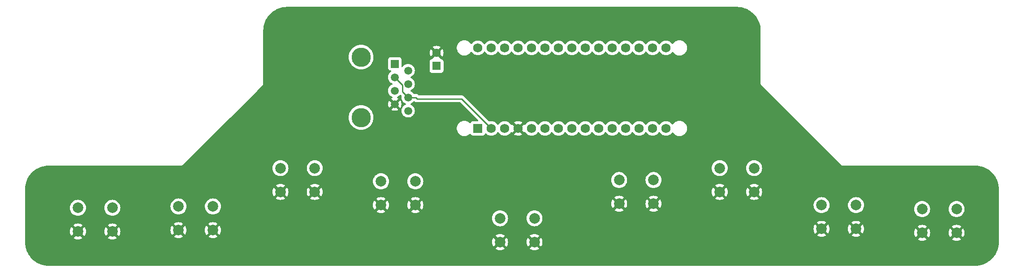
<source format=gbr>
%TF.GenerationSoftware,KiCad,Pcbnew,(6.0.7)*%
%TF.CreationDate,2022-10-09T17:55:30-05:00*%
%TF.ProjectId,FieldBangerPCB,4669656c-6442-4616-9e67-65725043422e,rev?*%
%TF.SameCoordinates,Original*%
%TF.FileFunction,Copper,L2,Bot*%
%TF.FilePolarity,Positive*%
%FSLAX46Y46*%
G04 Gerber Fmt 4.6, Leading zero omitted, Abs format (unit mm)*
G04 Created by KiCad (PCBNEW (6.0.7)) date 2022-10-09 17:55:30*
%MOMM*%
%LPD*%
G01*
G04 APERTURE LIST*
%TA.AperFunction,ComponentPad*%
%ADD10R,1.600000X1.600000*%
%TD*%
%TA.AperFunction,ComponentPad*%
%ADD11C,1.600000*%
%TD*%
%TA.AperFunction,ComponentPad*%
%ADD12C,2.000000*%
%TD*%
%TA.AperFunction,ComponentPad*%
%ADD13C,1.727200*%
%TD*%
%TA.AperFunction,ComponentPad*%
%ADD14R,1.727200X1.727200*%
%TD*%
%TA.AperFunction,WasherPad*%
%ADD15C,3.650000*%
%TD*%
%TA.AperFunction,ComponentPad*%
%ADD16R,1.500000X1.500000*%
%TD*%
%TA.AperFunction,ComponentPad*%
%ADD17C,1.500000*%
%TD*%
%TA.AperFunction,Conductor*%
%ADD18C,0.250000*%
%TD*%
G04 APERTURE END LIST*
D10*
%TO.P,C1,1*%
%TO.N,+12V*%
X113250000Y-41682379D03*
D11*
%TO.P,C1,2*%
%TO.N,GND*%
X113250000Y-39182379D03*
%TD*%
D12*
%TO.P,SW4,1,A*%
%TO.N,Net-(SW4-Pad1)*%
X166750000Y-61000000D03*
X173250000Y-61000000D03*
%TO.P,SW4,2,B*%
%TO.N,GND*%
X173250000Y-65500000D03*
X166750000Y-65500000D03*
%TD*%
D13*
%TO.P,XA1,3V3,3.3V*%
%TO.N,unconnected-(XA1-Pad3V3)*%
X154070000Y-38250000D03*
%TO.P,XA1,5V,5V*%
%TO.N,unconnected-(XA1-Pad5V)*%
X128670000Y-38250000D03*
%TO.P,XA1,A0,A0*%
%TO.N,unconnected-(XA1-PadA0)*%
X148990000Y-38250000D03*
%TO.P,XA1,A1,A1*%
%TO.N,unconnected-(XA1-PadA1)*%
X146450000Y-38250000D03*
%TO.P,XA1,A2,A2*%
%TO.N,unconnected-(XA1-PadA2)*%
X143910000Y-38250000D03*
%TO.P,XA1,A3,A3*%
%TO.N,unconnected-(XA1-PadA3)*%
X141370000Y-38250000D03*
%TO.P,XA1,A4,A4_SDA*%
%TO.N,unconnected-(XA1-PadA4)*%
X138830000Y-38250000D03*
%TO.P,XA1,A5,A5_SCL*%
%TO.N,unconnected-(XA1-PadA5)*%
X136290000Y-38250000D03*
%TO.P,XA1,A6,A6*%
%TO.N,unconnected-(XA1-PadA6)*%
X133750000Y-38250000D03*
%TO.P,XA1,A7,A7*%
%TO.N,unconnected-(XA1-PadA7)*%
X131210000Y-38250000D03*
%TO.P,XA1,AREF,AREF*%
%TO.N,unconnected-(XA1-PadAREF)*%
X151530000Y-38250000D03*
%TO.P,XA1,D0,D0_RX0*%
%TO.N,Net-(J1-Pad3)*%
X123590000Y-53490000D03*
D14*
%TO.P,XA1,D1,D1_TX0*%
%TO.N,Net-(J1-Pad1)*%
X121050000Y-53490000D03*
D13*
%TO.P,XA1,D2,D2_INT0*%
%TO.N,unconnected-(XA1-PadD2)*%
X131210000Y-53490000D03*
%TO.P,XA1,D3,D3_INT1*%
%TO.N,unconnected-(XA1-PadD3)*%
X133750000Y-53490000D03*
%TO.P,XA1,D4,D4*%
%TO.N,Net-(SW1-Pad1)*%
X136290000Y-53490000D03*
%TO.P,XA1,D5,D5*%
%TO.N,Net-(SW6-Pad1)*%
X138830000Y-53490000D03*
%TO.P,XA1,D6,D6*%
%TO.N,Net-(SW2-Pad1)*%
X141370000Y-53490000D03*
%TO.P,XA1,D7,D7*%
%TO.N,Net-(SW7-Pad1)*%
X143910000Y-53490000D03*
%TO.P,XA1,D8,D8*%
%TO.N,Net-(SW3-Pad1)*%
X146450000Y-53490000D03*
%TO.P,XA1,D9,D9*%
%TO.N,Net-(SW8-Pad1)*%
X148990000Y-53490000D03*
%TO.P,XA1,D10,D10_CS*%
%TO.N,Net-(SW4-Pad1)*%
X151530000Y-53490000D03*
%TO.P,XA1,D11,D11_MOSI*%
%TO.N,Net-(SW9-Pad1)*%
X154070000Y-53490000D03*
%TO.P,XA1,D12,D12_MISO*%
%TO.N,Net-(SW5-Pad1)*%
X156610000Y-53490000D03*
%TO.P,XA1,D13,D13_SCK*%
%TO.N,Net-(J1-Pad8)*%
X156610000Y-38250000D03*
%TO.P,XA1,GND1,GND*%
%TO.N,GND*%
X128670000Y-53490000D03*
%TO.P,XA1,GND2,GND*%
%TO.N,unconnected-(XA1-PadGND2)*%
X123590000Y-38250000D03*
%TO.P,XA1,RST1,RESET*%
%TO.N,unconnected-(XA1-PadRST1)*%
X126130000Y-53490000D03*
%TO.P,XA1,RST2,RESET*%
%TO.N,unconnected-(XA1-PadRST2)*%
X126130000Y-38250000D03*
%TO.P,XA1,VIN,VIN*%
%TO.N,+12V*%
X121050000Y-38250000D03*
%TD*%
D12*
%TO.P,SW5,1,A*%
%TO.N,Net-(SW5-Pad1)*%
X205000000Y-68750000D03*
X211500000Y-68750000D03*
%TO.P,SW5,2,B*%
%TO.N,GND*%
X205000000Y-73250000D03*
X211500000Y-73250000D03*
%TD*%
%TO.P,SW8,1,A*%
%TO.N,Net-(SW8-Pad1)*%
X154250000Y-63250000D03*
X147750000Y-63250000D03*
%TO.P,SW8,2,B*%
%TO.N,GND*%
X147750000Y-67750000D03*
X154250000Y-67750000D03*
%TD*%
%TO.P,SW9,1,A*%
%TO.N,Net-(SW9-Pad1)*%
X192500000Y-68000000D03*
X186000000Y-68000000D03*
%TO.P,SW9,2,B*%
%TO.N,GND*%
X186000000Y-72500000D03*
X192500000Y-72500000D03*
%TD*%
D15*
%TO.P,J1,*%
%TO.N,*%
X99000000Y-51430000D03*
X99000000Y-40000000D03*
D16*
%TO.P,J1,1*%
%TO.N,Net-(J1-Pad1)*%
X105350000Y-41270000D03*
D17*
%TO.P,J1,2*%
X107890000Y-42540000D03*
%TO.P,J1,3*%
%TO.N,Net-(J1-Pad3)*%
X105350000Y-43810000D03*
%TO.P,J1,4*%
%TO.N,+12V*%
X107890000Y-45080000D03*
%TO.P,J1,5*%
X105350000Y-46350000D03*
%TO.P,J1,6*%
%TO.N,Net-(J1-Pad3)*%
X107890000Y-47620000D03*
%TO.P,J1,7*%
%TO.N,GND*%
X105350000Y-48890000D03*
%TO.P,J1,8*%
%TO.N,Net-(J1-Pad8)*%
X107890000Y-50160000D03*
%TD*%
D12*
%TO.P,SW3,1,A*%
%TO.N,Net-(SW3-Pad1)*%
X125250000Y-70500000D03*
X131750000Y-70500000D03*
%TO.P,SW3,2,B*%
%TO.N,GND*%
X131750000Y-75000000D03*
X125250000Y-75000000D03*
%TD*%
%TO.P,SW6,1,A*%
%TO.N,Net-(SW6-Pad1)*%
X71000000Y-68250000D03*
X64500000Y-68250000D03*
%TO.P,SW6,2,B*%
%TO.N,GND*%
X64500000Y-72750000D03*
X71000000Y-72750000D03*
%TD*%
%TO.P,SW2,1,A*%
%TO.N,Net-(SW2-Pad1)*%
X83750000Y-61000000D03*
X90250000Y-61000000D03*
%TO.P,SW2,2,B*%
%TO.N,GND*%
X90250000Y-65500000D03*
X83750000Y-65500000D03*
%TD*%
%TO.P,SW7,1,A*%
%TO.N,Net-(SW7-Pad1)*%
X109250000Y-63500000D03*
X102750000Y-63500000D03*
%TO.P,SW7,2,B*%
%TO.N,GND*%
X109250000Y-68000000D03*
X102750000Y-68000000D03*
%TD*%
%TO.P,SW1,1,A*%
%TO.N,Net-(SW1-Pad1)*%
X52000000Y-68500000D03*
X45500000Y-68500000D03*
%TO.P,SW1,2,B*%
%TO.N,GND*%
X45500000Y-73000000D03*
X52000000Y-73000000D03*
%TD*%
D18*
%TO.N,Net-(J1-Pad3)*%
X106815000Y-45275000D02*
X105350000Y-43810000D01*
X107890000Y-47620000D02*
X106815000Y-46545000D01*
X106815000Y-46545000D02*
X106815000Y-45275000D01*
X109642500Y-47892500D02*
X117992500Y-47892500D01*
X109370000Y-47620000D02*
X107890000Y-47620000D01*
X109540000Y-47892500D02*
X109642500Y-47892500D01*
X109642500Y-47892500D02*
X109370000Y-47620000D01*
X117992500Y-47892500D02*
X123590000Y-53490000D01*
%TD*%
%TA.AperFunction,Conductor*%
%TO.N,GND*%
G36*
X169970018Y-30510000D02*
G01*
X169984851Y-30512310D01*
X169984855Y-30512310D01*
X169993724Y-30513691D01*
X170014183Y-30511016D01*
X170036007Y-30510072D01*
X170385965Y-30525352D01*
X170396913Y-30526310D01*
X170774498Y-30576019D01*
X170785307Y-30577926D01*
X171157114Y-30660353D01*
X171167731Y-30663198D01*
X171530939Y-30777718D01*
X171541254Y-30781471D01*
X171893123Y-30927220D01*
X171903067Y-30931858D01*
X172240867Y-31107705D01*
X172250387Y-31113201D01*
X172571574Y-31317820D01*
X172580578Y-31324124D01*
X172882716Y-31555962D01*
X172891137Y-31563028D01*
X173171914Y-31820314D01*
X173179686Y-31828086D01*
X173436972Y-32108863D01*
X173444038Y-32117284D01*
X173675876Y-32419422D01*
X173682180Y-32428426D01*
X173886799Y-32749613D01*
X173892295Y-32759133D01*
X174068138Y-33096924D01*
X174072780Y-33106877D01*
X174218526Y-33458739D01*
X174222285Y-33469068D01*
X174336802Y-33832268D01*
X174339647Y-33842886D01*
X174422073Y-34214685D01*
X174423982Y-34225510D01*
X174473690Y-34603086D01*
X174474648Y-34614036D01*
X174489603Y-34956552D01*
X174488223Y-34981429D01*
X174486309Y-34993724D01*
X174487473Y-35002626D01*
X174487473Y-35002628D01*
X174490436Y-35025283D01*
X174491500Y-35041621D01*
X174491500Y-44928928D01*
X174490145Y-44941058D01*
X174490627Y-44941097D01*
X174489907Y-44950044D01*
X174487926Y-44958800D01*
X174488482Y-44967760D01*
X174491258Y-45012508D01*
X174491500Y-45020310D01*
X174491500Y-45036513D01*
X174492136Y-45040953D01*
X174492984Y-45046878D01*
X174494013Y-45056928D01*
X174495105Y-45074525D01*
X174496945Y-45104177D01*
X174499994Y-45112623D01*
X174500593Y-45115514D01*
X174504822Y-45132480D01*
X174505648Y-45135305D01*
X174506920Y-45144187D01*
X174526522Y-45187298D01*
X174530327Y-45196647D01*
X174546404Y-45241181D01*
X174551699Y-45248429D01*
X174553080Y-45251027D01*
X174561915Y-45266145D01*
X174563494Y-45268614D01*
X174567208Y-45276782D01*
X174586672Y-45299371D01*
X174598115Y-45312652D01*
X174604401Y-45320569D01*
X174609548Y-45327615D01*
X174609553Y-45327620D01*
X174612425Y-45331552D01*
X174623400Y-45342527D01*
X174629758Y-45349375D01*
X174655364Y-45379092D01*
X174662287Y-45387127D01*
X174669822Y-45392011D01*
X174676066Y-45397458D01*
X174687931Y-45407058D01*
X189590180Y-60309308D01*
X189597800Y-60318845D01*
X189598169Y-60318531D01*
X189603984Y-60325364D01*
X189608776Y-60332958D01*
X189620799Y-60343576D01*
X189649116Y-60368585D01*
X189654803Y-60373931D01*
X189666254Y-60385382D01*
X189674638Y-60391666D01*
X189682463Y-60398037D01*
X189717951Y-60429378D01*
X189726075Y-60433192D01*
X189728553Y-60434820D01*
X189743534Y-60443822D01*
X189746115Y-60445235D01*
X189753295Y-60450616D01*
X189797650Y-60467244D01*
X189806948Y-60471162D01*
X189849800Y-60491281D01*
X189858666Y-60492662D01*
X189861467Y-60493518D01*
X189878404Y-60497962D01*
X189881284Y-60498595D01*
X189889684Y-60501744D01*
X189898629Y-60502409D01*
X189898630Y-60502409D01*
X189936889Y-60505252D01*
X189946937Y-60506406D01*
X189950856Y-60507016D01*
X189960386Y-60508500D01*
X189975923Y-60508500D01*
X189985261Y-60508847D01*
X190025990Y-60511874D01*
X190025991Y-60511874D01*
X190034941Y-60512539D01*
X190043716Y-60510666D01*
X190051973Y-60510103D01*
X190067162Y-60508500D01*
X214950633Y-60508500D01*
X214970018Y-60510000D01*
X214984851Y-60512310D01*
X214984855Y-60512310D01*
X214993724Y-60513691D01*
X215014183Y-60511016D01*
X215036007Y-60510072D01*
X215385965Y-60525352D01*
X215396913Y-60526310D01*
X215774498Y-60576019D01*
X215785307Y-60577926D01*
X216157114Y-60660353D01*
X216167731Y-60663198D01*
X216530939Y-60777718D01*
X216541254Y-60781471D01*
X216893123Y-60927220D01*
X216903067Y-60931858D01*
X217043438Y-61004930D01*
X217240867Y-61107705D01*
X217250387Y-61113201D01*
X217571574Y-61317820D01*
X217580578Y-61324124D01*
X217882716Y-61555962D01*
X217891137Y-61563028D01*
X218171914Y-61820314D01*
X218179686Y-61828086D01*
X218436972Y-62108863D01*
X218444038Y-62117284D01*
X218675876Y-62419422D01*
X218682180Y-62428426D01*
X218886799Y-62749613D01*
X218892294Y-62759132D01*
X219027169Y-63018223D01*
X219068138Y-63096924D01*
X219072780Y-63106877D01*
X219218526Y-63458739D01*
X219222282Y-63469061D01*
X219229365Y-63491524D01*
X219336802Y-63832268D01*
X219339647Y-63842885D01*
X219416863Y-64191183D01*
X219422073Y-64214685D01*
X219423981Y-64225502D01*
X219445560Y-64389416D01*
X219473690Y-64603086D01*
X219474648Y-64614035D01*
X219488892Y-64940260D01*
X219489603Y-64956552D01*
X219488223Y-64981429D01*
X219486309Y-64993724D01*
X219487473Y-65002626D01*
X219487473Y-65002628D01*
X219490436Y-65025283D01*
X219491500Y-65041621D01*
X219491500Y-74950633D01*
X219490000Y-74970018D01*
X219487690Y-74984851D01*
X219487690Y-74984855D01*
X219486309Y-74993724D01*
X219488984Y-75014183D01*
X219489928Y-75036007D01*
X219480958Y-75241446D01*
X219474648Y-75385964D01*
X219473690Y-75396914D01*
X219423982Y-75774490D01*
X219422074Y-75785307D01*
X219394997Y-75907445D01*
X219339647Y-76157114D01*
X219336802Y-76167731D01*
X219228168Y-76512275D01*
X219222285Y-76530932D01*
X219218529Y-76541254D01*
X219115439Y-76790136D01*
X219072784Y-76893114D01*
X219068138Y-76903076D01*
X218892295Y-77240867D01*
X218886799Y-77250387D01*
X218682180Y-77571574D01*
X218675876Y-77580578D01*
X218444038Y-77882716D01*
X218436972Y-77891137D01*
X218179686Y-78171914D01*
X218171914Y-78179686D01*
X217891137Y-78436972D01*
X217882716Y-78444038D01*
X217580578Y-78675876D01*
X217571574Y-78682180D01*
X217250387Y-78886799D01*
X217240868Y-78892294D01*
X216903067Y-79068142D01*
X216893123Y-79072780D01*
X216541254Y-79218529D01*
X216530939Y-79222282D01*
X216167732Y-79336802D01*
X216157115Y-79339647D01*
X215785307Y-79422074D01*
X215774498Y-79423981D01*
X215396914Y-79473690D01*
X215385965Y-79474648D01*
X215043446Y-79489603D01*
X215018571Y-79488223D01*
X215006276Y-79486309D01*
X214997374Y-79487473D01*
X214997372Y-79487473D01*
X214982323Y-79489441D01*
X214974714Y-79490436D01*
X214958379Y-79491500D01*
X40049367Y-79491500D01*
X40029982Y-79490000D01*
X40015149Y-79487690D01*
X40015145Y-79487690D01*
X40006276Y-79486309D01*
X39985817Y-79488984D01*
X39963993Y-79489928D01*
X39614035Y-79474648D01*
X39603086Y-79473690D01*
X39225502Y-79423981D01*
X39214693Y-79422074D01*
X38842885Y-79339647D01*
X38832268Y-79336802D01*
X38469061Y-79222282D01*
X38458746Y-79218529D01*
X38106877Y-79072780D01*
X38096933Y-79068142D01*
X37759132Y-78892294D01*
X37749613Y-78886799D01*
X37428426Y-78682180D01*
X37419422Y-78675876D01*
X37117284Y-78444038D01*
X37108863Y-78436972D01*
X36828086Y-78179686D01*
X36820314Y-78171914D01*
X36563028Y-77891137D01*
X36555962Y-77882716D01*
X36324124Y-77580578D01*
X36317820Y-77571574D01*
X36113201Y-77250387D01*
X36107705Y-77240867D01*
X35931862Y-76903076D01*
X35927216Y-76893114D01*
X35884562Y-76790136D01*
X35781471Y-76541254D01*
X35777715Y-76530932D01*
X35771833Y-76512275D01*
X35683673Y-76232670D01*
X124382160Y-76232670D01*
X124387887Y-76240320D01*
X124559042Y-76345205D01*
X124567837Y-76349687D01*
X124777988Y-76436734D01*
X124787373Y-76439783D01*
X125008554Y-76492885D01*
X125018301Y-76494428D01*
X125245070Y-76512275D01*
X125254930Y-76512275D01*
X125481699Y-76494428D01*
X125491446Y-76492885D01*
X125712627Y-76439783D01*
X125722012Y-76436734D01*
X125932163Y-76349687D01*
X125940958Y-76345205D01*
X126108445Y-76242568D01*
X126117400Y-76232670D01*
X130882160Y-76232670D01*
X130887887Y-76240320D01*
X131059042Y-76345205D01*
X131067837Y-76349687D01*
X131277988Y-76436734D01*
X131287373Y-76439783D01*
X131508554Y-76492885D01*
X131518301Y-76494428D01*
X131745070Y-76512275D01*
X131754930Y-76512275D01*
X131981699Y-76494428D01*
X131991446Y-76492885D01*
X132212627Y-76439783D01*
X132222012Y-76436734D01*
X132432163Y-76349687D01*
X132440958Y-76345205D01*
X132608445Y-76242568D01*
X132617907Y-76232110D01*
X132614124Y-76223334D01*
X131762812Y-75372022D01*
X131748868Y-75364408D01*
X131747035Y-75364539D01*
X131740420Y-75368790D01*
X130888920Y-76220290D01*
X130882160Y-76232670D01*
X126117400Y-76232670D01*
X126117907Y-76232110D01*
X126114124Y-76223334D01*
X125262812Y-75372022D01*
X125248868Y-75364408D01*
X125247035Y-75364539D01*
X125240420Y-75368790D01*
X124388920Y-76220290D01*
X124382160Y-76232670D01*
X35683673Y-76232670D01*
X35663198Y-76167731D01*
X35660353Y-76157114D01*
X35605003Y-75907445D01*
X35577926Y-75785307D01*
X35576018Y-75774490D01*
X35526310Y-75396914D01*
X35525352Y-75385964D01*
X35510561Y-75047208D01*
X35512188Y-75020805D01*
X35512769Y-75017352D01*
X35512770Y-75017345D01*
X35513576Y-75012552D01*
X35513669Y-75004930D01*
X123737725Y-75004930D01*
X123755572Y-75231699D01*
X123757115Y-75241446D01*
X123810217Y-75462627D01*
X123813266Y-75472012D01*
X123900313Y-75682163D01*
X123904795Y-75690958D01*
X124007432Y-75858445D01*
X124017890Y-75867907D01*
X124026666Y-75864124D01*
X124877978Y-75012812D01*
X124884356Y-75001132D01*
X125614408Y-75001132D01*
X125614539Y-75002965D01*
X125618790Y-75009580D01*
X126470290Y-75861080D01*
X126482670Y-75867840D01*
X126490320Y-75862113D01*
X126595205Y-75690958D01*
X126599687Y-75682163D01*
X126686734Y-75472012D01*
X126689783Y-75462627D01*
X126742885Y-75241446D01*
X126744428Y-75231699D01*
X126762275Y-75004930D01*
X130237725Y-75004930D01*
X130255572Y-75231699D01*
X130257115Y-75241446D01*
X130310217Y-75462627D01*
X130313266Y-75472012D01*
X130400313Y-75682163D01*
X130404795Y-75690958D01*
X130507432Y-75858445D01*
X130517890Y-75867907D01*
X130526666Y-75864124D01*
X131377978Y-75012812D01*
X131384356Y-75001132D01*
X132114408Y-75001132D01*
X132114539Y-75002965D01*
X132118790Y-75009580D01*
X132970290Y-75861080D01*
X132982670Y-75867840D01*
X132990320Y-75862113D01*
X133095205Y-75690958D01*
X133099687Y-75682163D01*
X133186734Y-75472012D01*
X133189783Y-75462627D01*
X133242885Y-75241446D01*
X133244428Y-75231699D01*
X133262275Y-75004930D01*
X133262275Y-74995070D01*
X133244428Y-74768301D01*
X133242885Y-74758554D01*
X133189783Y-74537373D01*
X133186734Y-74527988D01*
X133167963Y-74482670D01*
X204132160Y-74482670D01*
X204137887Y-74490320D01*
X204309042Y-74595205D01*
X204317837Y-74599687D01*
X204527988Y-74686734D01*
X204537373Y-74689783D01*
X204758554Y-74742885D01*
X204768301Y-74744428D01*
X204995070Y-74762275D01*
X205004930Y-74762275D01*
X205231699Y-74744428D01*
X205241446Y-74742885D01*
X205462627Y-74689783D01*
X205472012Y-74686734D01*
X205682163Y-74599687D01*
X205690958Y-74595205D01*
X205858445Y-74492568D01*
X205867400Y-74482670D01*
X210632160Y-74482670D01*
X210637887Y-74490320D01*
X210809042Y-74595205D01*
X210817837Y-74599687D01*
X211027988Y-74686734D01*
X211037373Y-74689783D01*
X211258554Y-74742885D01*
X211268301Y-74744428D01*
X211495070Y-74762275D01*
X211504930Y-74762275D01*
X211731699Y-74744428D01*
X211741446Y-74742885D01*
X211962627Y-74689783D01*
X211972012Y-74686734D01*
X212182163Y-74599687D01*
X212190958Y-74595205D01*
X212358445Y-74492568D01*
X212367907Y-74482110D01*
X212364124Y-74473334D01*
X211512812Y-73622022D01*
X211498868Y-73614408D01*
X211497035Y-73614539D01*
X211490420Y-73618790D01*
X210638920Y-74470290D01*
X210632160Y-74482670D01*
X205867400Y-74482670D01*
X205867907Y-74482110D01*
X205864124Y-74473334D01*
X205012812Y-73622022D01*
X204998868Y-73614408D01*
X204997035Y-73614539D01*
X204990420Y-73618790D01*
X204138920Y-74470290D01*
X204132160Y-74482670D01*
X133167963Y-74482670D01*
X133099687Y-74317837D01*
X133095205Y-74309042D01*
X132992568Y-74141555D01*
X132982110Y-74132093D01*
X132973334Y-74135876D01*
X132122022Y-74987188D01*
X132114408Y-75001132D01*
X131384356Y-75001132D01*
X131385592Y-74998868D01*
X131385461Y-74997035D01*
X131381210Y-74990420D01*
X130529710Y-74138920D01*
X130517330Y-74132160D01*
X130509680Y-74137887D01*
X130404795Y-74309042D01*
X130400313Y-74317837D01*
X130313266Y-74527988D01*
X130310217Y-74537373D01*
X130257115Y-74758554D01*
X130255572Y-74768301D01*
X130237725Y-74995070D01*
X130237725Y-75004930D01*
X126762275Y-75004930D01*
X126762275Y-74995070D01*
X126744428Y-74768301D01*
X126742885Y-74758554D01*
X126689783Y-74537373D01*
X126686734Y-74527988D01*
X126599687Y-74317837D01*
X126595205Y-74309042D01*
X126492568Y-74141555D01*
X126482110Y-74132093D01*
X126473334Y-74135876D01*
X125622022Y-74987188D01*
X125614408Y-75001132D01*
X124884356Y-75001132D01*
X124885592Y-74998868D01*
X124885461Y-74997035D01*
X124881210Y-74990420D01*
X124029710Y-74138920D01*
X124017330Y-74132160D01*
X124009680Y-74137887D01*
X123904795Y-74309042D01*
X123900313Y-74317837D01*
X123813266Y-74527988D01*
X123810217Y-74537373D01*
X123757115Y-74758554D01*
X123755572Y-74768301D01*
X123737725Y-74995070D01*
X123737725Y-75004930D01*
X35513669Y-75004930D01*
X35513729Y-75000000D01*
X35509773Y-74972376D01*
X35508500Y-74954514D01*
X35508500Y-74232670D01*
X44632160Y-74232670D01*
X44637887Y-74240320D01*
X44809042Y-74345205D01*
X44817837Y-74349687D01*
X45027988Y-74436734D01*
X45037373Y-74439783D01*
X45258554Y-74492885D01*
X45268301Y-74494428D01*
X45495070Y-74512275D01*
X45504930Y-74512275D01*
X45731699Y-74494428D01*
X45741446Y-74492885D01*
X45962627Y-74439783D01*
X45972012Y-74436734D01*
X46182163Y-74349687D01*
X46190958Y-74345205D01*
X46358445Y-74242568D01*
X46367400Y-74232670D01*
X51132160Y-74232670D01*
X51137887Y-74240320D01*
X51309042Y-74345205D01*
X51317837Y-74349687D01*
X51527988Y-74436734D01*
X51537373Y-74439783D01*
X51758554Y-74492885D01*
X51768301Y-74494428D01*
X51995070Y-74512275D01*
X52004930Y-74512275D01*
X52231699Y-74494428D01*
X52241446Y-74492885D01*
X52462627Y-74439783D01*
X52472012Y-74436734D01*
X52682163Y-74349687D01*
X52690958Y-74345205D01*
X52858445Y-74242568D01*
X52867907Y-74232110D01*
X52864124Y-74223334D01*
X52623460Y-73982670D01*
X63632160Y-73982670D01*
X63637887Y-73990320D01*
X63809042Y-74095205D01*
X63817837Y-74099687D01*
X64027988Y-74186734D01*
X64037373Y-74189783D01*
X64258554Y-74242885D01*
X64268301Y-74244428D01*
X64495070Y-74262275D01*
X64504930Y-74262275D01*
X64731699Y-74244428D01*
X64741446Y-74242885D01*
X64962627Y-74189783D01*
X64972012Y-74186734D01*
X65182163Y-74099687D01*
X65190958Y-74095205D01*
X65358445Y-73992568D01*
X65367400Y-73982670D01*
X70132160Y-73982670D01*
X70137887Y-73990320D01*
X70309042Y-74095205D01*
X70317837Y-74099687D01*
X70527988Y-74186734D01*
X70537373Y-74189783D01*
X70758554Y-74242885D01*
X70768301Y-74244428D01*
X70995070Y-74262275D01*
X71004930Y-74262275D01*
X71231699Y-74244428D01*
X71241446Y-74242885D01*
X71462627Y-74189783D01*
X71472012Y-74186734D01*
X71682163Y-74099687D01*
X71690958Y-74095205D01*
X71858445Y-73992568D01*
X71867907Y-73982110D01*
X71864124Y-73973334D01*
X71658680Y-73767890D01*
X124382093Y-73767890D01*
X124385876Y-73776666D01*
X125237188Y-74627978D01*
X125251132Y-74635592D01*
X125252965Y-74635461D01*
X125259580Y-74631210D01*
X126111080Y-73779710D01*
X126117534Y-73767890D01*
X130882093Y-73767890D01*
X130885876Y-73776666D01*
X131737188Y-74627978D01*
X131751132Y-74635592D01*
X131752965Y-74635461D01*
X131759580Y-74631210D01*
X132611080Y-73779710D01*
X132617840Y-73767330D01*
X132612113Y-73759680D01*
X132568037Y-73732670D01*
X185132160Y-73732670D01*
X185137887Y-73740320D01*
X185309042Y-73845205D01*
X185317837Y-73849687D01*
X185527988Y-73936734D01*
X185537373Y-73939783D01*
X185758554Y-73992885D01*
X185768301Y-73994428D01*
X185995070Y-74012275D01*
X186004930Y-74012275D01*
X186231699Y-73994428D01*
X186241446Y-73992885D01*
X186462627Y-73939783D01*
X186472012Y-73936734D01*
X186682163Y-73849687D01*
X186690958Y-73845205D01*
X186858445Y-73742568D01*
X186867400Y-73732670D01*
X191632160Y-73732670D01*
X191637887Y-73740320D01*
X191809042Y-73845205D01*
X191817837Y-73849687D01*
X192027988Y-73936734D01*
X192037373Y-73939783D01*
X192258554Y-73992885D01*
X192268301Y-73994428D01*
X192495070Y-74012275D01*
X192504930Y-74012275D01*
X192731699Y-73994428D01*
X192741446Y-73992885D01*
X192962627Y-73939783D01*
X192972012Y-73936734D01*
X193182163Y-73849687D01*
X193190958Y-73845205D01*
X193358445Y-73742568D01*
X193367907Y-73732110D01*
X193364124Y-73723334D01*
X192512812Y-72872022D01*
X192498868Y-72864408D01*
X192497035Y-72864539D01*
X192490420Y-72868790D01*
X191638920Y-73720290D01*
X191632160Y-73732670D01*
X186867400Y-73732670D01*
X186867907Y-73732110D01*
X186864124Y-73723334D01*
X186012812Y-72872022D01*
X185998868Y-72864408D01*
X185997035Y-72864539D01*
X185990420Y-72868790D01*
X185138920Y-73720290D01*
X185132160Y-73732670D01*
X132568037Y-73732670D01*
X132440958Y-73654795D01*
X132432163Y-73650313D01*
X132222012Y-73563266D01*
X132212627Y-73560217D01*
X131991446Y-73507115D01*
X131981699Y-73505572D01*
X131754930Y-73487725D01*
X131745070Y-73487725D01*
X131518301Y-73505572D01*
X131508554Y-73507115D01*
X131287373Y-73560217D01*
X131277988Y-73563266D01*
X131067837Y-73650313D01*
X131059042Y-73654795D01*
X130891555Y-73757432D01*
X130882093Y-73767890D01*
X126117534Y-73767890D01*
X126117840Y-73767330D01*
X126112113Y-73759680D01*
X125940958Y-73654795D01*
X125932163Y-73650313D01*
X125722012Y-73563266D01*
X125712627Y-73560217D01*
X125491446Y-73507115D01*
X125481699Y-73505572D01*
X125254930Y-73487725D01*
X125245070Y-73487725D01*
X125018301Y-73505572D01*
X125008554Y-73507115D01*
X124787373Y-73560217D01*
X124777988Y-73563266D01*
X124567837Y-73650313D01*
X124559042Y-73654795D01*
X124391555Y-73757432D01*
X124382093Y-73767890D01*
X71658680Y-73767890D01*
X71012812Y-73122022D01*
X70998868Y-73114408D01*
X70997035Y-73114539D01*
X70990420Y-73118790D01*
X70138920Y-73970290D01*
X70132160Y-73982670D01*
X65367400Y-73982670D01*
X65367907Y-73982110D01*
X65364124Y-73973334D01*
X64512812Y-73122022D01*
X64498868Y-73114408D01*
X64497035Y-73114539D01*
X64490420Y-73118790D01*
X63638920Y-73970290D01*
X63632160Y-73982670D01*
X52623460Y-73982670D01*
X52012812Y-73372022D01*
X51998868Y-73364408D01*
X51997035Y-73364539D01*
X51990420Y-73368790D01*
X51138920Y-74220290D01*
X51132160Y-74232670D01*
X46367400Y-74232670D01*
X46367907Y-74232110D01*
X46364124Y-74223334D01*
X45512812Y-73372022D01*
X45498868Y-73364408D01*
X45497035Y-73364539D01*
X45490420Y-73368790D01*
X44638920Y-74220290D01*
X44632160Y-74232670D01*
X35508500Y-74232670D01*
X35508500Y-73004930D01*
X43987725Y-73004930D01*
X44005572Y-73231699D01*
X44007115Y-73241446D01*
X44060217Y-73462627D01*
X44063266Y-73472012D01*
X44150313Y-73682163D01*
X44154795Y-73690958D01*
X44257432Y-73858445D01*
X44267890Y-73867907D01*
X44276666Y-73864124D01*
X45127978Y-73012812D01*
X45134356Y-73001132D01*
X45864408Y-73001132D01*
X45864539Y-73002965D01*
X45868790Y-73009580D01*
X46720290Y-73861080D01*
X46732670Y-73867840D01*
X46740320Y-73862113D01*
X46845205Y-73690958D01*
X46849687Y-73682163D01*
X46936734Y-73472012D01*
X46939783Y-73462627D01*
X46992885Y-73241446D01*
X46994428Y-73231699D01*
X47012275Y-73004930D01*
X50487725Y-73004930D01*
X50505572Y-73231699D01*
X50507115Y-73241446D01*
X50560217Y-73462627D01*
X50563266Y-73472012D01*
X50650313Y-73682163D01*
X50654795Y-73690958D01*
X50757432Y-73858445D01*
X50767890Y-73867907D01*
X50776666Y-73864124D01*
X51627978Y-73012812D01*
X51634356Y-73001132D01*
X52364408Y-73001132D01*
X52364539Y-73002965D01*
X52368790Y-73009580D01*
X53220290Y-73861080D01*
X53232670Y-73867840D01*
X53240320Y-73862113D01*
X53345205Y-73690958D01*
X53349687Y-73682163D01*
X53436734Y-73472012D01*
X53439783Y-73462627D01*
X53492885Y-73241446D01*
X53494428Y-73231699D01*
X53512275Y-73004930D01*
X53512275Y-72995070D01*
X53494428Y-72768301D01*
X53492885Y-72758554D01*
X53492015Y-72754930D01*
X62987725Y-72754930D01*
X63005572Y-72981699D01*
X63007115Y-72991446D01*
X63060217Y-73212627D01*
X63063266Y-73222012D01*
X63150313Y-73432163D01*
X63154795Y-73440958D01*
X63257432Y-73608445D01*
X63267890Y-73617907D01*
X63276666Y-73614124D01*
X64127978Y-72762812D01*
X64134356Y-72751132D01*
X64864408Y-72751132D01*
X64864539Y-72752965D01*
X64868790Y-72759580D01*
X65720290Y-73611080D01*
X65732670Y-73617840D01*
X65740320Y-73612113D01*
X65845205Y-73440958D01*
X65849687Y-73432163D01*
X65936734Y-73222012D01*
X65939783Y-73212627D01*
X65992885Y-72991446D01*
X65994428Y-72981699D01*
X66012275Y-72754930D01*
X69487725Y-72754930D01*
X69505572Y-72981699D01*
X69507115Y-72991446D01*
X69560217Y-73212627D01*
X69563266Y-73222012D01*
X69650313Y-73432163D01*
X69654795Y-73440958D01*
X69757432Y-73608445D01*
X69767890Y-73617907D01*
X69776666Y-73614124D01*
X70627978Y-72762812D01*
X70634356Y-72751132D01*
X71364408Y-72751132D01*
X71364539Y-72752965D01*
X71368790Y-72759580D01*
X72220290Y-73611080D01*
X72232670Y-73617840D01*
X72240320Y-73612113D01*
X72345205Y-73440958D01*
X72349687Y-73432163D01*
X72436734Y-73222012D01*
X72439783Y-73212627D01*
X72492885Y-72991446D01*
X72494428Y-72981699D01*
X72512275Y-72754930D01*
X72512275Y-72745070D01*
X72494428Y-72518301D01*
X72492885Y-72508554D01*
X72492015Y-72504930D01*
X184487725Y-72504930D01*
X184505572Y-72731699D01*
X184507115Y-72741446D01*
X184560217Y-72962627D01*
X184563266Y-72972012D01*
X184650313Y-73182163D01*
X184654795Y-73190958D01*
X184757432Y-73358445D01*
X184767890Y-73367907D01*
X184776666Y-73364124D01*
X185627978Y-72512812D01*
X185634356Y-72501132D01*
X186364408Y-72501132D01*
X186364539Y-72502965D01*
X186368790Y-72509580D01*
X187220290Y-73361080D01*
X187232670Y-73367840D01*
X187240320Y-73362113D01*
X187345205Y-73190958D01*
X187349687Y-73182163D01*
X187436734Y-72972012D01*
X187439783Y-72962627D01*
X187492885Y-72741446D01*
X187494428Y-72731699D01*
X187512275Y-72504930D01*
X190987725Y-72504930D01*
X191005572Y-72731699D01*
X191007115Y-72741446D01*
X191060217Y-72962627D01*
X191063266Y-72972012D01*
X191150313Y-73182163D01*
X191154795Y-73190958D01*
X191257432Y-73358445D01*
X191267890Y-73367907D01*
X191276666Y-73364124D01*
X192127978Y-72512812D01*
X192134356Y-72501132D01*
X192864408Y-72501132D01*
X192864539Y-72502965D01*
X192868790Y-72509580D01*
X193720290Y-73361080D01*
X193732670Y-73367840D01*
X193740320Y-73362113D01*
X193806003Y-73254930D01*
X203487725Y-73254930D01*
X203505572Y-73481699D01*
X203507115Y-73491446D01*
X203560217Y-73712627D01*
X203563266Y-73722012D01*
X203650313Y-73932163D01*
X203654795Y-73940958D01*
X203757432Y-74108445D01*
X203767890Y-74117907D01*
X203776666Y-74114124D01*
X204627978Y-73262812D01*
X204634356Y-73251132D01*
X205364408Y-73251132D01*
X205364539Y-73252965D01*
X205368790Y-73259580D01*
X206220290Y-74111080D01*
X206232670Y-74117840D01*
X206240320Y-74112113D01*
X206345205Y-73940958D01*
X206349687Y-73932163D01*
X206436734Y-73722012D01*
X206439783Y-73712627D01*
X206492885Y-73491446D01*
X206494428Y-73481699D01*
X206512275Y-73254930D01*
X209987725Y-73254930D01*
X210005572Y-73481699D01*
X210007115Y-73491446D01*
X210060217Y-73712627D01*
X210063266Y-73722012D01*
X210150313Y-73932163D01*
X210154795Y-73940958D01*
X210257432Y-74108445D01*
X210267890Y-74117907D01*
X210276666Y-74114124D01*
X211127978Y-73262812D01*
X211134356Y-73251132D01*
X211864408Y-73251132D01*
X211864539Y-73252965D01*
X211868790Y-73259580D01*
X212720290Y-74111080D01*
X212732670Y-74117840D01*
X212740320Y-74112113D01*
X212845205Y-73940958D01*
X212849687Y-73932163D01*
X212936734Y-73722012D01*
X212939783Y-73712627D01*
X212992885Y-73491446D01*
X212994428Y-73481699D01*
X213012275Y-73254930D01*
X213012275Y-73245070D01*
X212994428Y-73018301D01*
X212992885Y-73008554D01*
X212939783Y-72787373D01*
X212936734Y-72777988D01*
X212849687Y-72567837D01*
X212845205Y-72559042D01*
X212742568Y-72391555D01*
X212732110Y-72382093D01*
X212723334Y-72385876D01*
X211872022Y-73237188D01*
X211864408Y-73251132D01*
X211134356Y-73251132D01*
X211135592Y-73248868D01*
X211135461Y-73247035D01*
X211131210Y-73240420D01*
X210279710Y-72388920D01*
X210267330Y-72382160D01*
X210259680Y-72387887D01*
X210154795Y-72559042D01*
X210150313Y-72567837D01*
X210063266Y-72777988D01*
X210060217Y-72787373D01*
X210007115Y-73008554D01*
X210005572Y-73018301D01*
X209987725Y-73245070D01*
X209987725Y-73254930D01*
X206512275Y-73254930D01*
X206512275Y-73245070D01*
X206494428Y-73018301D01*
X206492885Y-73008554D01*
X206439783Y-72787373D01*
X206436734Y-72777988D01*
X206349687Y-72567837D01*
X206345205Y-72559042D01*
X206242568Y-72391555D01*
X206232110Y-72382093D01*
X206223334Y-72385876D01*
X205372022Y-73237188D01*
X205364408Y-73251132D01*
X204634356Y-73251132D01*
X204635592Y-73248868D01*
X204635461Y-73247035D01*
X204631210Y-73240420D01*
X203779710Y-72388920D01*
X203767330Y-72382160D01*
X203759680Y-72387887D01*
X203654795Y-72559042D01*
X203650313Y-72567837D01*
X203563266Y-72777988D01*
X203560217Y-72787373D01*
X203507115Y-73008554D01*
X203505572Y-73018301D01*
X203487725Y-73245070D01*
X203487725Y-73254930D01*
X193806003Y-73254930D01*
X193845205Y-73190958D01*
X193849687Y-73182163D01*
X193936734Y-72972012D01*
X193939783Y-72962627D01*
X193992885Y-72741446D01*
X193994428Y-72731699D01*
X194012275Y-72504930D01*
X194012275Y-72495070D01*
X193994428Y-72268301D01*
X193992885Y-72258554D01*
X193939783Y-72037373D01*
X193936734Y-72027988D01*
X193932551Y-72017890D01*
X204132093Y-72017890D01*
X204135876Y-72026666D01*
X204987188Y-72877978D01*
X205001132Y-72885592D01*
X205002965Y-72885461D01*
X205009580Y-72881210D01*
X205861080Y-72029710D01*
X205867534Y-72017890D01*
X210632093Y-72017890D01*
X210635876Y-72026666D01*
X211487188Y-72877978D01*
X211501132Y-72885592D01*
X211502965Y-72885461D01*
X211509580Y-72881210D01*
X212361080Y-72029710D01*
X212367840Y-72017330D01*
X212362113Y-72009680D01*
X212190958Y-71904795D01*
X212182163Y-71900313D01*
X211972012Y-71813266D01*
X211962627Y-71810217D01*
X211741446Y-71757115D01*
X211731699Y-71755572D01*
X211504930Y-71737725D01*
X211495070Y-71737725D01*
X211268301Y-71755572D01*
X211258554Y-71757115D01*
X211037373Y-71810217D01*
X211027988Y-71813266D01*
X210817837Y-71900313D01*
X210809042Y-71904795D01*
X210641555Y-72007432D01*
X210632093Y-72017890D01*
X205867534Y-72017890D01*
X205867840Y-72017330D01*
X205862113Y-72009680D01*
X205690958Y-71904795D01*
X205682163Y-71900313D01*
X205472012Y-71813266D01*
X205462627Y-71810217D01*
X205241446Y-71757115D01*
X205231699Y-71755572D01*
X205004930Y-71737725D01*
X204995070Y-71737725D01*
X204768301Y-71755572D01*
X204758554Y-71757115D01*
X204537373Y-71810217D01*
X204527988Y-71813266D01*
X204317837Y-71900313D01*
X204309042Y-71904795D01*
X204141555Y-72007432D01*
X204132093Y-72017890D01*
X193932551Y-72017890D01*
X193849687Y-71817837D01*
X193845205Y-71809042D01*
X193742568Y-71641555D01*
X193732110Y-71632093D01*
X193723334Y-71635876D01*
X192872022Y-72487188D01*
X192864408Y-72501132D01*
X192134356Y-72501132D01*
X192135592Y-72498868D01*
X192135461Y-72497035D01*
X192131210Y-72490420D01*
X191279710Y-71638920D01*
X191267330Y-71632160D01*
X191259680Y-71637887D01*
X191154795Y-71809042D01*
X191150313Y-71817837D01*
X191063266Y-72027988D01*
X191060217Y-72037373D01*
X191007115Y-72258554D01*
X191005572Y-72268301D01*
X190987725Y-72495070D01*
X190987725Y-72504930D01*
X187512275Y-72504930D01*
X187512275Y-72495070D01*
X187494428Y-72268301D01*
X187492885Y-72258554D01*
X187439783Y-72037373D01*
X187436734Y-72027988D01*
X187349687Y-71817837D01*
X187345205Y-71809042D01*
X187242568Y-71641555D01*
X187232110Y-71632093D01*
X187223334Y-71635876D01*
X186372022Y-72487188D01*
X186364408Y-72501132D01*
X185634356Y-72501132D01*
X185635592Y-72498868D01*
X185635461Y-72497035D01*
X185631210Y-72490420D01*
X184779710Y-71638920D01*
X184767330Y-71632160D01*
X184759680Y-71637887D01*
X184654795Y-71809042D01*
X184650313Y-71817837D01*
X184563266Y-72027988D01*
X184560217Y-72037373D01*
X184507115Y-72258554D01*
X184505572Y-72268301D01*
X184487725Y-72495070D01*
X184487725Y-72504930D01*
X72492015Y-72504930D01*
X72439783Y-72287373D01*
X72436734Y-72277988D01*
X72349687Y-72067837D01*
X72345205Y-72059042D01*
X72242568Y-71891555D01*
X72232110Y-71882093D01*
X72223334Y-71885876D01*
X71372022Y-72737188D01*
X71364408Y-72751132D01*
X70634356Y-72751132D01*
X70635592Y-72748868D01*
X70635461Y-72747035D01*
X70631210Y-72740420D01*
X69779710Y-71888920D01*
X69767330Y-71882160D01*
X69759680Y-71887887D01*
X69654795Y-72059042D01*
X69650313Y-72067837D01*
X69563266Y-72277988D01*
X69560217Y-72287373D01*
X69507115Y-72508554D01*
X69505572Y-72518301D01*
X69487725Y-72745070D01*
X69487725Y-72754930D01*
X66012275Y-72754930D01*
X66012275Y-72745070D01*
X65994428Y-72518301D01*
X65992885Y-72508554D01*
X65939783Y-72287373D01*
X65936734Y-72277988D01*
X65849687Y-72067837D01*
X65845205Y-72059042D01*
X65742568Y-71891555D01*
X65732110Y-71882093D01*
X65723334Y-71885876D01*
X64872022Y-72737188D01*
X64864408Y-72751132D01*
X64134356Y-72751132D01*
X64135592Y-72748868D01*
X64135461Y-72747035D01*
X64131210Y-72740420D01*
X63279710Y-71888920D01*
X63267330Y-71882160D01*
X63259680Y-71887887D01*
X63154795Y-72059042D01*
X63150313Y-72067837D01*
X63063266Y-72277988D01*
X63060217Y-72287373D01*
X63007115Y-72508554D01*
X63005572Y-72518301D01*
X62987725Y-72745070D01*
X62987725Y-72754930D01*
X53492015Y-72754930D01*
X53439783Y-72537373D01*
X53436734Y-72527988D01*
X53349687Y-72317837D01*
X53345205Y-72309042D01*
X53242568Y-72141555D01*
X53232110Y-72132093D01*
X53223334Y-72135876D01*
X52372022Y-72987188D01*
X52364408Y-73001132D01*
X51634356Y-73001132D01*
X51635592Y-72998868D01*
X51635461Y-72997035D01*
X51631210Y-72990420D01*
X50779710Y-72138920D01*
X50767330Y-72132160D01*
X50759680Y-72137887D01*
X50654795Y-72309042D01*
X50650313Y-72317837D01*
X50563266Y-72527988D01*
X50560217Y-72537373D01*
X50507115Y-72758554D01*
X50505572Y-72768301D01*
X50487725Y-72995070D01*
X50487725Y-73004930D01*
X47012275Y-73004930D01*
X47012275Y-72995070D01*
X46994428Y-72768301D01*
X46992885Y-72758554D01*
X46939783Y-72537373D01*
X46936734Y-72527988D01*
X46849687Y-72317837D01*
X46845205Y-72309042D01*
X46742568Y-72141555D01*
X46732110Y-72132093D01*
X46723334Y-72135876D01*
X45872022Y-72987188D01*
X45864408Y-73001132D01*
X45134356Y-73001132D01*
X45135592Y-72998868D01*
X45135461Y-72997035D01*
X45131210Y-72990420D01*
X44279710Y-72138920D01*
X44267330Y-72132160D01*
X44259680Y-72137887D01*
X44154795Y-72309042D01*
X44150313Y-72317837D01*
X44063266Y-72527988D01*
X44060217Y-72537373D01*
X44007115Y-72758554D01*
X44005572Y-72768301D01*
X43987725Y-72995070D01*
X43987725Y-73004930D01*
X35508500Y-73004930D01*
X35508500Y-71767890D01*
X44632093Y-71767890D01*
X44635876Y-71776666D01*
X45487188Y-72627978D01*
X45501132Y-72635592D01*
X45502965Y-72635461D01*
X45509580Y-72631210D01*
X46361080Y-71779710D01*
X46367534Y-71767890D01*
X51132093Y-71767890D01*
X51135876Y-71776666D01*
X51987188Y-72627978D01*
X52001132Y-72635592D01*
X52002965Y-72635461D01*
X52009580Y-72631210D01*
X52861080Y-71779710D01*
X52867840Y-71767330D01*
X52862113Y-71759680D01*
X52690958Y-71654795D01*
X52682163Y-71650313D01*
X52472012Y-71563266D01*
X52462627Y-71560217D01*
X52286326Y-71517890D01*
X63632093Y-71517890D01*
X63635876Y-71526666D01*
X64487188Y-72377978D01*
X64501132Y-72385592D01*
X64502965Y-72385461D01*
X64509580Y-72381210D01*
X65361080Y-71529710D01*
X65367534Y-71517890D01*
X70132093Y-71517890D01*
X70135876Y-71526666D01*
X70987188Y-72377978D01*
X71001132Y-72385592D01*
X71002965Y-72385461D01*
X71009580Y-72381210D01*
X71861080Y-71529710D01*
X71867840Y-71517330D01*
X71862113Y-71509680D01*
X71690958Y-71404795D01*
X71682163Y-71400313D01*
X71472012Y-71313266D01*
X71462627Y-71310217D01*
X71241446Y-71257115D01*
X71231699Y-71255572D01*
X71004930Y-71237725D01*
X70995070Y-71237725D01*
X70768301Y-71255572D01*
X70758554Y-71257115D01*
X70537373Y-71310217D01*
X70527988Y-71313266D01*
X70317837Y-71400313D01*
X70309042Y-71404795D01*
X70141555Y-71507432D01*
X70132093Y-71517890D01*
X65367534Y-71517890D01*
X65367840Y-71517330D01*
X65362113Y-71509680D01*
X65190958Y-71404795D01*
X65182163Y-71400313D01*
X64972012Y-71313266D01*
X64962627Y-71310217D01*
X64741446Y-71257115D01*
X64731699Y-71255572D01*
X64504930Y-71237725D01*
X64495070Y-71237725D01*
X64268301Y-71255572D01*
X64258554Y-71257115D01*
X64037373Y-71310217D01*
X64027988Y-71313266D01*
X63817837Y-71400313D01*
X63809042Y-71404795D01*
X63641555Y-71507432D01*
X63632093Y-71517890D01*
X52286326Y-71517890D01*
X52241446Y-71507115D01*
X52231699Y-71505572D01*
X52004930Y-71487725D01*
X51995070Y-71487725D01*
X51768301Y-71505572D01*
X51758554Y-71507115D01*
X51537373Y-71560217D01*
X51527988Y-71563266D01*
X51317837Y-71650313D01*
X51309042Y-71654795D01*
X51141555Y-71757432D01*
X51132093Y-71767890D01*
X46367534Y-71767890D01*
X46367840Y-71767330D01*
X46362113Y-71759680D01*
X46190958Y-71654795D01*
X46182163Y-71650313D01*
X45972012Y-71563266D01*
X45962627Y-71560217D01*
X45741446Y-71507115D01*
X45731699Y-71505572D01*
X45504930Y-71487725D01*
X45495070Y-71487725D01*
X45268301Y-71505572D01*
X45258554Y-71507115D01*
X45037373Y-71560217D01*
X45027988Y-71563266D01*
X44817837Y-71650313D01*
X44809042Y-71654795D01*
X44641555Y-71757432D01*
X44632093Y-71767890D01*
X35508500Y-71767890D01*
X35508500Y-70500000D01*
X123736835Y-70500000D01*
X123755465Y-70736711D01*
X123810895Y-70967594D01*
X123812788Y-70972165D01*
X123812789Y-70972167D01*
X123888436Y-71154795D01*
X123901760Y-71186963D01*
X123904346Y-71191183D01*
X124023241Y-71385202D01*
X124023245Y-71385208D01*
X124025824Y-71389416D01*
X124180031Y-71569969D01*
X124360584Y-71724176D01*
X124364792Y-71726755D01*
X124364798Y-71726759D01*
X124499072Y-71809042D01*
X124563037Y-71848240D01*
X124567607Y-71850133D01*
X124567611Y-71850135D01*
X124777833Y-71937211D01*
X124782406Y-71939105D01*
X124862609Y-71958360D01*
X125008476Y-71993380D01*
X125008482Y-71993381D01*
X125013289Y-71994535D01*
X125250000Y-72013165D01*
X125486711Y-71994535D01*
X125491518Y-71993381D01*
X125491524Y-71993380D01*
X125637391Y-71958360D01*
X125717594Y-71939105D01*
X125722167Y-71937211D01*
X125932389Y-71850135D01*
X125932393Y-71850133D01*
X125936963Y-71848240D01*
X126000928Y-71809042D01*
X126135202Y-71726759D01*
X126135208Y-71726755D01*
X126139416Y-71724176D01*
X126319969Y-71569969D01*
X126474176Y-71389416D01*
X126476755Y-71385208D01*
X126476759Y-71385202D01*
X126595654Y-71191183D01*
X126598240Y-71186963D01*
X126611565Y-71154795D01*
X126687211Y-70972167D01*
X126687212Y-70972165D01*
X126689105Y-70967594D01*
X126744535Y-70736711D01*
X126763165Y-70500000D01*
X130236835Y-70500000D01*
X130255465Y-70736711D01*
X130310895Y-70967594D01*
X130312788Y-70972165D01*
X130312789Y-70972167D01*
X130388436Y-71154795D01*
X130401760Y-71186963D01*
X130404346Y-71191183D01*
X130523241Y-71385202D01*
X130523245Y-71385208D01*
X130525824Y-71389416D01*
X130680031Y-71569969D01*
X130860584Y-71724176D01*
X130864792Y-71726755D01*
X130864798Y-71726759D01*
X130999072Y-71809042D01*
X131063037Y-71848240D01*
X131067607Y-71850133D01*
X131067611Y-71850135D01*
X131277833Y-71937211D01*
X131282406Y-71939105D01*
X131362609Y-71958360D01*
X131508476Y-71993380D01*
X131508482Y-71993381D01*
X131513289Y-71994535D01*
X131750000Y-72013165D01*
X131986711Y-71994535D01*
X131991518Y-71993381D01*
X131991524Y-71993380D01*
X132137391Y-71958360D01*
X132217594Y-71939105D01*
X132222167Y-71937211D01*
X132432389Y-71850135D01*
X132432393Y-71850133D01*
X132436963Y-71848240D01*
X132500928Y-71809042D01*
X132635202Y-71726759D01*
X132635208Y-71726755D01*
X132639416Y-71724176D01*
X132819969Y-71569969D01*
X132974176Y-71389416D01*
X132976755Y-71385208D01*
X132976759Y-71385202D01*
X133048648Y-71267890D01*
X185132093Y-71267890D01*
X185135876Y-71276666D01*
X185987188Y-72127978D01*
X186001132Y-72135592D01*
X186002965Y-72135461D01*
X186009580Y-72131210D01*
X186861080Y-71279710D01*
X186867534Y-71267890D01*
X191632093Y-71267890D01*
X191635876Y-71276666D01*
X192487188Y-72127978D01*
X192501132Y-72135592D01*
X192502965Y-72135461D01*
X192509580Y-72131210D01*
X193361080Y-71279710D01*
X193367840Y-71267330D01*
X193362113Y-71259680D01*
X193190958Y-71154795D01*
X193182163Y-71150313D01*
X192972012Y-71063266D01*
X192962627Y-71060217D01*
X192741446Y-71007115D01*
X192731699Y-71005572D01*
X192504930Y-70987725D01*
X192495070Y-70987725D01*
X192268301Y-71005572D01*
X192258554Y-71007115D01*
X192037373Y-71060217D01*
X192027988Y-71063266D01*
X191817837Y-71150313D01*
X191809042Y-71154795D01*
X191641555Y-71257432D01*
X191632093Y-71267890D01*
X186867534Y-71267890D01*
X186867840Y-71267330D01*
X186862113Y-71259680D01*
X186690958Y-71154795D01*
X186682163Y-71150313D01*
X186472012Y-71063266D01*
X186462627Y-71060217D01*
X186241446Y-71007115D01*
X186231699Y-71005572D01*
X186004930Y-70987725D01*
X185995070Y-70987725D01*
X185768301Y-71005572D01*
X185758554Y-71007115D01*
X185537373Y-71060217D01*
X185527988Y-71063266D01*
X185317837Y-71150313D01*
X185309042Y-71154795D01*
X185141555Y-71257432D01*
X185132093Y-71267890D01*
X133048648Y-71267890D01*
X133095654Y-71191183D01*
X133098240Y-71186963D01*
X133111565Y-71154795D01*
X133187211Y-70972167D01*
X133187212Y-70972165D01*
X133189105Y-70967594D01*
X133244535Y-70736711D01*
X133263165Y-70500000D01*
X133244535Y-70263289D01*
X133239756Y-70243380D01*
X133190260Y-70037218D01*
X133189105Y-70032406D01*
X133181135Y-70013165D01*
X133100135Y-69817611D01*
X133100133Y-69817607D01*
X133098240Y-69813037D01*
X133067678Y-69763165D01*
X132976759Y-69614798D01*
X132976755Y-69614792D01*
X132974176Y-69610584D01*
X132826101Y-69437211D01*
X132823177Y-69433787D01*
X132819969Y-69430031D01*
X132639416Y-69275824D01*
X132635208Y-69273245D01*
X132635202Y-69273241D01*
X132441183Y-69154346D01*
X132436963Y-69151760D01*
X132432393Y-69149867D01*
X132432389Y-69149865D01*
X132222167Y-69062789D01*
X132222165Y-69062788D01*
X132217594Y-69060895D01*
X132137391Y-69041640D01*
X131991524Y-69006620D01*
X131991518Y-69006619D01*
X131986711Y-69005465D01*
X131750000Y-68986835D01*
X131513289Y-69005465D01*
X131508482Y-69006619D01*
X131508476Y-69006620D01*
X131362609Y-69041640D01*
X131282406Y-69060895D01*
X131277835Y-69062788D01*
X131277833Y-69062789D01*
X131067611Y-69149865D01*
X131067607Y-69149867D01*
X131063037Y-69151760D01*
X131058817Y-69154346D01*
X130864798Y-69273241D01*
X130864792Y-69273245D01*
X130860584Y-69275824D01*
X130680031Y-69430031D01*
X130676823Y-69433787D01*
X130673899Y-69437211D01*
X130525824Y-69610584D01*
X130523245Y-69614792D01*
X130523241Y-69614798D01*
X130432322Y-69763165D01*
X130401760Y-69813037D01*
X130399867Y-69817607D01*
X130399865Y-69817611D01*
X130318865Y-70013165D01*
X130310895Y-70032406D01*
X130309740Y-70037218D01*
X130260245Y-70243380D01*
X130255465Y-70263289D01*
X130236835Y-70500000D01*
X126763165Y-70500000D01*
X126744535Y-70263289D01*
X126739756Y-70243380D01*
X126690260Y-70037218D01*
X126689105Y-70032406D01*
X126681135Y-70013165D01*
X126600135Y-69817611D01*
X126600133Y-69817607D01*
X126598240Y-69813037D01*
X126567678Y-69763165D01*
X126476759Y-69614798D01*
X126476755Y-69614792D01*
X126474176Y-69610584D01*
X126326101Y-69437211D01*
X126323177Y-69433787D01*
X126319969Y-69430031D01*
X126139416Y-69275824D01*
X126135208Y-69273245D01*
X126135202Y-69273241D01*
X125941183Y-69154346D01*
X125936963Y-69151760D01*
X125932393Y-69149867D01*
X125932389Y-69149865D01*
X125722167Y-69062789D01*
X125722165Y-69062788D01*
X125717594Y-69060895D01*
X125637391Y-69041640D01*
X125491524Y-69006620D01*
X125491518Y-69006619D01*
X125486711Y-69005465D01*
X125250000Y-68986835D01*
X125013289Y-69005465D01*
X125008482Y-69006619D01*
X125008476Y-69006620D01*
X124862609Y-69041640D01*
X124782406Y-69060895D01*
X124777835Y-69062788D01*
X124777833Y-69062789D01*
X124567611Y-69149865D01*
X124567607Y-69149867D01*
X124563037Y-69151760D01*
X124558817Y-69154346D01*
X124364798Y-69273241D01*
X124364792Y-69273245D01*
X124360584Y-69275824D01*
X124180031Y-69430031D01*
X124176823Y-69433787D01*
X124173899Y-69437211D01*
X124025824Y-69610584D01*
X124023245Y-69614792D01*
X124023241Y-69614798D01*
X123932322Y-69763165D01*
X123901760Y-69813037D01*
X123899867Y-69817607D01*
X123899865Y-69817611D01*
X123818865Y-70013165D01*
X123810895Y-70032406D01*
X123809740Y-70037218D01*
X123760245Y-70243380D01*
X123755465Y-70263289D01*
X123736835Y-70500000D01*
X35508500Y-70500000D01*
X35508500Y-68500000D01*
X43986835Y-68500000D01*
X44005465Y-68736711D01*
X44006619Y-68741518D01*
X44006620Y-68741524D01*
X44008655Y-68750000D01*
X44060895Y-68967594D01*
X44062788Y-68972165D01*
X44062789Y-68972167D01*
X44138250Y-69154346D01*
X44151760Y-69186963D01*
X44154346Y-69191183D01*
X44273241Y-69385202D01*
X44273245Y-69385208D01*
X44275824Y-69389416D01*
X44430031Y-69569969D01*
X44610584Y-69724176D01*
X44614792Y-69726755D01*
X44614798Y-69726759D01*
X44755591Y-69813037D01*
X44813037Y-69848240D01*
X44817607Y-69850133D01*
X44817611Y-69850135D01*
X45027833Y-69937211D01*
X45032406Y-69939105D01*
X45112609Y-69958360D01*
X45258476Y-69993380D01*
X45258482Y-69993381D01*
X45263289Y-69994535D01*
X45500000Y-70013165D01*
X45736711Y-69994535D01*
X45741518Y-69993381D01*
X45741524Y-69993380D01*
X45887391Y-69958360D01*
X45967594Y-69939105D01*
X45972167Y-69937211D01*
X46182389Y-69850135D01*
X46182393Y-69850133D01*
X46186963Y-69848240D01*
X46244409Y-69813037D01*
X46385202Y-69726759D01*
X46385208Y-69726755D01*
X46389416Y-69724176D01*
X46569969Y-69569969D01*
X46724176Y-69389416D01*
X46726755Y-69385208D01*
X46726759Y-69385202D01*
X46845654Y-69191183D01*
X46848240Y-69186963D01*
X46861751Y-69154346D01*
X46937211Y-68972167D01*
X46937212Y-68972165D01*
X46939105Y-68967594D01*
X46991345Y-68750000D01*
X46993380Y-68741524D01*
X46993381Y-68741518D01*
X46994535Y-68736711D01*
X47013165Y-68500000D01*
X50486835Y-68500000D01*
X50505465Y-68736711D01*
X50506619Y-68741518D01*
X50506620Y-68741524D01*
X50508655Y-68750000D01*
X50560895Y-68967594D01*
X50562788Y-68972165D01*
X50562789Y-68972167D01*
X50638250Y-69154346D01*
X50651760Y-69186963D01*
X50654346Y-69191183D01*
X50773241Y-69385202D01*
X50773245Y-69385208D01*
X50775824Y-69389416D01*
X50930031Y-69569969D01*
X51110584Y-69724176D01*
X51114792Y-69726755D01*
X51114798Y-69726759D01*
X51255591Y-69813037D01*
X51313037Y-69848240D01*
X51317607Y-69850133D01*
X51317611Y-69850135D01*
X51527833Y-69937211D01*
X51532406Y-69939105D01*
X51612609Y-69958360D01*
X51758476Y-69993380D01*
X51758482Y-69993381D01*
X51763289Y-69994535D01*
X52000000Y-70013165D01*
X52236711Y-69994535D01*
X52241518Y-69993381D01*
X52241524Y-69993380D01*
X52387391Y-69958360D01*
X52467594Y-69939105D01*
X52472167Y-69937211D01*
X52682389Y-69850135D01*
X52682393Y-69850133D01*
X52686963Y-69848240D01*
X52744409Y-69813037D01*
X52885202Y-69726759D01*
X52885208Y-69726755D01*
X52889416Y-69724176D01*
X53069969Y-69569969D01*
X53224176Y-69389416D01*
X53226755Y-69385208D01*
X53226759Y-69385202D01*
X53345654Y-69191183D01*
X53348240Y-69186963D01*
X53361751Y-69154346D01*
X53437211Y-68972167D01*
X53437212Y-68972165D01*
X53439105Y-68967594D01*
X53491345Y-68750000D01*
X53493380Y-68741524D01*
X53493381Y-68741518D01*
X53494535Y-68736711D01*
X53513165Y-68500000D01*
X53494535Y-68263289D01*
X53492529Y-68254930D01*
X53491345Y-68250000D01*
X62986835Y-68250000D01*
X63005465Y-68486711D01*
X63006619Y-68491518D01*
X63006620Y-68491524D01*
X63013030Y-68518223D01*
X63060895Y-68717594D01*
X63062788Y-68722165D01*
X63062789Y-68722167D01*
X63133623Y-68893175D01*
X63151760Y-68936963D01*
X63154346Y-68941183D01*
X63273241Y-69135202D01*
X63273245Y-69135208D01*
X63275824Y-69139416D01*
X63430031Y-69319969D01*
X63610584Y-69474176D01*
X63614792Y-69476755D01*
X63614798Y-69476759D01*
X63760774Y-69566213D01*
X63813037Y-69598240D01*
X63817607Y-69600133D01*
X63817611Y-69600135D01*
X63912445Y-69639416D01*
X64032406Y-69689105D01*
X64112609Y-69708360D01*
X64258476Y-69743380D01*
X64258482Y-69743381D01*
X64263289Y-69744535D01*
X64500000Y-69763165D01*
X64736711Y-69744535D01*
X64741518Y-69743381D01*
X64741524Y-69743380D01*
X64887391Y-69708360D01*
X64967594Y-69689105D01*
X65087555Y-69639416D01*
X65182389Y-69600135D01*
X65182393Y-69600133D01*
X65186963Y-69598240D01*
X65239226Y-69566213D01*
X65385202Y-69476759D01*
X65385208Y-69476755D01*
X65389416Y-69474176D01*
X65569969Y-69319969D01*
X65724176Y-69139416D01*
X65726755Y-69135208D01*
X65726759Y-69135202D01*
X65845654Y-68941183D01*
X65848240Y-68936963D01*
X65866378Y-68893175D01*
X65937211Y-68722167D01*
X65937212Y-68722165D01*
X65939105Y-68717594D01*
X65986970Y-68518223D01*
X65993380Y-68491524D01*
X65993381Y-68491518D01*
X65994535Y-68486711D01*
X66013165Y-68250000D01*
X69486835Y-68250000D01*
X69505465Y-68486711D01*
X69506619Y-68491518D01*
X69506620Y-68491524D01*
X69513030Y-68518223D01*
X69560895Y-68717594D01*
X69562788Y-68722165D01*
X69562789Y-68722167D01*
X69633623Y-68893175D01*
X69651760Y-68936963D01*
X69654346Y-68941183D01*
X69773241Y-69135202D01*
X69773245Y-69135208D01*
X69775824Y-69139416D01*
X69930031Y-69319969D01*
X70110584Y-69474176D01*
X70114792Y-69476755D01*
X70114798Y-69476759D01*
X70260774Y-69566213D01*
X70313037Y-69598240D01*
X70317607Y-69600133D01*
X70317611Y-69600135D01*
X70412445Y-69639416D01*
X70532406Y-69689105D01*
X70612609Y-69708360D01*
X70758476Y-69743380D01*
X70758482Y-69743381D01*
X70763289Y-69744535D01*
X71000000Y-69763165D01*
X71236711Y-69744535D01*
X71241518Y-69743381D01*
X71241524Y-69743380D01*
X71387391Y-69708360D01*
X71467594Y-69689105D01*
X71587555Y-69639416D01*
X71682389Y-69600135D01*
X71682393Y-69600133D01*
X71686963Y-69598240D01*
X71739226Y-69566213D01*
X71885202Y-69476759D01*
X71885208Y-69476755D01*
X71889416Y-69474176D01*
X72069969Y-69319969D01*
X72144529Y-69232670D01*
X101882160Y-69232670D01*
X101887887Y-69240320D01*
X102059042Y-69345205D01*
X102067837Y-69349687D01*
X102277988Y-69436734D01*
X102287373Y-69439783D01*
X102508554Y-69492885D01*
X102518301Y-69494428D01*
X102745070Y-69512275D01*
X102754930Y-69512275D01*
X102981699Y-69494428D01*
X102991446Y-69492885D01*
X103212627Y-69439783D01*
X103222012Y-69436734D01*
X103432163Y-69349687D01*
X103440958Y-69345205D01*
X103608445Y-69242568D01*
X103617400Y-69232670D01*
X108382160Y-69232670D01*
X108387887Y-69240320D01*
X108559042Y-69345205D01*
X108567837Y-69349687D01*
X108777988Y-69436734D01*
X108787373Y-69439783D01*
X109008554Y-69492885D01*
X109018301Y-69494428D01*
X109245070Y-69512275D01*
X109254930Y-69512275D01*
X109481699Y-69494428D01*
X109491446Y-69492885D01*
X109712627Y-69439783D01*
X109722012Y-69436734D01*
X109932163Y-69349687D01*
X109940958Y-69345205D01*
X110108445Y-69242568D01*
X110117907Y-69232110D01*
X110114124Y-69223334D01*
X109873460Y-68982670D01*
X146882160Y-68982670D01*
X146887887Y-68990320D01*
X147059042Y-69095205D01*
X147067837Y-69099687D01*
X147277988Y-69186734D01*
X147287373Y-69189783D01*
X147508554Y-69242885D01*
X147518301Y-69244428D01*
X147745070Y-69262275D01*
X147754930Y-69262275D01*
X147981699Y-69244428D01*
X147991446Y-69242885D01*
X148212627Y-69189783D01*
X148222012Y-69186734D01*
X148432163Y-69099687D01*
X148440958Y-69095205D01*
X148608445Y-68992568D01*
X148617400Y-68982670D01*
X153382160Y-68982670D01*
X153387887Y-68990320D01*
X153559042Y-69095205D01*
X153567837Y-69099687D01*
X153777988Y-69186734D01*
X153787373Y-69189783D01*
X154008554Y-69242885D01*
X154018301Y-69244428D01*
X154245070Y-69262275D01*
X154254930Y-69262275D01*
X154481699Y-69244428D01*
X154491446Y-69242885D01*
X154712627Y-69189783D01*
X154722012Y-69186734D01*
X154932163Y-69099687D01*
X154940958Y-69095205D01*
X155108445Y-68992568D01*
X155117907Y-68982110D01*
X155114124Y-68973334D01*
X154262812Y-68122022D01*
X154248868Y-68114408D01*
X154247035Y-68114539D01*
X154240420Y-68118790D01*
X153388920Y-68970290D01*
X153382160Y-68982670D01*
X148617400Y-68982670D01*
X148617907Y-68982110D01*
X148614124Y-68973334D01*
X147762812Y-68122022D01*
X147748868Y-68114408D01*
X147747035Y-68114539D01*
X147740420Y-68118790D01*
X146888920Y-68970290D01*
X146882160Y-68982670D01*
X109873460Y-68982670D01*
X109262812Y-68372022D01*
X109248868Y-68364408D01*
X109247035Y-68364539D01*
X109240420Y-68368790D01*
X108388920Y-69220290D01*
X108382160Y-69232670D01*
X103617400Y-69232670D01*
X103617907Y-69232110D01*
X103614124Y-69223334D01*
X102762812Y-68372022D01*
X102748868Y-68364408D01*
X102747035Y-68364539D01*
X102740420Y-68368790D01*
X101888920Y-69220290D01*
X101882160Y-69232670D01*
X72144529Y-69232670D01*
X72224176Y-69139416D01*
X72226755Y-69135208D01*
X72226759Y-69135202D01*
X72345654Y-68941183D01*
X72348240Y-68936963D01*
X72366378Y-68893175D01*
X72437211Y-68722167D01*
X72437212Y-68722165D01*
X72439105Y-68717594D01*
X72486970Y-68518223D01*
X72493380Y-68491524D01*
X72493381Y-68491518D01*
X72494535Y-68486711D01*
X72513165Y-68250000D01*
X72494535Y-68013289D01*
X72492529Y-68004930D01*
X101237725Y-68004930D01*
X101255572Y-68231699D01*
X101257115Y-68241446D01*
X101310217Y-68462627D01*
X101313266Y-68472012D01*
X101400313Y-68682163D01*
X101404795Y-68690958D01*
X101507432Y-68858445D01*
X101517890Y-68867907D01*
X101526666Y-68864124D01*
X102377978Y-68012812D01*
X102384356Y-68001132D01*
X103114408Y-68001132D01*
X103114539Y-68002965D01*
X103118790Y-68009580D01*
X103970290Y-68861080D01*
X103982670Y-68867840D01*
X103990320Y-68862113D01*
X104095205Y-68690958D01*
X104099687Y-68682163D01*
X104186734Y-68472012D01*
X104189783Y-68462627D01*
X104242885Y-68241446D01*
X104244428Y-68231699D01*
X104262275Y-68004930D01*
X107737725Y-68004930D01*
X107755572Y-68231699D01*
X107757115Y-68241446D01*
X107810217Y-68462627D01*
X107813266Y-68472012D01*
X107900313Y-68682163D01*
X107904795Y-68690958D01*
X108007432Y-68858445D01*
X108017890Y-68867907D01*
X108026666Y-68864124D01*
X108877978Y-68012812D01*
X108884356Y-68001132D01*
X109614408Y-68001132D01*
X109614539Y-68002965D01*
X109618790Y-68009580D01*
X110470290Y-68861080D01*
X110482670Y-68867840D01*
X110490320Y-68862113D01*
X110595205Y-68690958D01*
X110599687Y-68682163D01*
X110686734Y-68472012D01*
X110689783Y-68462627D01*
X110742885Y-68241446D01*
X110744428Y-68231699D01*
X110762275Y-68004930D01*
X110762275Y-67995070D01*
X110744428Y-67768301D01*
X110742885Y-67758554D01*
X110742015Y-67754930D01*
X146237725Y-67754930D01*
X146255572Y-67981699D01*
X146257115Y-67991446D01*
X146310217Y-68212627D01*
X146313266Y-68222012D01*
X146400313Y-68432163D01*
X146404795Y-68440958D01*
X146507432Y-68608445D01*
X146517890Y-68617907D01*
X146526666Y-68614124D01*
X147377978Y-67762812D01*
X147384356Y-67751132D01*
X148114408Y-67751132D01*
X148114539Y-67752965D01*
X148118790Y-67759580D01*
X148970290Y-68611080D01*
X148982670Y-68617840D01*
X148990320Y-68612113D01*
X149095205Y-68440958D01*
X149099687Y-68432163D01*
X149186734Y-68222012D01*
X149189783Y-68212627D01*
X149242885Y-67991446D01*
X149244428Y-67981699D01*
X149262275Y-67754930D01*
X152737725Y-67754930D01*
X152755572Y-67981699D01*
X152757115Y-67991446D01*
X152810217Y-68212627D01*
X152813266Y-68222012D01*
X152900313Y-68432163D01*
X152904795Y-68440958D01*
X153007432Y-68608445D01*
X153017890Y-68617907D01*
X153026666Y-68614124D01*
X153877978Y-67762812D01*
X153884356Y-67751132D01*
X154614408Y-67751132D01*
X154614539Y-67752965D01*
X154618790Y-67759580D01*
X155470290Y-68611080D01*
X155482670Y-68617840D01*
X155490320Y-68612113D01*
X155595205Y-68440958D01*
X155599687Y-68432163D01*
X155686734Y-68222012D01*
X155689783Y-68212627D01*
X155740831Y-68000000D01*
X184486835Y-68000000D01*
X184505465Y-68236711D01*
X184506619Y-68241518D01*
X184506620Y-68241524D01*
X184536122Y-68364408D01*
X184560895Y-68467594D01*
X184562788Y-68472165D01*
X184562789Y-68472167D01*
X184649772Y-68682163D01*
X184651760Y-68686963D01*
X184654346Y-68691183D01*
X184773241Y-68885202D01*
X184773245Y-68885208D01*
X184775824Y-68889416D01*
X184930031Y-69069969D01*
X185110584Y-69224176D01*
X185114792Y-69226755D01*
X185114798Y-69226759D01*
X185190650Y-69273241D01*
X185313037Y-69348240D01*
X185317607Y-69350133D01*
X185317611Y-69350135D01*
X185527833Y-69437211D01*
X185532406Y-69439105D01*
X185612609Y-69458360D01*
X185758476Y-69493380D01*
X185758482Y-69493381D01*
X185763289Y-69494535D01*
X186000000Y-69513165D01*
X186236711Y-69494535D01*
X186241518Y-69493381D01*
X186241524Y-69493380D01*
X186387391Y-69458360D01*
X186467594Y-69439105D01*
X186472167Y-69437211D01*
X186682389Y-69350135D01*
X186682393Y-69350133D01*
X186686963Y-69348240D01*
X186809350Y-69273241D01*
X186885202Y-69226759D01*
X186885208Y-69226755D01*
X186889416Y-69224176D01*
X187069969Y-69069969D01*
X187224176Y-68889416D01*
X187226755Y-68885208D01*
X187226759Y-68885202D01*
X187345654Y-68691183D01*
X187348240Y-68686963D01*
X187350229Y-68682163D01*
X187437211Y-68472167D01*
X187437212Y-68472165D01*
X187439105Y-68467594D01*
X187463878Y-68364408D01*
X187493380Y-68241524D01*
X187493381Y-68241518D01*
X187494535Y-68236711D01*
X187513165Y-68000000D01*
X190986835Y-68000000D01*
X191005465Y-68236711D01*
X191006619Y-68241518D01*
X191006620Y-68241524D01*
X191036122Y-68364408D01*
X191060895Y-68467594D01*
X191062788Y-68472165D01*
X191062789Y-68472167D01*
X191149772Y-68682163D01*
X191151760Y-68686963D01*
X191154346Y-68691183D01*
X191273241Y-68885202D01*
X191273245Y-68885208D01*
X191275824Y-68889416D01*
X191430031Y-69069969D01*
X191610584Y-69224176D01*
X191614792Y-69226755D01*
X191614798Y-69226759D01*
X191690650Y-69273241D01*
X191813037Y-69348240D01*
X191817607Y-69350133D01*
X191817611Y-69350135D01*
X192027833Y-69437211D01*
X192032406Y-69439105D01*
X192112609Y-69458360D01*
X192258476Y-69493380D01*
X192258482Y-69493381D01*
X192263289Y-69494535D01*
X192500000Y-69513165D01*
X192736711Y-69494535D01*
X192741518Y-69493381D01*
X192741524Y-69493380D01*
X192887391Y-69458360D01*
X192967594Y-69439105D01*
X192972167Y-69437211D01*
X193182389Y-69350135D01*
X193182393Y-69350133D01*
X193186963Y-69348240D01*
X193309350Y-69273241D01*
X193385202Y-69226759D01*
X193385208Y-69226755D01*
X193389416Y-69224176D01*
X193569969Y-69069969D01*
X193724176Y-68889416D01*
X193726755Y-68885208D01*
X193726759Y-68885202D01*
X193809611Y-68750000D01*
X203486835Y-68750000D01*
X203505465Y-68986711D01*
X203506619Y-68991518D01*
X203506620Y-68991524D01*
X203531512Y-69095205D01*
X203560895Y-69217594D01*
X203562788Y-69222165D01*
X203562789Y-69222167D01*
X203648889Y-69430031D01*
X203651760Y-69436963D01*
X203654346Y-69441183D01*
X203773241Y-69635202D01*
X203773245Y-69635208D01*
X203775824Y-69639416D01*
X203819249Y-69690260D01*
X203924111Y-69813037D01*
X203930031Y-69819969D01*
X204110584Y-69974176D01*
X204114792Y-69976755D01*
X204114798Y-69976759D01*
X204308817Y-70095654D01*
X204313037Y-70098240D01*
X204317607Y-70100133D01*
X204317611Y-70100135D01*
X204527833Y-70187211D01*
X204532406Y-70189105D01*
X204612609Y-70208360D01*
X204758476Y-70243380D01*
X204758482Y-70243381D01*
X204763289Y-70244535D01*
X205000000Y-70263165D01*
X205236711Y-70244535D01*
X205241518Y-70243381D01*
X205241524Y-70243380D01*
X205387391Y-70208360D01*
X205467594Y-70189105D01*
X205472167Y-70187211D01*
X205682389Y-70100135D01*
X205682393Y-70100133D01*
X205686963Y-70098240D01*
X205691183Y-70095654D01*
X205885202Y-69976759D01*
X205885208Y-69976755D01*
X205889416Y-69974176D01*
X206069969Y-69819969D01*
X206075890Y-69813037D01*
X206180751Y-69690260D01*
X206224176Y-69639416D01*
X206226755Y-69635208D01*
X206226759Y-69635202D01*
X206345654Y-69441183D01*
X206348240Y-69436963D01*
X206351112Y-69430031D01*
X206437211Y-69222167D01*
X206437212Y-69222165D01*
X206439105Y-69217594D01*
X206468488Y-69095205D01*
X206493380Y-68991524D01*
X206493381Y-68991518D01*
X206494535Y-68986711D01*
X206513165Y-68750000D01*
X209986835Y-68750000D01*
X210005465Y-68986711D01*
X210006619Y-68991518D01*
X210006620Y-68991524D01*
X210031512Y-69095205D01*
X210060895Y-69217594D01*
X210062788Y-69222165D01*
X210062789Y-69222167D01*
X210148889Y-69430031D01*
X210151760Y-69436963D01*
X210154346Y-69441183D01*
X210273241Y-69635202D01*
X210273245Y-69635208D01*
X210275824Y-69639416D01*
X210319249Y-69690260D01*
X210424111Y-69813037D01*
X210430031Y-69819969D01*
X210610584Y-69974176D01*
X210614792Y-69976755D01*
X210614798Y-69976759D01*
X210808817Y-70095654D01*
X210813037Y-70098240D01*
X210817607Y-70100133D01*
X210817611Y-70100135D01*
X211027833Y-70187211D01*
X211032406Y-70189105D01*
X211112609Y-70208360D01*
X211258476Y-70243380D01*
X211258482Y-70243381D01*
X211263289Y-70244535D01*
X211500000Y-70263165D01*
X211736711Y-70244535D01*
X211741518Y-70243381D01*
X211741524Y-70243380D01*
X211887391Y-70208360D01*
X211967594Y-70189105D01*
X211972167Y-70187211D01*
X212182389Y-70100135D01*
X212182393Y-70100133D01*
X212186963Y-70098240D01*
X212191183Y-70095654D01*
X212385202Y-69976759D01*
X212385208Y-69976755D01*
X212389416Y-69974176D01*
X212569969Y-69819969D01*
X212575890Y-69813037D01*
X212680751Y-69690260D01*
X212724176Y-69639416D01*
X212726755Y-69635208D01*
X212726759Y-69635202D01*
X212845654Y-69441183D01*
X212848240Y-69436963D01*
X212851112Y-69430031D01*
X212937211Y-69222167D01*
X212937212Y-69222165D01*
X212939105Y-69217594D01*
X212968488Y-69095205D01*
X212993380Y-68991524D01*
X212993381Y-68991518D01*
X212994535Y-68986711D01*
X213013165Y-68750000D01*
X212994535Y-68513289D01*
X212992529Y-68504930D01*
X212940260Y-68287218D01*
X212939105Y-68282406D01*
X212910202Y-68212627D01*
X212850135Y-68067611D01*
X212850133Y-68067607D01*
X212848240Y-68063037D01*
X212817462Y-68012812D01*
X212726759Y-67864798D01*
X212726755Y-67864792D01*
X212724176Y-67860584D01*
X212569969Y-67680031D01*
X212389416Y-67525824D01*
X212385208Y-67523245D01*
X212385202Y-67523241D01*
X212191183Y-67404346D01*
X212186963Y-67401760D01*
X212182393Y-67399867D01*
X212182389Y-67399865D01*
X211972167Y-67312789D01*
X211972165Y-67312788D01*
X211967594Y-67310895D01*
X211869618Y-67287373D01*
X211741524Y-67256620D01*
X211741518Y-67256619D01*
X211736711Y-67255465D01*
X211500000Y-67236835D01*
X211263289Y-67255465D01*
X211258482Y-67256619D01*
X211258476Y-67256620D01*
X211130382Y-67287373D01*
X211032406Y-67310895D01*
X211027835Y-67312788D01*
X211027833Y-67312789D01*
X210817611Y-67399865D01*
X210817607Y-67399867D01*
X210813037Y-67401760D01*
X210808817Y-67404346D01*
X210614798Y-67523241D01*
X210614792Y-67523245D01*
X210610584Y-67525824D01*
X210430031Y-67680031D01*
X210275824Y-67860584D01*
X210273245Y-67864792D01*
X210273241Y-67864798D01*
X210182538Y-68012812D01*
X210151760Y-68063037D01*
X210149867Y-68067607D01*
X210149865Y-68067611D01*
X210089798Y-68212627D01*
X210060895Y-68282406D01*
X210059740Y-68287218D01*
X210007472Y-68504930D01*
X210005465Y-68513289D01*
X209986835Y-68750000D01*
X206513165Y-68750000D01*
X206494535Y-68513289D01*
X206492529Y-68504930D01*
X206440260Y-68287218D01*
X206439105Y-68282406D01*
X206410202Y-68212627D01*
X206350135Y-68067611D01*
X206350133Y-68067607D01*
X206348240Y-68063037D01*
X206317462Y-68012812D01*
X206226759Y-67864798D01*
X206226755Y-67864792D01*
X206224176Y-67860584D01*
X206069969Y-67680031D01*
X205889416Y-67525824D01*
X205885208Y-67523245D01*
X205885202Y-67523241D01*
X205691183Y-67404346D01*
X205686963Y-67401760D01*
X205682393Y-67399867D01*
X205682389Y-67399865D01*
X205472167Y-67312789D01*
X205472165Y-67312788D01*
X205467594Y-67310895D01*
X205369618Y-67287373D01*
X205241524Y-67256620D01*
X205241518Y-67256619D01*
X205236711Y-67255465D01*
X205000000Y-67236835D01*
X204763289Y-67255465D01*
X204758482Y-67256619D01*
X204758476Y-67256620D01*
X204630382Y-67287373D01*
X204532406Y-67310895D01*
X204527835Y-67312788D01*
X204527833Y-67312789D01*
X204317611Y-67399865D01*
X204317607Y-67399867D01*
X204313037Y-67401760D01*
X204308817Y-67404346D01*
X204114798Y-67523241D01*
X204114792Y-67523245D01*
X204110584Y-67525824D01*
X203930031Y-67680031D01*
X203775824Y-67860584D01*
X203773245Y-67864792D01*
X203773241Y-67864798D01*
X203682538Y-68012812D01*
X203651760Y-68063037D01*
X203649867Y-68067607D01*
X203649865Y-68067611D01*
X203589798Y-68212627D01*
X203560895Y-68282406D01*
X203559740Y-68287218D01*
X203507472Y-68504930D01*
X203505465Y-68513289D01*
X203486835Y-68750000D01*
X193809611Y-68750000D01*
X193845654Y-68691183D01*
X193848240Y-68686963D01*
X193850229Y-68682163D01*
X193937211Y-68472167D01*
X193937212Y-68472165D01*
X193939105Y-68467594D01*
X193963878Y-68364408D01*
X193993380Y-68241524D01*
X193993381Y-68241518D01*
X193994535Y-68236711D01*
X194013165Y-68000000D01*
X193994535Y-67763289D01*
X193992529Y-67754930D01*
X193940260Y-67537218D01*
X193939105Y-67532406D01*
X193896700Y-67430031D01*
X193850135Y-67317611D01*
X193850133Y-67317607D01*
X193848240Y-67313037D01*
X193832513Y-67287373D01*
X193726759Y-67114798D01*
X193726755Y-67114792D01*
X193724176Y-67110584D01*
X193569969Y-66930031D01*
X193389416Y-66775824D01*
X193385208Y-66773245D01*
X193385202Y-66773241D01*
X193191183Y-66654346D01*
X193186963Y-66651760D01*
X193182393Y-66649867D01*
X193182389Y-66649865D01*
X192972167Y-66562789D01*
X192972165Y-66562788D01*
X192967594Y-66560895D01*
X192887391Y-66541640D01*
X192741524Y-66506620D01*
X192741518Y-66506619D01*
X192736711Y-66505465D01*
X192500000Y-66486835D01*
X192263289Y-66505465D01*
X192258482Y-66506619D01*
X192258476Y-66506620D01*
X192112609Y-66541640D01*
X192032406Y-66560895D01*
X192027835Y-66562788D01*
X192027833Y-66562789D01*
X191817611Y-66649865D01*
X191817607Y-66649867D01*
X191813037Y-66651760D01*
X191808817Y-66654346D01*
X191614798Y-66773241D01*
X191614792Y-66773245D01*
X191610584Y-66775824D01*
X191430031Y-66930031D01*
X191275824Y-67110584D01*
X191273245Y-67114792D01*
X191273241Y-67114798D01*
X191167487Y-67287373D01*
X191151760Y-67313037D01*
X191149867Y-67317607D01*
X191149865Y-67317611D01*
X191103300Y-67430031D01*
X191060895Y-67532406D01*
X191059740Y-67537218D01*
X191007472Y-67754930D01*
X191005465Y-67763289D01*
X190986835Y-68000000D01*
X187513165Y-68000000D01*
X187494535Y-67763289D01*
X187492529Y-67754930D01*
X187440260Y-67537218D01*
X187439105Y-67532406D01*
X187396700Y-67430031D01*
X187350135Y-67317611D01*
X187350133Y-67317607D01*
X187348240Y-67313037D01*
X187332513Y-67287373D01*
X187226759Y-67114798D01*
X187226755Y-67114792D01*
X187224176Y-67110584D01*
X187069969Y-66930031D01*
X186889416Y-66775824D01*
X186885208Y-66773245D01*
X186885202Y-66773241D01*
X186691183Y-66654346D01*
X186686963Y-66651760D01*
X186682393Y-66649867D01*
X186682389Y-66649865D01*
X186472167Y-66562789D01*
X186472165Y-66562788D01*
X186467594Y-66560895D01*
X186387391Y-66541640D01*
X186241524Y-66506620D01*
X186241518Y-66506619D01*
X186236711Y-66505465D01*
X186000000Y-66486835D01*
X185763289Y-66505465D01*
X185758482Y-66506619D01*
X185758476Y-66506620D01*
X185612609Y-66541640D01*
X185532406Y-66560895D01*
X185527835Y-66562788D01*
X185527833Y-66562789D01*
X185317611Y-66649865D01*
X185317607Y-66649867D01*
X185313037Y-66651760D01*
X185308817Y-66654346D01*
X185114798Y-66773241D01*
X185114792Y-66773245D01*
X185110584Y-66775824D01*
X184930031Y-66930031D01*
X184775824Y-67110584D01*
X184773245Y-67114792D01*
X184773241Y-67114798D01*
X184667487Y-67287373D01*
X184651760Y-67313037D01*
X184649867Y-67317607D01*
X184649865Y-67317611D01*
X184603300Y-67430031D01*
X184560895Y-67532406D01*
X184559740Y-67537218D01*
X184507472Y-67754930D01*
X184505465Y-67763289D01*
X184486835Y-68000000D01*
X155740831Y-68000000D01*
X155742885Y-67991446D01*
X155744428Y-67981699D01*
X155762275Y-67754930D01*
X155762275Y-67745070D01*
X155744428Y-67518301D01*
X155742885Y-67508554D01*
X155689783Y-67287373D01*
X155686734Y-67277988D01*
X155599687Y-67067837D01*
X155595205Y-67059042D01*
X155492568Y-66891555D01*
X155482110Y-66882093D01*
X155473334Y-66885876D01*
X154622022Y-67737188D01*
X154614408Y-67751132D01*
X153884356Y-67751132D01*
X153885592Y-67748868D01*
X153885461Y-67747035D01*
X153881210Y-67740420D01*
X153029710Y-66888920D01*
X153017330Y-66882160D01*
X153009680Y-66887887D01*
X152904795Y-67059042D01*
X152900313Y-67067837D01*
X152813266Y-67277988D01*
X152810217Y-67287373D01*
X152757115Y-67508554D01*
X152755572Y-67518301D01*
X152737725Y-67745070D01*
X152737725Y-67754930D01*
X149262275Y-67754930D01*
X149262275Y-67745070D01*
X149244428Y-67518301D01*
X149242885Y-67508554D01*
X149189783Y-67287373D01*
X149186734Y-67277988D01*
X149099687Y-67067837D01*
X149095205Y-67059042D01*
X148992568Y-66891555D01*
X148982110Y-66882093D01*
X148973334Y-66885876D01*
X148122022Y-67737188D01*
X148114408Y-67751132D01*
X147384356Y-67751132D01*
X147385592Y-67748868D01*
X147385461Y-67747035D01*
X147381210Y-67740420D01*
X146529710Y-66888920D01*
X146517330Y-66882160D01*
X146509680Y-66887887D01*
X146404795Y-67059042D01*
X146400313Y-67067837D01*
X146313266Y-67277988D01*
X146310217Y-67287373D01*
X146257115Y-67508554D01*
X146255572Y-67518301D01*
X146237725Y-67745070D01*
X146237725Y-67754930D01*
X110742015Y-67754930D01*
X110689783Y-67537373D01*
X110686734Y-67527988D01*
X110599687Y-67317837D01*
X110595205Y-67309042D01*
X110492568Y-67141555D01*
X110482110Y-67132093D01*
X110473334Y-67135876D01*
X109622022Y-67987188D01*
X109614408Y-68001132D01*
X108884356Y-68001132D01*
X108885592Y-67998868D01*
X108885461Y-67997035D01*
X108881210Y-67990420D01*
X108029710Y-67138920D01*
X108017330Y-67132160D01*
X108009680Y-67137887D01*
X107904795Y-67309042D01*
X107900313Y-67317837D01*
X107813266Y-67527988D01*
X107810217Y-67537373D01*
X107757115Y-67758554D01*
X107755572Y-67768301D01*
X107737725Y-67995070D01*
X107737725Y-68004930D01*
X104262275Y-68004930D01*
X104262275Y-67995070D01*
X104244428Y-67768301D01*
X104242885Y-67758554D01*
X104189783Y-67537373D01*
X104186734Y-67527988D01*
X104099687Y-67317837D01*
X104095205Y-67309042D01*
X103992568Y-67141555D01*
X103982110Y-67132093D01*
X103973334Y-67135876D01*
X103122022Y-67987188D01*
X103114408Y-68001132D01*
X102384356Y-68001132D01*
X102385592Y-67998868D01*
X102385461Y-67997035D01*
X102381210Y-67990420D01*
X101529710Y-67138920D01*
X101517330Y-67132160D01*
X101509680Y-67137887D01*
X101404795Y-67309042D01*
X101400313Y-67317837D01*
X101313266Y-67527988D01*
X101310217Y-67537373D01*
X101257115Y-67758554D01*
X101255572Y-67768301D01*
X101237725Y-67995070D01*
X101237725Y-68004930D01*
X72492529Y-68004930D01*
X72440260Y-67787218D01*
X72439105Y-67782406D01*
X72396700Y-67680031D01*
X72350135Y-67567611D01*
X72350133Y-67567607D01*
X72348240Y-67563037D01*
X72329469Y-67532406D01*
X72226759Y-67364798D01*
X72226755Y-67364792D01*
X72224176Y-67360584D01*
X72069969Y-67180031D01*
X71889416Y-67025824D01*
X71885208Y-67023245D01*
X71885202Y-67023241D01*
X71691183Y-66904346D01*
X71686963Y-66901760D01*
X71682393Y-66899867D01*
X71682389Y-66899865D01*
X71472167Y-66812789D01*
X71472165Y-66812788D01*
X71467594Y-66810895D01*
X71387391Y-66791640D01*
X71241524Y-66756620D01*
X71241518Y-66756619D01*
X71236711Y-66755465D01*
X71000000Y-66736835D01*
X70763289Y-66755465D01*
X70758482Y-66756619D01*
X70758476Y-66756620D01*
X70612609Y-66791640D01*
X70532406Y-66810895D01*
X70527835Y-66812788D01*
X70527833Y-66812789D01*
X70317611Y-66899865D01*
X70317607Y-66899867D01*
X70313037Y-66901760D01*
X70308817Y-66904346D01*
X70114798Y-67023241D01*
X70114792Y-67023245D01*
X70110584Y-67025824D01*
X69930031Y-67180031D01*
X69775824Y-67360584D01*
X69773245Y-67364792D01*
X69773241Y-67364798D01*
X69670531Y-67532406D01*
X69651760Y-67563037D01*
X69649867Y-67567607D01*
X69649865Y-67567611D01*
X69603300Y-67680031D01*
X69560895Y-67782406D01*
X69559740Y-67787218D01*
X69507472Y-68004930D01*
X69505465Y-68013289D01*
X69486835Y-68250000D01*
X66013165Y-68250000D01*
X65994535Y-68013289D01*
X65992529Y-68004930D01*
X65940260Y-67787218D01*
X65939105Y-67782406D01*
X65896700Y-67680031D01*
X65850135Y-67567611D01*
X65850133Y-67567607D01*
X65848240Y-67563037D01*
X65829469Y-67532406D01*
X65726759Y-67364798D01*
X65726755Y-67364792D01*
X65724176Y-67360584D01*
X65569969Y-67180031D01*
X65389416Y-67025824D01*
X65385208Y-67023245D01*
X65385202Y-67023241D01*
X65191183Y-66904346D01*
X65186963Y-66901760D01*
X65182393Y-66899867D01*
X65182389Y-66899865D01*
X64972167Y-66812789D01*
X64972165Y-66812788D01*
X64967594Y-66810895D01*
X64887391Y-66791640D01*
X64741524Y-66756620D01*
X64741518Y-66756619D01*
X64736711Y-66755465D01*
X64500000Y-66736835D01*
X64263289Y-66755465D01*
X64258482Y-66756619D01*
X64258476Y-66756620D01*
X64112609Y-66791640D01*
X64032406Y-66810895D01*
X64027835Y-66812788D01*
X64027833Y-66812789D01*
X63817611Y-66899865D01*
X63817607Y-66899867D01*
X63813037Y-66901760D01*
X63808817Y-66904346D01*
X63614798Y-67023241D01*
X63614792Y-67023245D01*
X63610584Y-67025824D01*
X63430031Y-67180031D01*
X63275824Y-67360584D01*
X63273245Y-67364792D01*
X63273241Y-67364798D01*
X63170531Y-67532406D01*
X63151760Y-67563037D01*
X63149867Y-67567607D01*
X63149865Y-67567611D01*
X63103300Y-67680031D01*
X63060895Y-67782406D01*
X63059740Y-67787218D01*
X63007472Y-68004930D01*
X63005465Y-68013289D01*
X62986835Y-68250000D01*
X53491345Y-68250000D01*
X53440260Y-68037218D01*
X53439105Y-68032406D01*
X53369680Y-67864798D01*
X53350135Y-67817611D01*
X53350133Y-67817607D01*
X53348240Y-67813037D01*
X53317462Y-67762812D01*
X53226759Y-67614798D01*
X53226755Y-67614792D01*
X53224176Y-67610584D01*
X53069969Y-67430031D01*
X52889416Y-67275824D01*
X52885208Y-67273245D01*
X52885202Y-67273241D01*
X52691183Y-67154346D01*
X52686963Y-67151760D01*
X52682393Y-67149867D01*
X52682389Y-67149865D01*
X52472167Y-67062789D01*
X52472165Y-67062788D01*
X52467594Y-67060895D01*
X52387391Y-67041640D01*
X52241524Y-67006620D01*
X52241518Y-67006619D01*
X52236711Y-67005465D01*
X52000000Y-66986835D01*
X51763289Y-67005465D01*
X51758482Y-67006619D01*
X51758476Y-67006620D01*
X51612609Y-67041640D01*
X51532406Y-67060895D01*
X51527835Y-67062788D01*
X51527833Y-67062789D01*
X51317611Y-67149865D01*
X51317607Y-67149867D01*
X51313037Y-67151760D01*
X51308817Y-67154346D01*
X51114798Y-67273241D01*
X51114792Y-67273245D01*
X51110584Y-67275824D01*
X50930031Y-67430031D01*
X50775824Y-67610584D01*
X50773245Y-67614792D01*
X50773241Y-67614798D01*
X50682538Y-67762812D01*
X50651760Y-67813037D01*
X50649867Y-67817607D01*
X50649865Y-67817611D01*
X50630320Y-67864798D01*
X50560895Y-68032406D01*
X50559740Y-68037218D01*
X50507472Y-68254930D01*
X50505465Y-68263289D01*
X50486835Y-68500000D01*
X47013165Y-68500000D01*
X46994535Y-68263289D01*
X46992529Y-68254930D01*
X46940260Y-68037218D01*
X46939105Y-68032406D01*
X46869680Y-67864798D01*
X46850135Y-67817611D01*
X46850133Y-67817607D01*
X46848240Y-67813037D01*
X46817462Y-67762812D01*
X46726759Y-67614798D01*
X46726755Y-67614792D01*
X46724176Y-67610584D01*
X46569969Y-67430031D01*
X46389416Y-67275824D01*
X46385208Y-67273245D01*
X46385202Y-67273241D01*
X46191183Y-67154346D01*
X46186963Y-67151760D01*
X46182393Y-67149867D01*
X46182389Y-67149865D01*
X45972167Y-67062789D01*
X45972165Y-67062788D01*
X45967594Y-67060895D01*
X45887391Y-67041640D01*
X45741524Y-67006620D01*
X45741518Y-67006619D01*
X45736711Y-67005465D01*
X45500000Y-66986835D01*
X45263289Y-67005465D01*
X45258482Y-67006619D01*
X45258476Y-67006620D01*
X45112609Y-67041640D01*
X45032406Y-67060895D01*
X45027835Y-67062788D01*
X45027833Y-67062789D01*
X44817611Y-67149865D01*
X44817607Y-67149867D01*
X44813037Y-67151760D01*
X44808817Y-67154346D01*
X44614798Y-67273241D01*
X44614792Y-67273245D01*
X44610584Y-67275824D01*
X44430031Y-67430031D01*
X44275824Y-67610584D01*
X44273245Y-67614792D01*
X44273241Y-67614798D01*
X44182538Y-67762812D01*
X44151760Y-67813037D01*
X44149867Y-67817607D01*
X44149865Y-67817611D01*
X44130320Y-67864798D01*
X44060895Y-68032406D01*
X44059740Y-68037218D01*
X44007472Y-68254930D01*
X44005465Y-68263289D01*
X43986835Y-68500000D01*
X35508500Y-68500000D01*
X35508500Y-66732670D01*
X82882160Y-66732670D01*
X82887887Y-66740320D01*
X83059042Y-66845205D01*
X83067837Y-66849687D01*
X83277988Y-66936734D01*
X83287373Y-66939783D01*
X83508554Y-66992885D01*
X83518301Y-66994428D01*
X83745070Y-67012275D01*
X83754930Y-67012275D01*
X83981699Y-66994428D01*
X83991446Y-66992885D01*
X84212627Y-66939783D01*
X84222012Y-66936734D01*
X84432163Y-66849687D01*
X84440958Y-66845205D01*
X84608445Y-66742568D01*
X84617400Y-66732670D01*
X89382160Y-66732670D01*
X89387887Y-66740320D01*
X89559042Y-66845205D01*
X89567837Y-66849687D01*
X89777988Y-66936734D01*
X89787373Y-66939783D01*
X90008554Y-66992885D01*
X90018301Y-66994428D01*
X90245070Y-67012275D01*
X90254930Y-67012275D01*
X90481699Y-66994428D01*
X90491446Y-66992885D01*
X90712627Y-66939783D01*
X90722012Y-66936734D01*
X90932163Y-66849687D01*
X90940958Y-66845205D01*
X91067124Y-66767890D01*
X101882093Y-66767890D01*
X101885876Y-66776666D01*
X102737188Y-67627978D01*
X102751132Y-67635592D01*
X102752965Y-67635461D01*
X102759580Y-67631210D01*
X103611080Y-66779710D01*
X103617534Y-66767890D01*
X108382093Y-66767890D01*
X108385876Y-66776666D01*
X109237188Y-67627978D01*
X109251132Y-67635592D01*
X109252965Y-67635461D01*
X109259580Y-67631210D01*
X110111080Y-66779710D01*
X110117840Y-66767330D01*
X110112113Y-66759680D01*
X109940958Y-66654795D01*
X109932163Y-66650313D01*
X109722012Y-66563266D01*
X109712627Y-66560217D01*
X109536326Y-66517890D01*
X146882093Y-66517890D01*
X146885876Y-66526666D01*
X147737188Y-67377978D01*
X147751132Y-67385592D01*
X147752965Y-67385461D01*
X147759580Y-67381210D01*
X148611080Y-66529710D01*
X148617534Y-66517890D01*
X153382093Y-66517890D01*
X153385876Y-66526666D01*
X154237188Y-67377978D01*
X154251132Y-67385592D01*
X154252965Y-67385461D01*
X154259580Y-67381210D01*
X154908120Y-66732670D01*
X165882160Y-66732670D01*
X165887887Y-66740320D01*
X166059042Y-66845205D01*
X166067837Y-66849687D01*
X166277988Y-66936734D01*
X166287373Y-66939783D01*
X166508554Y-66992885D01*
X166518301Y-66994428D01*
X166745070Y-67012275D01*
X166754930Y-67012275D01*
X166981699Y-66994428D01*
X166991446Y-66992885D01*
X167212627Y-66939783D01*
X167222012Y-66936734D01*
X167432163Y-66849687D01*
X167440958Y-66845205D01*
X167608445Y-66742568D01*
X167617400Y-66732670D01*
X172382160Y-66732670D01*
X172387887Y-66740320D01*
X172559042Y-66845205D01*
X172567837Y-66849687D01*
X172777988Y-66936734D01*
X172787373Y-66939783D01*
X173008554Y-66992885D01*
X173018301Y-66994428D01*
X173245070Y-67012275D01*
X173254930Y-67012275D01*
X173481699Y-66994428D01*
X173491446Y-66992885D01*
X173712627Y-66939783D01*
X173722012Y-66936734D01*
X173932163Y-66849687D01*
X173940958Y-66845205D01*
X174108445Y-66742568D01*
X174117907Y-66732110D01*
X174114124Y-66723334D01*
X173262812Y-65872022D01*
X173248868Y-65864408D01*
X173247035Y-65864539D01*
X173240420Y-65868790D01*
X172388920Y-66720290D01*
X172382160Y-66732670D01*
X167617400Y-66732670D01*
X167617907Y-66732110D01*
X167614124Y-66723334D01*
X166762812Y-65872022D01*
X166748868Y-65864408D01*
X166747035Y-65864539D01*
X166740420Y-65868790D01*
X165888920Y-66720290D01*
X165882160Y-66732670D01*
X154908120Y-66732670D01*
X155111080Y-66529710D01*
X155117840Y-66517330D01*
X155112113Y-66509680D01*
X154940958Y-66404795D01*
X154932163Y-66400313D01*
X154722012Y-66313266D01*
X154712627Y-66310217D01*
X154491446Y-66257115D01*
X154481699Y-66255572D01*
X154254930Y-66237725D01*
X154245070Y-66237725D01*
X154018301Y-66255572D01*
X154008554Y-66257115D01*
X153787373Y-66310217D01*
X153777988Y-66313266D01*
X153567837Y-66400313D01*
X153559042Y-66404795D01*
X153391555Y-66507432D01*
X153382093Y-66517890D01*
X148617534Y-66517890D01*
X148617840Y-66517330D01*
X148612113Y-66509680D01*
X148440958Y-66404795D01*
X148432163Y-66400313D01*
X148222012Y-66313266D01*
X148212627Y-66310217D01*
X147991446Y-66257115D01*
X147981699Y-66255572D01*
X147754930Y-66237725D01*
X147745070Y-66237725D01*
X147518301Y-66255572D01*
X147508554Y-66257115D01*
X147287373Y-66310217D01*
X147277988Y-66313266D01*
X147067837Y-66400313D01*
X147059042Y-66404795D01*
X146891555Y-66507432D01*
X146882093Y-66517890D01*
X109536326Y-66517890D01*
X109491446Y-66507115D01*
X109481699Y-66505572D01*
X109254930Y-66487725D01*
X109245070Y-66487725D01*
X109018301Y-66505572D01*
X109008554Y-66507115D01*
X108787373Y-66560217D01*
X108777988Y-66563266D01*
X108567837Y-66650313D01*
X108559042Y-66654795D01*
X108391555Y-66757432D01*
X108382093Y-66767890D01*
X103617534Y-66767890D01*
X103617840Y-66767330D01*
X103612113Y-66759680D01*
X103440958Y-66654795D01*
X103432163Y-66650313D01*
X103222012Y-66563266D01*
X103212627Y-66560217D01*
X102991446Y-66507115D01*
X102981699Y-66505572D01*
X102754930Y-66487725D01*
X102745070Y-66487725D01*
X102518301Y-66505572D01*
X102508554Y-66507115D01*
X102287373Y-66560217D01*
X102277988Y-66563266D01*
X102067837Y-66650313D01*
X102059042Y-66654795D01*
X101891555Y-66757432D01*
X101882093Y-66767890D01*
X91067124Y-66767890D01*
X91108445Y-66742568D01*
X91117907Y-66732110D01*
X91114124Y-66723334D01*
X90262812Y-65872022D01*
X90248868Y-65864408D01*
X90247035Y-65864539D01*
X90240420Y-65868790D01*
X89388920Y-66720290D01*
X89382160Y-66732670D01*
X84617400Y-66732670D01*
X84617907Y-66732110D01*
X84614124Y-66723334D01*
X83762812Y-65872022D01*
X83748868Y-65864408D01*
X83747035Y-65864539D01*
X83740420Y-65868790D01*
X82888920Y-66720290D01*
X82882160Y-66732670D01*
X35508500Y-66732670D01*
X35508500Y-65504930D01*
X82237725Y-65504930D01*
X82255572Y-65731699D01*
X82257115Y-65741446D01*
X82310217Y-65962627D01*
X82313266Y-65972012D01*
X82400313Y-66182163D01*
X82404795Y-66190958D01*
X82507432Y-66358445D01*
X82517890Y-66367907D01*
X82526666Y-66364124D01*
X83377978Y-65512812D01*
X83384356Y-65501132D01*
X84114408Y-65501132D01*
X84114539Y-65502965D01*
X84118790Y-65509580D01*
X84970290Y-66361080D01*
X84982670Y-66367840D01*
X84990320Y-66362113D01*
X85095205Y-66190958D01*
X85099687Y-66182163D01*
X85186734Y-65972012D01*
X85189783Y-65962627D01*
X85242885Y-65741446D01*
X85244428Y-65731699D01*
X85262275Y-65504930D01*
X88737725Y-65504930D01*
X88755572Y-65731699D01*
X88757115Y-65741446D01*
X88810217Y-65962627D01*
X88813266Y-65972012D01*
X88900313Y-66182163D01*
X88904795Y-66190958D01*
X89007432Y-66358445D01*
X89017890Y-66367907D01*
X89026666Y-66364124D01*
X89877978Y-65512812D01*
X89884356Y-65501132D01*
X90614408Y-65501132D01*
X90614539Y-65502965D01*
X90618790Y-65509580D01*
X91470290Y-66361080D01*
X91482670Y-66367840D01*
X91490320Y-66362113D01*
X91595205Y-66190958D01*
X91599687Y-66182163D01*
X91686734Y-65972012D01*
X91689783Y-65962627D01*
X91742885Y-65741446D01*
X91744428Y-65731699D01*
X91762275Y-65504930D01*
X165237725Y-65504930D01*
X165255572Y-65731699D01*
X165257115Y-65741446D01*
X165310217Y-65962627D01*
X165313266Y-65972012D01*
X165400313Y-66182163D01*
X165404795Y-66190958D01*
X165507432Y-66358445D01*
X165517890Y-66367907D01*
X165526666Y-66364124D01*
X166377978Y-65512812D01*
X166384356Y-65501132D01*
X167114408Y-65501132D01*
X167114539Y-65502965D01*
X167118790Y-65509580D01*
X167970290Y-66361080D01*
X167982670Y-66367840D01*
X167990320Y-66362113D01*
X168095205Y-66190958D01*
X168099687Y-66182163D01*
X168186734Y-65972012D01*
X168189783Y-65962627D01*
X168242885Y-65741446D01*
X168244428Y-65731699D01*
X168262275Y-65504930D01*
X171737725Y-65504930D01*
X171755572Y-65731699D01*
X171757115Y-65741446D01*
X171810217Y-65962627D01*
X171813266Y-65972012D01*
X171900313Y-66182163D01*
X171904795Y-66190958D01*
X172007432Y-66358445D01*
X172017890Y-66367907D01*
X172026666Y-66364124D01*
X172877978Y-65512812D01*
X172884356Y-65501132D01*
X173614408Y-65501132D01*
X173614539Y-65502965D01*
X173618790Y-65509580D01*
X174470290Y-66361080D01*
X174482670Y-66367840D01*
X174490320Y-66362113D01*
X174595205Y-66190958D01*
X174599687Y-66182163D01*
X174686734Y-65972012D01*
X174689783Y-65962627D01*
X174742885Y-65741446D01*
X174744428Y-65731699D01*
X174762275Y-65504930D01*
X174762275Y-65495070D01*
X174744428Y-65268301D01*
X174742885Y-65258554D01*
X174689783Y-65037373D01*
X174686734Y-65027988D01*
X174599687Y-64817837D01*
X174595205Y-64809042D01*
X174492568Y-64641555D01*
X174482110Y-64632093D01*
X174473334Y-64635876D01*
X173622022Y-65487188D01*
X173614408Y-65501132D01*
X172884356Y-65501132D01*
X172885592Y-65498868D01*
X172885461Y-65497035D01*
X172881210Y-65490420D01*
X172029710Y-64638920D01*
X172017330Y-64632160D01*
X172009680Y-64637887D01*
X171904795Y-64809042D01*
X171900313Y-64817837D01*
X171813266Y-65027988D01*
X171810217Y-65037373D01*
X171757115Y-65258554D01*
X171755572Y-65268301D01*
X171737725Y-65495070D01*
X171737725Y-65504930D01*
X168262275Y-65504930D01*
X168262275Y-65495070D01*
X168244428Y-65268301D01*
X168242885Y-65258554D01*
X168189783Y-65037373D01*
X168186734Y-65027988D01*
X168099687Y-64817837D01*
X168095205Y-64809042D01*
X167992568Y-64641555D01*
X167982110Y-64632093D01*
X167973334Y-64635876D01*
X167122022Y-65487188D01*
X167114408Y-65501132D01*
X166384356Y-65501132D01*
X166385592Y-65498868D01*
X166385461Y-65497035D01*
X166381210Y-65490420D01*
X165529710Y-64638920D01*
X165517330Y-64632160D01*
X165509680Y-64637887D01*
X165404795Y-64809042D01*
X165400313Y-64817837D01*
X165313266Y-65027988D01*
X165310217Y-65037373D01*
X165257115Y-65258554D01*
X165255572Y-65268301D01*
X165237725Y-65495070D01*
X165237725Y-65504930D01*
X91762275Y-65504930D01*
X91762275Y-65495070D01*
X91744428Y-65268301D01*
X91742885Y-65258554D01*
X91689783Y-65037373D01*
X91686734Y-65027988D01*
X91599687Y-64817837D01*
X91595205Y-64809042D01*
X91492568Y-64641555D01*
X91482110Y-64632093D01*
X91473334Y-64635876D01*
X90622022Y-65487188D01*
X90614408Y-65501132D01*
X89884356Y-65501132D01*
X89885592Y-65498868D01*
X89885461Y-65497035D01*
X89881210Y-65490420D01*
X89029710Y-64638920D01*
X89017330Y-64632160D01*
X89009680Y-64637887D01*
X88904795Y-64809042D01*
X88900313Y-64817837D01*
X88813266Y-65027988D01*
X88810217Y-65037373D01*
X88757115Y-65258554D01*
X88755572Y-65268301D01*
X88737725Y-65495070D01*
X88737725Y-65504930D01*
X85262275Y-65504930D01*
X85262275Y-65495070D01*
X85244428Y-65268301D01*
X85242885Y-65258554D01*
X85189783Y-65037373D01*
X85186734Y-65027988D01*
X85099687Y-64817837D01*
X85095205Y-64809042D01*
X84992568Y-64641555D01*
X84982110Y-64632093D01*
X84973334Y-64635876D01*
X84122022Y-65487188D01*
X84114408Y-65501132D01*
X83384356Y-65501132D01*
X83385592Y-65498868D01*
X83385461Y-65497035D01*
X83381210Y-65490420D01*
X82529710Y-64638920D01*
X82517330Y-64632160D01*
X82509680Y-64637887D01*
X82404795Y-64809042D01*
X82400313Y-64817837D01*
X82313266Y-65027988D01*
X82310217Y-65037373D01*
X82257115Y-65258554D01*
X82255572Y-65268301D01*
X82237725Y-65495070D01*
X82237725Y-65504930D01*
X35508500Y-65504930D01*
X35508500Y-65053250D01*
X35510246Y-65032345D01*
X35512770Y-65017344D01*
X35512770Y-65017341D01*
X35513576Y-65012552D01*
X35513729Y-65000000D01*
X35513039Y-64995184D01*
X35513039Y-64995178D01*
X35511387Y-64983644D01*
X35510234Y-64960284D01*
X35511109Y-64940260D01*
X35525352Y-64614035D01*
X35526310Y-64603086D01*
X35554440Y-64389416D01*
X35570439Y-64267890D01*
X82882093Y-64267890D01*
X82885876Y-64276666D01*
X83737188Y-65127978D01*
X83751132Y-65135592D01*
X83752965Y-65135461D01*
X83759580Y-65131210D01*
X84611080Y-64279710D01*
X84617534Y-64267890D01*
X89382093Y-64267890D01*
X89385876Y-64276666D01*
X90237188Y-65127978D01*
X90251132Y-65135592D01*
X90252965Y-65135461D01*
X90259580Y-65131210D01*
X91111080Y-64279710D01*
X91117840Y-64267330D01*
X91112113Y-64259680D01*
X90940958Y-64154795D01*
X90932163Y-64150313D01*
X90722012Y-64063266D01*
X90712627Y-64060217D01*
X90491446Y-64007115D01*
X90481699Y-64005572D01*
X90254930Y-63987725D01*
X90245070Y-63987725D01*
X90018301Y-64005572D01*
X90008554Y-64007115D01*
X89787373Y-64060217D01*
X89777988Y-64063266D01*
X89567837Y-64150313D01*
X89559042Y-64154795D01*
X89391555Y-64257432D01*
X89382093Y-64267890D01*
X84617534Y-64267890D01*
X84617840Y-64267330D01*
X84612113Y-64259680D01*
X84440958Y-64154795D01*
X84432163Y-64150313D01*
X84222012Y-64063266D01*
X84212627Y-64060217D01*
X83991446Y-64007115D01*
X83981699Y-64005572D01*
X83754930Y-63987725D01*
X83745070Y-63987725D01*
X83518301Y-64005572D01*
X83508554Y-64007115D01*
X83287373Y-64060217D01*
X83277988Y-64063266D01*
X83067837Y-64150313D01*
X83059042Y-64154795D01*
X82891555Y-64257432D01*
X82882093Y-64267890D01*
X35570439Y-64267890D01*
X35576019Y-64225502D01*
X35577927Y-64214685D01*
X35583138Y-64191183D01*
X35660353Y-63842885D01*
X35663198Y-63832268D01*
X35767963Y-63500000D01*
X101236835Y-63500000D01*
X101255465Y-63736711D01*
X101256619Y-63741518D01*
X101256620Y-63741524D01*
X101280955Y-63842886D01*
X101310895Y-63967594D01*
X101312788Y-63972165D01*
X101312789Y-63972167D01*
X101388436Y-64154795D01*
X101401760Y-64186963D01*
X101404346Y-64191183D01*
X101523241Y-64385202D01*
X101523245Y-64385208D01*
X101525824Y-64389416D01*
X101680031Y-64569969D01*
X101860584Y-64724176D01*
X101864792Y-64726755D01*
X101864798Y-64726759D01*
X101999072Y-64809042D01*
X102063037Y-64848240D01*
X102067607Y-64850133D01*
X102067611Y-64850135D01*
X102277833Y-64937211D01*
X102282406Y-64939105D01*
X102355078Y-64956552D01*
X102508476Y-64993380D01*
X102508482Y-64993381D01*
X102513289Y-64994535D01*
X102750000Y-65013165D01*
X102986711Y-64994535D01*
X102991518Y-64993381D01*
X102991524Y-64993380D01*
X103144922Y-64956552D01*
X103217594Y-64939105D01*
X103222167Y-64937211D01*
X103432389Y-64850135D01*
X103432393Y-64850133D01*
X103436963Y-64848240D01*
X103500928Y-64809042D01*
X103635202Y-64726759D01*
X103635208Y-64726755D01*
X103639416Y-64724176D01*
X103819969Y-64569969D01*
X103974176Y-64389416D01*
X103976755Y-64385208D01*
X103976759Y-64385202D01*
X104095654Y-64191183D01*
X104098240Y-64186963D01*
X104111565Y-64154795D01*
X104187211Y-63972167D01*
X104187212Y-63972165D01*
X104189105Y-63967594D01*
X104219045Y-63842886D01*
X104243380Y-63741524D01*
X104243381Y-63741518D01*
X104244535Y-63736711D01*
X104263165Y-63500000D01*
X107736835Y-63500000D01*
X107755465Y-63736711D01*
X107756619Y-63741518D01*
X107756620Y-63741524D01*
X107780955Y-63842886D01*
X107810895Y-63967594D01*
X107812788Y-63972165D01*
X107812789Y-63972167D01*
X107888436Y-64154795D01*
X107901760Y-64186963D01*
X107904346Y-64191183D01*
X108023241Y-64385202D01*
X108023245Y-64385208D01*
X108025824Y-64389416D01*
X108180031Y-64569969D01*
X108360584Y-64724176D01*
X108364792Y-64726755D01*
X108364798Y-64726759D01*
X108499072Y-64809042D01*
X108563037Y-64848240D01*
X108567607Y-64850133D01*
X108567611Y-64850135D01*
X108777833Y-64937211D01*
X108782406Y-64939105D01*
X108855078Y-64956552D01*
X109008476Y-64993380D01*
X109008482Y-64993381D01*
X109013289Y-64994535D01*
X109250000Y-65013165D01*
X109486711Y-64994535D01*
X109491518Y-64993381D01*
X109491524Y-64993380D01*
X109644922Y-64956552D01*
X109717594Y-64939105D01*
X109722167Y-64937211D01*
X109932389Y-64850135D01*
X109932393Y-64850133D01*
X109936963Y-64848240D01*
X110000928Y-64809042D01*
X110135202Y-64726759D01*
X110135208Y-64726755D01*
X110139416Y-64724176D01*
X110319969Y-64569969D01*
X110474176Y-64389416D01*
X110476755Y-64385208D01*
X110476759Y-64385202D01*
X110595654Y-64191183D01*
X110598240Y-64186963D01*
X110611565Y-64154795D01*
X110687211Y-63972167D01*
X110687212Y-63972165D01*
X110689105Y-63967594D01*
X110719045Y-63842886D01*
X110743380Y-63741524D01*
X110743381Y-63741518D01*
X110744535Y-63736711D01*
X110763165Y-63500000D01*
X110744535Y-63263289D01*
X110742529Y-63254930D01*
X110741345Y-63250000D01*
X146236835Y-63250000D01*
X146255465Y-63486711D01*
X146256619Y-63491518D01*
X146256620Y-63491524D01*
X146258655Y-63500000D01*
X146310895Y-63717594D01*
X146401760Y-63936963D01*
X146404346Y-63941183D01*
X146523241Y-64135202D01*
X146523245Y-64135208D01*
X146525824Y-64139416D01*
X146680031Y-64319969D01*
X146860584Y-64474176D01*
X146864792Y-64476755D01*
X146864798Y-64476759D01*
X147010774Y-64566213D01*
X147063037Y-64598240D01*
X147067607Y-64600133D01*
X147067611Y-64600135D01*
X147167609Y-64641555D01*
X147282406Y-64689105D01*
X147362609Y-64708360D01*
X147508476Y-64743380D01*
X147508482Y-64743381D01*
X147513289Y-64744535D01*
X147750000Y-64763165D01*
X147986711Y-64744535D01*
X147991518Y-64743381D01*
X147991524Y-64743380D01*
X148137391Y-64708360D01*
X148217594Y-64689105D01*
X148332391Y-64641555D01*
X148432389Y-64600135D01*
X148432393Y-64600133D01*
X148436963Y-64598240D01*
X148489226Y-64566213D01*
X148635202Y-64476759D01*
X148635208Y-64476755D01*
X148639416Y-64474176D01*
X148819969Y-64319969D01*
X148974176Y-64139416D01*
X148976755Y-64135208D01*
X148976759Y-64135202D01*
X149095654Y-63941183D01*
X149098240Y-63936963D01*
X149189105Y-63717594D01*
X149241345Y-63500000D01*
X149243380Y-63491524D01*
X149243381Y-63491518D01*
X149244535Y-63486711D01*
X149263165Y-63250000D01*
X152736835Y-63250000D01*
X152755465Y-63486711D01*
X152756619Y-63491518D01*
X152756620Y-63491524D01*
X152758655Y-63500000D01*
X152810895Y-63717594D01*
X152901760Y-63936963D01*
X152904346Y-63941183D01*
X153023241Y-64135202D01*
X153023245Y-64135208D01*
X153025824Y-64139416D01*
X153180031Y-64319969D01*
X153360584Y-64474176D01*
X153364792Y-64476755D01*
X153364798Y-64476759D01*
X153510774Y-64566213D01*
X153563037Y-64598240D01*
X153567607Y-64600133D01*
X153567611Y-64600135D01*
X153667609Y-64641555D01*
X153782406Y-64689105D01*
X153862609Y-64708360D01*
X154008476Y-64743380D01*
X154008482Y-64743381D01*
X154013289Y-64744535D01*
X154250000Y-64763165D01*
X154486711Y-64744535D01*
X154491518Y-64743381D01*
X154491524Y-64743380D01*
X154637391Y-64708360D01*
X154717594Y-64689105D01*
X154832391Y-64641555D01*
X154932389Y-64600135D01*
X154932393Y-64600133D01*
X154936963Y-64598240D01*
X154989226Y-64566213D01*
X155135202Y-64476759D01*
X155135208Y-64476755D01*
X155139416Y-64474176D01*
X155319969Y-64319969D01*
X155364449Y-64267890D01*
X165882093Y-64267890D01*
X165885876Y-64276666D01*
X166737188Y-65127978D01*
X166751132Y-65135592D01*
X166752965Y-65135461D01*
X166759580Y-65131210D01*
X167611080Y-64279710D01*
X167617534Y-64267890D01*
X172382093Y-64267890D01*
X172385876Y-64276666D01*
X173237188Y-65127978D01*
X173251132Y-65135592D01*
X173252965Y-65135461D01*
X173259580Y-65131210D01*
X174111080Y-64279710D01*
X174117840Y-64267330D01*
X174112113Y-64259680D01*
X173940958Y-64154795D01*
X173932163Y-64150313D01*
X173722012Y-64063266D01*
X173712627Y-64060217D01*
X173491446Y-64007115D01*
X173481699Y-64005572D01*
X173254930Y-63987725D01*
X173245070Y-63987725D01*
X173018301Y-64005572D01*
X173008554Y-64007115D01*
X172787373Y-64060217D01*
X172777988Y-64063266D01*
X172567837Y-64150313D01*
X172559042Y-64154795D01*
X172391555Y-64257432D01*
X172382093Y-64267890D01*
X167617534Y-64267890D01*
X167617840Y-64267330D01*
X167612113Y-64259680D01*
X167440958Y-64154795D01*
X167432163Y-64150313D01*
X167222012Y-64063266D01*
X167212627Y-64060217D01*
X166991446Y-64007115D01*
X166981699Y-64005572D01*
X166754930Y-63987725D01*
X166745070Y-63987725D01*
X166518301Y-64005572D01*
X166508554Y-64007115D01*
X166287373Y-64060217D01*
X166277988Y-64063266D01*
X166067837Y-64150313D01*
X166059042Y-64154795D01*
X165891555Y-64257432D01*
X165882093Y-64267890D01*
X155364449Y-64267890D01*
X155474176Y-64139416D01*
X155476755Y-64135208D01*
X155476759Y-64135202D01*
X155595654Y-63941183D01*
X155598240Y-63936963D01*
X155689105Y-63717594D01*
X155741345Y-63500000D01*
X155743380Y-63491524D01*
X155743381Y-63491518D01*
X155744535Y-63486711D01*
X155763165Y-63250000D01*
X155744535Y-63013289D01*
X155689105Y-62782406D01*
X155679465Y-62759133D01*
X155600135Y-62567611D01*
X155600133Y-62567607D01*
X155598240Y-62563037D01*
X155567678Y-62513165D01*
X155476759Y-62364798D01*
X155476755Y-62364792D01*
X155474176Y-62360584D01*
X155319969Y-62180031D01*
X155139416Y-62025824D01*
X155135208Y-62023245D01*
X155135202Y-62023241D01*
X154941183Y-61904346D01*
X154936963Y-61901760D01*
X154932393Y-61899867D01*
X154932389Y-61899865D01*
X154722167Y-61812789D01*
X154722165Y-61812788D01*
X154717594Y-61810895D01*
X154637391Y-61791640D01*
X154491524Y-61756620D01*
X154491518Y-61756619D01*
X154486711Y-61755465D01*
X154250000Y-61736835D01*
X154013289Y-61755465D01*
X154008482Y-61756619D01*
X154008476Y-61756620D01*
X153862609Y-61791640D01*
X153782406Y-61810895D01*
X153777835Y-61812788D01*
X153777833Y-61812789D01*
X153567611Y-61899865D01*
X153567607Y-61899867D01*
X153563037Y-61901760D01*
X153558817Y-61904346D01*
X153364798Y-62023241D01*
X153364792Y-62023245D01*
X153360584Y-62025824D01*
X153180031Y-62180031D01*
X153025824Y-62360584D01*
X153023245Y-62364792D01*
X153023241Y-62364798D01*
X152932322Y-62513165D01*
X152901760Y-62563037D01*
X152899867Y-62567607D01*
X152899865Y-62567611D01*
X152820535Y-62759133D01*
X152810895Y-62782406D01*
X152755465Y-63013289D01*
X152736835Y-63250000D01*
X149263165Y-63250000D01*
X149244535Y-63013289D01*
X149189105Y-62782406D01*
X149179465Y-62759133D01*
X149100135Y-62567611D01*
X149100133Y-62567607D01*
X149098240Y-62563037D01*
X149067678Y-62513165D01*
X148976759Y-62364798D01*
X148976755Y-62364792D01*
X148974176Y-62360584D01*
X148819969Y-62180031D01*
X148639416Y-62025824D01*
X148635208Y-62023245D01*
X148635202Y-62023241D01*
X148441183Y-61904346D01*
X148436963Y-61901760D01*
X148432393Y-61899867D01*
X148432389Y-61899865D01*
X148222167Y-61812789D01*
X148222165Y-61812788D01*
X148217594Y-61810895D01*
X148137391Y-61791640D01*
X147991524Y-61756620D01*
X147991518Y-61756619D01*
X147986711Y-61755465D01*
X147750000Y-61736835D01*
X147513289Y-61755465D01*
X147508482Y-61756619D01*
X147508476Y-61756620D01*
X147362609Y-61791640D01*
X147282406Y-61810895D01*
X147277835Y-61812788D01*
X147277833Y-61812789D01*
X147067611Y-61899865D01*
X147067607Y-61899867D01*
X147063037Y-61901760D01*
X147058817Y-61904346D01*
X146864798Y-62023241D01*
X146864792Y-62023245D01*
X146860584Y-62025824D01*
X146680031Y-62180031D01*
X146525824Y-62360584D01*
X146523245Y-62364792D01*
X146523241Y-62364798D01*
X146432322Y-62513165D01*
X146401760Y-62563037D01*
X146399867Y-62567607D01*
X146399865Y-62567611D01*
X146320535Y-62759133D01*
X146310895Y-62782406D01*
X146255465Y-63013289D01*
X146236835Y-63250000D01*
X110741345Y-63250000D01*
X110690260Y-63037218D01*
X110689105Y-63032406D01*
X110598240Y-62813037D01*
X110576667Y-62777833D01*
X110476759Y-62614798D01*
X110476755Y-62614792D01*
X110474176Y-62610584D01*
X110319969Y-62430031D01*
X110307548Y-62419422D01*
X110221176Y-62345654D01*
X110139416Y-62275824D01*
X110135208Y-62273245D01*
X110135202Y-62273241D01*
X109941183Y-62154346D01*
X109936963Y-62151760D01*
X109932393Y-62149867D01*
X109932389Y-62149865D01*
X109722167Y-62062789D01*
X109722165Y-62062788D01*
X109717594Y-62060895D01*
X109637391Y-62041640D01*
X109491524Y-62006620D01*
X109491518Y-62006619D01*
X109486711Y-62005465D01*
X109250000Y-61986835D01*
X109013289Y-62005465D01*
X109008482Y-62006619D01*
X109008476Y-62006620D01*
X108862609Y-62041640D01*
X108782406Y-62060895D01*
X108777835Y-62062788D01*
X108777833Y-62062789D01*
X108567611Y-62149865D01*
X108567607Y-62149867D01*
X108563037Y-62151760D01*
X108558817Y-62154346D01*
X108364798Y-62273241D01*
X108364792Y-62273245D01*
X108360584Y-62275824D01*
X108278824Y-62345654D01*
X108192453Y-62419422D01*
X108180031Y-62430031D01*
X108025824Y-62610584D01*
X108023245Y-62614792D01*
X108023241Y-62614798D01*
X107923333Y-62777833D01*
X107901760Y-62813037D01*
X107810895Y-63032406D01*
X107809740Y-63037218D01*
X107757472Y-63254930D01*
X107755465Y-63263289D01*
X107736835Y-63500000D01*
X104263165Y-63500000D01*
X104244535Y-63263289D01*
X104242529Y-63254930D01*
X104190260Y-63037218D01*
X104189105Y-63032406D01*
X104098240Y-62813037D01*
X104076667Y-62777833D01*
X103976759Y-62614798D01*
X103976755Y-62614792D01*
X103974176Y-62610584D01*
X103819969Y-62430031D01*
X103807548Y-62419422D01*
X103721176Y-62345654D01*
X103639416Y-62275824D01*
X103635208Y-62273245D01*
X103635202Y-62273241D01*
X103441183Y-62154346D01*
X103436963Y-62151760D01*
X103432393Y-62149867D01*
X103432389Y-62149865D01*
X103222167Y-62062789D01*
X103222165Y-62062788D01*
X103217594Y-62060895D01*
X103137391Y-62041640D01*
X102991524Y-62006620D01*
X102991518Y-62006619D01*
X102986711Y-62005465D01*
X102750000Y-61986835D01*
X102513289Y-62005465D01*
X102508482Y-62006619D01*
X102508476Y-62006620D01*
X102362609Y-62041640D01*
X102282406Y-62060895D01*
X102277835Y-62062788D01*
X102277833Y-62062789D01*
X102067611Y-62149865D01*
X102067607Y-62149867D01*
X102063037Y-62151760D01*
X102058817Y-62154346D01*
X101864798Y-62273241D01*
X101864792Y-62273245D01*
X101860584Y-62275824D01*
X101778824Y-62345654D01*
X101692453Y-62419422D01*
X101680031Y-62430031D01*
X101525824Y-62610584D01*
X101523245Y-62614792D01*
X101523241Y-62614798D01*
X101423333Y-62777833D01*
X101401760Y-62813037D01*
X101310895Y-63032406D01*
X101309740Y-63037218D01*
X101257472Y-63254930D01*
X101255465Y-63263289D01*
X101236835Y-63500000D01*
X35767963Y-63500000D01*
X35770635Y-63491524D01*
X35777718Y-63469061D01*
X35781474Y-63458739D01*
X35927220Y-63106877D01*
X35931862Y-63096924D01*
X35972832Y-63018223D01*
X36107706Y-62759132D01*
X36113201Y-62749613D01*
X36317820Y-62428426D01*
X36324124Y-62419422D01*
X36555962Y-62117284D01*
X36563028Y-62108863D01*
X36820314Y-61828086D01*
X36828086Y-61820314D01*
X37108863Y-61563028D01*
X37117284Y-61555962D01*
X37419422Y-61324124D01*
X37428426Y-61317820D01*
X37749613Y-61113201D01*
X37759133Y-61107705D01*
X37956562Y-61004930D01*
X37966033Y-61000000D01*
X82236835Y-61000000D01*
X82255465Y-61236711D01*
X82256619Y-61241518D01*
X82256620Y-61241524D01*
X82275648Y-61320779D01*
X82310895Y-61467594D01*
X82401760Y-61686963D01*
X82404346Y-61691183D01*
X82523241Y-61885202D01*
X82523245Y-61885208D01*
X82525824Y-61889416D01*
X82680031Y-62069969D01*
X82860584Y-62224176D01*
X82864792Y-62226755D01*
X82864798Y-62226759D01*
X82940650Y-62273241D01*
X83063037Y-62348240D01*
X83067607Y-62350133D01*
X83067611Y-62350135D01*
X83245410Y-62423781D01*
X83282406Y-62439105D01*
X83362609Y-62458360D01*
X83508476Y-62493380D01*
X83508482Y-62493381D01*
X83513289Y-62494535D01*
X83750000Y-62513165D01*
X83986711Y-62494535D01*
X83991518Y-62493381D01*
X83991524Y-62493380D01*
X84137391Y-62458360D01*
X84217594Y-62439105D01*
X84254590Y-62423781D01*
X84432389Y-62350135D01*
X84432393Y-62350133D01*
X84436963Y-62348240D01*
X84559350Y-62273241D01*
X84635202Y-62226759D01*
X84635208Y-62226755D01*
X84639416Y-62224176D01*
X84819969Y-62069969D01*
X84974176Y-61889416D01*
X84976755Y-61885208D01*
X84976759Y-61885202D01*
X85095654Y-61691183D01*
X85098240Y-61686963D01*
X85189105Y-61467594D01*
X85224352Y-61320779D01*
X85243380Y-61241524D01*
X85243381Y-61241518D01*
X85244535Y-61236711D01*
X85263165Y-61000000D01*
X88736835Y-61000000D01*
X88755465Y-61236711D01*
X88756619Y-61241518D01*
X88756620Y-61241524D01*
X88775648Y-61320779D01*
X88810895Y-61467594D01*
X88901760Y-61686963D01*
X88904346Y-61691183D01*
X89023241Y-61885202D01*
X89023245Y-61885208D01*
X89025824Y-61889416D01*
X89180031Y-62069969D01*
X89360584Y-62224176D01*
X89364792Y-62226755D01*
X89364798Y-62226759D01*
X89440650Y-62273241D01*
X89563037Y-62348240D01*
X89567607Y-62350133D01*
X89567611Y-62350135D01*
X89745410Y-62423781D01*
X89782406Y-62439105D01*
X89862609Y-62458360D01*
X90008476Y-62493380D01*
X90008482Y-62493381D01*
X90013289Y-62494535D01*
X90250000Y-62513165D01*
X90486711Y-62494535D01*
X90491518Y-62493381D01*
X90491524Y-62493380D01*
X90637391Y-62458360D01*
X90717594Y-62439105D01*
X90754590Y-62423781D01*
X90932389Y-62350135D01*
X90932393Y-62350133D01*
X90936963Y-62348240D01*
X91059350Y-62273241D01*
X91135202Y-62226759D01*
X91135208Y-62226755D01*
X91139416Y-62224176D01*
X91319969Y-62069969D01*
X91474176Y-61889416D01*
X91476755Y-61885208D01*
X91476759Y-61885202D01*
X91595654Y-61691183D01*
X91598240Y-61686963D01*
X91689105Y-61467594D01*
X91724352Y-61320779D01*
X91743380Y-61241524D01*
X91743381Y-61241518D01*
X91744535Y-61236711D01*
X91763165Y-61000000D01*
X165236835Y-61000000D01*
X165255465Y-61236711D01*
X165256619Y-61241518D01*
X165256620Y-61241524D01*
X165275648Y-61320779D01*
X165310895Y-61467594D01*
X165401760Y-61686963D01*
X165404346Y-61691183D01*
X165523241Y-61885202D01*
X165523245Y-61885208D01*
X165525824Y-61889416D01*
X165680031Y-62069969D01*
X165860584Y-62224176D01*
X165864792Y-62226755D01*
X165864798Y-62226759D01*
X165940650Y-62273241D01*
X166063037Y-62348240D01*
X166067607Y-62350133D01*
X166067611Y-62350135D01*
X166245410Y-62423781D01*
X166282406Y-62439105D01*
X166362609Y-62458360D01*
X166508476Y-62493380D01*
X166508482Y-62493381D01*
X166513289Y-62494535D01*
X166750000Y-62513165D01*
X166986711Y-62494535D01*
X166991518Y-62493381D01*
X166991524Y-62493380D01*
X167137391Y-62458360D01*
X167217594Y-62439105D01*
X167254590Y-62423781D01*
X167432389Y-62350135D01*
X167432393Y-62350133D01*
X167436963Y-62348240D01*
X167559350Y-62273241D01*
X167635202Y-62226759D01*
X167635208Y-62226755D01*
X167639416Y-62224176D01*
X167819969Y-62069969D01*
X167974176Y-61889416D01*
X167976755Y-61885208D01*
X167976759Y-61885202D01*
X168095654Y-61691183D01*
X168098240Y-61686963D01*
X168189105Y-61467594D01*
X168224352Y-61320779D01*
X168243380Y-61241524D01*
X168243381Y-61241518D01*
X168244535Y-61236711D01*
X168263165Y-61000000D01*
X171736835Y-61000000D01*
X171755465Y-61236711D01*
X171756619Y-61241518D01*
X171756620Y-61241524D01*
X171775648Y-61320779D01*
X171810895Y-61467594D01*
X171901760Y-61686963D01*
X171904346Y-61691183D01*
X172023241Y-61885202D01*
X172023245Y-61885208D01*
X172025824Y-61889416D01*
X172180031Y-62069969D01*
X172360584Y-62224176D01*
X172364792Y-62226755D01*
X172364798Y-62226759D01*
X172440650Y-62273241D01*
X172563037Y-62348240D01*
X172567607Y-62350133D01*
X172567611Y-62350135D01*
X172745410Y-62423781D01*
X172782406Y-62439105D01*
X172862609Y-62458360D01*
X173008476Y-62493380D01*
X173008482Y-62493381D01*
X173013289Y-62494535D01*
X173250000Y-62513165D01*
X173486711Y-62494535D01*
X173491518Y-62493381D01*
X173491524Y-62493380D01*
X173637391Y-62458360D01*
X173717594Y-62439105D01*
X173754590Y-62423781D01*
X173932389Y-62350135D01*
X173932393Y-62350133D01*
X173936963Y-62348240D01*
X174059350Y-62273241D01*
X174135202Y-62226759D01*
X174135208Y-62226755D01*
X174139416Y-62224176D01*
X174319969Y-62069969D01*
X174474176Y-61889416D01*
X174476755Y-61885208D01*
X174476759Y-61885202D01*
X174595654Y-61691183D01*
X174598240Y-61686963D01*
X174689105Y-61467594D01*
X174724352Y-61320779D01*
X174743380Y-61241524D01*
X174743381Y-61241518D01*
X174744535Y-61236711D01*
X174763165Y-61000000D01*
X174744535Y-60763289D01*
X174717170Y-60649303D01*
X174708360Y-60612609D01*
X174689105Y-60532406D01*
X174680871Y-60512527D01*
X174600135Y-60317611D01*
X174600133Y-60317607D01*
X174598240Y-60313037D01*
X174499113Y-60151277D01*
X174476759Y-60114798D01*
X174476755Y-60114792D01*
X174474176Y-60110584D01*
X174340968Y-59954618D01*
X174323177Y-59933787D01*
X174319969Y-59930031D01*
X174139416Y-59775824D01*
X174135208Y-59773245D01*
X174135202Y-59773241D01*
X173941183Y-59654346D01*
X173936963Y-59651760D01*
X173932393Y-59649867D01*
X173932389Y-59649865D01*
X173722167Y-59562789D01*
X173722165Y-59562788D01*
X173717594Y-59560895D01*
X173637391Y-59541640D01*
X173491524Y-59506620D01*
X173491518Y-59506619D01*
X173486711Y-59505465D01*
X173250000Y-59486835D01*
X173013289Y-59505465D01*
X173008482Y-59506619D01*
X173008476Y-59506620D01*
X172862609Y-59541640D01*
X172782406Y-59560895D01*
X172777835Y-59562788D01*
X172777833Y-59562789D01*
X172567611Y-59649865D01*
X172567607Y-59649867D01*
X172563037Y-59651760D01*
X172558817Y-59654346D01*
X172364798Y-59773241D01*
X172364792Y-59773245D01*
X172360584Y-59775824D01*
X172180031Y-59930031D01*
X172176823Y-59933787D01*
X172159032Y-59954618D01*
X172025824Y-60110584D01*
X172023245Y-60114792D01*
X172023241Y-60114798D01*
X172000887Y-60151277D01*
X171901760Y-60313037D01*
X171899867Y-60317607D01*
X171899865Y-60317611D01*
X171819129Y-60512527D01*
X171810895Y-60532406D01*
X171791640Y-60612609D01*
X171782831Y-60649303D01*
X171755465Y-60763289D01*
X171736835Y-61000000D01*
X168263165Y-61000000D01*
X168244535Y-60763289D01*
X168217170Y-60649303D01*
X168208360Y-60612609D01*
X168189105Y-60532406D01*
X168180871Y-60512527D01*
X168100135Y-60317611D01*
X168100133Y-60317607D01*
X168098240Y-60313037D01*
X167999113Y-60151277D01*
X167976759Y-60114798D01*
X167976755Y-60114792D01*
X167974176Y-60110584D01*
X167840968Y-59954618D01*
X167823177Y-59933787D01*
X167819969Y-59930031D01*
X167639416Y-59775824D01*
X167635208Y-59773245D01*
X167635202Y-59773241D01*
X167441183Y-59654346D01*
X167436963Y-59651760D01*
X167432393Y-59649867D01*
X167432389Y-59649865D01*
X167222167Y-59562789D01*
X167222165Y-59562788D01*
X167217594Y-59560895D01*
X167137391Y-59541640D01*
X166991524Y-59506620D01*
X166991518Y-59506619D01*
X166986711Y-59505465D01*
X166750000Y-59486835D01*
X166513289Y-59505465D01*
X166508482Y-59506619D01*
X166508476Y-59506620D01*
X166362609Y-59541640D01*
X166282406Y-59560895D01*
X166277835Y-59562788D01*
X166277833Y-59562789D01*
X166067611Y-59649865D01*
X166067607Y-59649867D01*
X166063037Y-59651760D01*
X166058817Y-59654346D01*
X165864798Y-59773241D01*
X165864792Y-59773245D01*
X165860584Y-59775824D01*
X165680031Y-59930031D01*
X165676823Y-59933787D01*
X165659032Y-59954618D01*
X165525824Y-60110584D01*
X165523245Y-60114792D01*
X165523241Y-60114798D01*
X165500887Y-60151277D01*
X165401760Y-60313037D01*
X165399867Y-60317607D01*
X165399865Y-60317611D01*
X165319129Y-60512527D01*
X165310895Y-60532406D01*
X165291640Y-60612609D01*
X165282831Y-60649303D01*
X165255465Y-60763289D01*
X165236835Y-61000000D01*
X91763165Y-61000000D01*
X91744535Y-60763289D01*
X91717170Y-60649303D01*
X91708360Y-60612609D01*
X91689105Y-60532406D01*
X91680871Y-60512527D01*
X91600135Y-60317611D01*
X91600133Y-60317607D01*
X91598240Y-60313037D01*
X91499113Y-60151277D01*
X91476759Y-60114798D01*
X91476755Y-60114792D01*
X91474176Y-60110584D01*
X91340968Y-59954618D01*
X91323177Y-59933787D01*
X91319969Y-59930031D01*
X91139416Y-59775824D01*
X91135208Y-59773245D01*
X91135202Y-59773241D01*
X90941183Y-59654346D01*
X90936963Y-59651760D01*
X90932393Y-59649867D01*
X90932389Y-59649865D01*
X90722167Y-59562789D01*
X90722165Y-59562788D01*
X90717594Y-59560895D01*
X90637391Y-59541640D01*
X90491524Y-59506620D01*
X90491518Y-59506619D01*
X90486711Y-59505465D01*
X90250000Y-59486835D01*
X90013289Y-59505465D01*
X90008482Y-59506619D01*
X90008476Y-59506620D01*
X89862609Y-59541640D01*
X89782406Y-59560895D01*
X89777835Y-59562788D01*
X89777833Y-59562789D01*
X89567611Y-59649865D01*
X89567607Y-59649867D01*
X89563037Y-59651760D01*
X89558817Y-59654346D01*
X89364798Y-59773241D01*
X89364792Y-59773245D01*
X89360584Y-59775824D01*
X89180031Y-59930031D01*
X89176823Y-59933787D01*
X89159032Y-59954618D01*
X89025824Y-60110584D01*
X89023245Y-60114792D01*
X89023241Y-60114798D01*
X89000887Y-60151277D01*
X88901760Y-60313037D01*
X88899867Y-60317607D01*
X88899865Y-60317611D01*
X88819129Y-60512527D01*
X88810895Y-60532406D01*
X88791640Y-60612609D01*
X88782831Y-60649303D01*
X88755465Y-60763289D01*
X88736835Y-61000000D01*
X85263165Y-61000000D01*
X85244535Y-60763289D01*
X85217170Y-60649303D01*
X85208360Y-60612609D01*
X85189105Y-60532406D01*
X85180871Y-60512527D01*
X85100135Y-60317611D01*
X85100133Y-60317607D01*
X85098240Y-60313037D01*
X84999113Y-60151277D01*
X84976759Y-60114798D01*
X84976755Y-60114792D01*
X84974176Y-60110584D01*
X84840968Y-59954618D01*
X84823177Y-59933787D01*
X84819969Y-59930031D01*
X84639416Y-59775824D01*
X84635208Y-59773245D01*
X84635202Y-59773241D01*
X84441183Y-59654346D01*
X84436963Y-59651760D01*
X84432393Y-59649867D01*
X84432389Y-59649865D01*
X84222167Y-59562789D01*
X84222165Y-59562788D01*
X84217594Y-59560895D01*
X84137391Y-59541640D01*
X83991524Y-59506620D01*
X83991518Y-59506619D01*
X83986711Y-59505465D01*
X83750000Y-59486835D01*
X83513289Y-59505465D01*
X83508482Y-59506619D01*
X83508476Y-59506620D01*
X83362609Y-59541640D01*
X83282406Y-59560895D01*
X83277835Y-59562788D01*
X83277833Y-59562789D01*
X83067611Y-59649865D01*
X83067607Y-59649867D01*
X83063037Y-59651760D01*
X83058817Y-59654346D01*
X82864798Y-59773241D01*
X82864792Y-59773245D01*
X82860584Y-59775824D01*
X82680031Y-59930031D01*
X82676823Y-59933787D01*
X82659032Y-59954618D01*
X82525824Y-60110584D01*
X82523245Y-60114792D01*
X82523241Y-60114798D01*
X82500887Y-60151277D01*
X82401760Y-60313037D01*
X82399867Y-60317607D01*
X82399865Y-60317611D01*
X82319129Y-60512527D01*
X82310895Y-60532406D01*
X82291640Y-60612609D01*
X82282831Y-60649303D01*
X82255465Y-60763289D01*
X82236835Y-61000000D01*
X37966033Y-61000000D01*
X38096933Y-60931858D01*
X38106877Y-60927220D01*
X38458746Y-60781471D01*
X38469061Y-60777718D01*
X38832269Y-60663198D01*
X38842886Y-60660353D01*
X39214693Y-60577926D01*
X39225502Y-60576019D01*
X39603087Y-60526310D01*
X39614035Y-60525352D01*
X39956554Y-60510397D01*
X39981429Y-60511777D01*
X39993724Y-60513691D01*
X40002626Y-60512527D01*
X40002628Y-60512527D01*
X40021399Y-60510072D01*
X40025286Y-60509564D01*
X40041621Y-60508500D01*
X64928928Y-60508500D01*
X64941058Y-60509855D01*
X64941097Y-60509373D01*
X64950044Y-60510093D01*
X64958800Y-60512074D01*
X65012508Y-60508742D01*
X65020310Y-60508500D01*
X65036513Y-60508500D01*
X65045429Y-60507223D01*
X65046878Y-60507016D01*
X65056928Y-60505987D01*
X65095216Y-60503611D01*
X65104177Y-60503055D01*
X65112623Y-60500006D01*
X65115514Y-60499407D01*
X65132480Y-60495178D01*
X65135305Y-60494352D01*
X65144187Y-60493080D01*
X65187298Y-60473478D01*
X65196649Y-60469672D01*
X65198475Y-60469013D01*
X65241181Y-60453596D01*
X65248429Y-60448301D01*
X65251027Y-60446920D01*
X65266145Y-60438085D01*
X65268614Y-60436506D01*
X65276782Y-60432792D01*
X65312653Y-60401884D01*
X65320569Y-60395599D01*
X65327615Y-60390452D01*
X65327620Y-60390447D01*
X65331552Y-60387575D01*
X65342527Y-60376600D01*
X65349375Y-60370242D01*
X65380323Y-60343576D01*
X65380324Y-60343575D01*
X65387127Y-60337713D01*
X65392011Y-60330178D01*
X65397458Y-60323934D01*
X65407058Y-60312069D01*
X74289128Y-51430000D01*
X96661493Y-51430000D01*
X96681499Y-51735236D01*
X96682301Y-51739269D01*
X96682302Y-51739275D01*
X96740370Y-52031200D01*
X96741176Y-52035250D01*
X96742503Y-52039159D01*
X96742504Y-52039163D01*
X96811431Y-52242217D01*
X96839501Y-52324908D01*
X96841324Y-52328604D01*
X96841327Y-52328612D01*
X96908177Y-52464168D01*
X96974794Y-52599253D01*
X96977088Y-52602686D01*
X96977089Y-52602688D01*
X97021085Y-52668533D01*
X97144738Y-52853593D01*
X97147452Y-52856687D01*
X97147456Y-52856693D01*
X97209993Y-52928002D01*
X97346426Y-53083574D01*
X97349515Y-53086283D01*
X97573307Y-53282544D01*
X97573313Y-53282548D01*
X97576407Y-53285262D01*
X97579833Y-53287551D01*
X97579838Y-53287555D01*
X97687956Y-53359797D01*
X97830746Y-53455206D01*
X97834449Y-53457032D01*
X98101388Y-53588673D01*
X98101396Y-53588676D01*
X98105092Y-53590499D01*
X98109006Y-53591828D01*
X98109007Y-53591828D01*
X98390837Y-53687496D01*
X98390841Y-53687497D01*
X98394750Y-53688824D01*
X98398794Y-53689628D01*
X98398800Y-53689630D01*
X98690725Y-53747698D01*
X98690731Y-53747699D01*
X98694764Y-53748501D01*
X98698869Y-53748770D01*
X98698876Y-53748771D01*
X98995881Y-53768237D01*
X99000000Y-53768507D01*
X99004119Y-53768237D01*
X99301124Y-53748771D01*
X99301131Y-53748770D01*
X99305236Y-53748501D01*
X99309269Y-53747699D01*
X99309275Y-53747698D01*
X99601200Y-53689630D01*
X99601206Y-53689628D01*
X99605250Y-53688824D01*
X99609159Y-53687497D01*
X99609163Y-53687496D01*
X99890993Y-53591828D01*
X99890994Y-53591828D01*
X99894908Y-53590499D01*
X99898604Y-53588676D01*
X99898612Y-53588673D01*
X100165551Y-53457032D01*
X100169254Y-53455206D01*
X100312044Y-53359797D01*
X100420162Y-53287555D01*
X100420167Y-53287551D01*
X100423593Y-53285262D01*
X100426687Y-53282548D01*
X100426693Y-53282544D01*
X100650485Y-53086283D01*
X100653574Y-53083574D01*
X100790007Y-52928002D01*
X100852544Y-52856693D01*
X100852548Y-52856687D01*
X100855262Y-52853593D01*
X100978915Y-52668533D01*
X101022911Y-52602688D01*
X101022912Y-52602686D01*
X101025206Y-52599253D01*
X101091823Y-52464168D01*
X101158673Y-52328612D01*
X101158676Y-52328604D01*
X101160499Y-52324908D01*
X101188569Y-52242217D01*
X101257496Y-52039163D01*
X101257497Y-52039159D01*
X101258824Y-52035250D01*
X101259630Y-52031200D01*
X101317698Y-51739275D01*
X101317699Y-51739269D01*
X101318501Y-51735236D01*
X101338507Y-51430000D01*
X101333075Y-51347120D01*
X101318771Y-51128876D01*
X101318770Y-51128869D01*
X101318501Y-51124764D01*
X101287225Y-50967527D01*
X101259630Y-50828800D01*
X101259628Y-50828794D01*
X101258824Y-50824750D01*
X101245897Y-50786666D01*
X101161828Y-50539007D01*
X101161828Y-50539006D01*
X101160499Y-50535092D01*
X101158676Y-50531396D01*
X101158673Y-50531388D01*
X101027032Y-50264450D01*
X101025206Y-50260747D01*
X100855262Y-50006407D01*
X100852548Y-50003313D01*
X100852544Y-50003307D01*
X100797166Y-49940161D01*
X104664393Y-49940161D01*
X104673687Y-49952175D01*
X104714088Y-49980464D01*
X104723584Y-49985947D01*
X104913113Y-50074326D01*
X104923405Y-50078072D01*
X105125401Y-50132196D01*
X105136196Y-50134099D01*
X105344525Y-50152326D01*
X105355475Y-50152326D01*
X105563804Y-50134099D01*
X105574599Y-50132196D01*
X105776595Y-50078072D01*
X105786887Y-50074326D01*
X105976416Y-49985947D01*
X105985912Y-49980464D01*
X106027148Y-49951590D01*
X106035523Y-49941112D01*
X106028457Y-49927668D01*
X105362811Y-49262021D01*
X105348868Y-49254408D01*
X105347034Y-49254539D01*
X105340420Y-49258790D01*
X104670820Y-49928391D01*
X104664393Y-49940161D01*
X100797166Y-49940161D01*
X100656283Y-49779515D01*
X100653574Y-49776426D01*
X100592584Y-49722939D01*
X100426693Y-49577456D01*
X100426687Y-49577452D01*
X100423593Y-49574738D01*
X100420163Y-49572446D01*
X100420162Y-49572445D01*
X100172689Y-49407089D01*
X100172687Y-49407088D01*
X100169254Y-49404794D01*
X100054011Y-49347962D01*
X99898612Y-49271327D01*
X99898604Y-49271324D01*
X99894908Y-49269501D01*
X99890993Y-49268172D01*
X99609163Y-49172504D01*
X99609159Y-49172503D01*
X99605250Y-49171176D01*
X99601206Y-49170372D01*
X99601200Y-49170370D01*
X99309275Y-49112302D01*
X99309269Y-49112301D01*
X99305236Y-49111499D01*
X99301131Y-49111230D01*
X99301124Y-49111229D01*
X99004119Y-49091763D01*
X99000000Y-49091493D01*
X98995881Y-49091763D01*
X98698876Y-49111229D01*
X98698869Y-49111230D01*
X98694764Y-49111499D01*
X98690731Y-49112301D01*
X98690725Y-49112302D01*
X98398800Y-49170370D01*
X98398794Y-49170372D01*
X98394750Y-49171176D01*
X98390841Y-49172503D01*
X98390837Y-49172504D01*
X98109007Y-49268172D01*
X98105092Y-49269501D01*
X98101396Y-49271324D01*
X98101388Y-49271327D01*
X97880816Y-49380103D01*
X97830747Y-49404794D01*
X97576407Y-49574738D01*
X97573313Y-49577452D01*
X97573307Y-49577456D01*
X97407416Y-49722939D01*
X97346426Y-49776426D01*
X97343717Y-49779515D01*
X97147456Y-50003307D01*
X97147452Y-50003313D01*
X97144738Y-50006407D01*
X96974794Y-50260747D01*
X96972968Y-50264450D01*
X96841327Y-50531388D01*
X96841324Y-50531396D01*
X96839501Y-50535092D01*
X96838172Y-50539006D01*
X96838172Y-50539007D01*
X96754104Y-50786666D01*
X96741176Y-50824750D01*
X96740372Y-50828794D01*
X96740370Y-50828800D01*
X96712776Y-50967527D01*
X96681499Y-51124764D01*
X96681230Y-51128869D01*
X96681229Y-51128876D01*
X96666925Y-51347120D01*
X96661493Y-51430000D01*
X74289128Y-51430000D01*
X76823653Y-48895475D01*
X104087674Y-48895475D01*
X104105901Y-49103804D01*
X104107804Y-49114599D01*
X104161928Y-49316595D01*
X104165674Y-49326887D01*
X104254054Y-49516417D01*
X104259534Y-49525907D01*
X104288411Y-49567149D01*
X104298887Y-49575523D01*
X104312334Y-49568455D01*
X104977979Y-48902811D01*
X104984356Y-48891132D01*
X105714408Y-48891132D01*
X105714539Y-48892966D01*
X105718790Y-48899580D01*
X106388391Y-49569180D01*
X106400161Y-49575607D01*
X106412176Y-49566311D01*
X106440466Y-49525907D01*
X106445946Y-49516417D01*
X106534326Y-49326887D01*
X106538072Y-49316595D01*
X106592196Y-49114599D01*
X106594099Y-49103804D01*
X106612326Y-48895475D01*
X106612326Y-48884525D01*
X106594099Y-48676196D01*
X106592196Y-48665401D01*
X106538072Y-48463405D01*
X106534326Y-48453113D01*
X106445946Y-48263583D01*
X106440466Y-48254093D01*
X106411589Y-48212851D01*
X106401113Y-48204477D01*
X106387666Y-48211545D01*
X105722021Y-48877189D01*
X105714408Y-48891132D01*
X104984356Y-48891132D01*
X104985592Y-48888868D01*
X104985461Y-48887034D01*
X104981210Y-48880420D01*
X104311609Y-48210820D01*
X104299839Y-48204393D01*
X104287824Y-48213689D01*
X104259534Y-48254093D01*
X104254054Y-48263583D01*
X104165674Y-48453113D01*
X104161928Y-48463405D01*
X104107804Y-48665401D01*
X104105901Y-48676196D01*
X104087674Y-48884525D01*
X104087674Y-48895475D01*
X76823653Y-48895475D01*
X79369128Y-46350000D01*
X104086693Y-46350000D01*
X104105885Y-46569371D01*
X104162880Y-46782076D01*
X104206415Y-46875438D01*
X104253618Y-46976666D01*
X104253621Y-46976671D01*
X104255944Y-46981653D01*
X104259100Y-46986160D01*
X104259101Y-46986162D01*
X104379092Y-47157526D01*
X104382251Y-47162038D01*
X104537962Y-47317749D01*
X104718346Y-47444056D01*
X104723328Y-47446379D01*
X104723333Y-47446382D01*
X104851359Y-47506081D01*
X104904644Y-47552998D01*
X104924105Y-47621276D01*
X104903563Y-47689236D01*
X104851359Y-47734471D01*
X104723583Y-47794054D01*
X104714093Y-47799534D01*
X104672851Y-47828411D01*
X104664477Y-47838887D01*
X104671545Y-47852334D01*
X105337189Y-48517979D01*
X105351132Y-48525592D01*
X105352966Y-48525461D01*
X105359580Y-48521210D01*
X106029180Y-47851609D01*
X106035607Y-47839839D01*
X106026313Y-47827825D01*
X105985912Y-47799536D01*
X105976416Y-47794053D01*
X105848641Y-47734471D01*
X105795356Y-47687554D01*
X105775895Y-47619276D01*
X105796437Y-47551316D01*
X105848641Y-47506081D01*
X105976667Y-47446382D01*
X105976672Y-47446379D01*
X105981654Y-47444056D01*
X106162038Y-47317749D01*
X106317749Y-47162038D01*
X106320908Y-47157527D01*
X106320909Y-47157526D01*
X106321564Y-47156590D01*
X106321958Y-47156275D01*
X106324443Y-47153314D01*
X106325038Y-47153813D01*
X106377024Y-47112265D01*
X106447644Y-47104960D01*
X106513868Y-47139772D01*
X106621672Y-47247576D01*
X106655698Y-47309888D01*
X106654284Y-47369281D01*
X106647309Y-47395312D01*
X106647308Y-47395319D01*
X106645885Y-47400629D01*
X106626693Y-47620000D01*
X106645885Y-47839371D01*
X106702880Y-48052076D01*
X106705205Y-48057061D01*
X106793618Y-48246666D01*
X106793621Y-48246671D01*
X106795944Y-48251653D01*
X106799100Y-48256160D01*
X106799101Y-48256162D01*
X106919089Y-48427522D01*
X106922251Y-48432038D01*
X107077962Y-48587749D01*
X107258346Y-48714056D01*
X107263328Y-48716379D01*
X107263333Y-48716382D01*
X107390768Y-48775805D01*
X107444053Y-48822722D01*
X107463514Y-48890999D01*
X107442972Y-48958959D01*
X107390768Y-49004195D01*
X107263334Y-49063618D01*
X107263329Y-49063621D01*
X107258347Y-49065944D01*
X107253840Y-49069100D01*
X107253838Y-49069101D01*
X107082473Y-49189092D01*
X107082470Y-49189094D01*
X107077962Y-49192251D01*
X106922251Y-49347962D01*
X106919094Y-49352470D01*
X106919092Y-49352473D01*
X106804297Y-49516417D01*
X106795944Y-49528347D01*
X106793621Y-49533329D01*
X106793618Y-49533334D01*
X106773906Y-49575607D01*
X106702880Y-49727924D01*
X106645885Y-49940629D01*
X106626693Y-50160000D01*
X106645885Y-50379371D01*
X106702880Y-50592076D01*
X106705205Y-50597061D01*
X106793618Y-50786666D01*
X106793621Y-50786671D01*
X106795944Y-50791653D01*
X106799100Y-50796160D01*
X106799101Y-50796162D01*
X106821955Y-50828800D01*
X106922251Y-50972038D01*
X107077962Y-51127749D01*
X107258346Y-51254056D01*
X107457924Y-51347120D01*
X107670629Y-51404115D01*
X107890000Y-51423307D01*
X108109371Y-51404115D01*
X108322076Y-51347120D01*
X108521654Y-51254056D01*
X108702038Y-51127749D01*
X108857749Y-50972038D01*
X108958046Y-50828800D01*
X108980899Y-50796162D01*
X108980900Y-50796160D01*
X108984056Y-50791653D01*
X108986379Y-50786671D01*
X108986382Y-50786666D01*
X109074795Y-50597061D01*
X109077120Y-50592076D01*
X109134115Y-50379371D01*
X109153307Y-50160000D01*
X109134115Y-49940629D01*
X109077120Y-49727924D01*
X109006094Y-49575607D01*
X108986382Y-49533334D01*
X108986379Y-49533329D01*
X108984056Y-49528347D01*
X108975703Y-49516417D01*
X108860908Y-49352473D01*
X108860906Y-49352470D01*
X108857749Y-49347962D01*
X108702038Y-49192251D01*
X108521654Y-49065944D01*
X108516672Y-49063621D01*
X108516667Y-49063618D01*
X108389232Y-49004195D01*
X108335947Y-48957278D01*
X108316486Y-48889001D01*
X108337028Y-48821041D01*
X108389232Y-48775805D01*
X108516667Y-48716382D01*
X108516672Y-48716379D01*
X108521654Y-48714056D01*
X108702038Y-48587749D01*
X108857749Y-48432038D01*
X108860908Y-48427527D01*
X108860912Y-48427522D01*
X108905771Y-48363456D01*
X108961228Y-48319127D01*
X109031847Y-48311818D01*
X109095237Y-48343876D01*
X109164679Y-48409086D01*
X109304940Y-48486195D01*
X109459970Y-48526000D01*
X109582724Y-48526000D01*
X109602434Y-48527551D01*
X109622443Y-48530720D01*
X109630335Y-48529974D01*
X109666461Y-48526559D01*
X109678319Y-48526000D01*
X117677906Y-48526000D01*
X117746027Y-48546002D01*
X117767001Y-48562905D01*
X121106901Y-51902805D01*
X121140927Y-51965117D01*
X121135862Y-52035932D01*
X121093315Y-52092768D01*
X121026795Y-52117579D01*
X121017806Y-52117900D01*
X120138266Y-52117900D01*
X120076084Y-52124655D01*
X119939695Y-52175785D01*
X119823139Y-52263139D01*
X119735785Y-52379695D01*
X119732633Y-52388103D01*
X119720332Y-52420915D01*
X119677690Y-52477680D01*
X119611128Y-52502379D01*
X119541779Y-52487171D01*
X119515301Y-52467780D01*
X119415223Y-52372143D01*
X119220492Y-52239307D01*
X119215808Y-52237133D01*
X119215805Y-52237131D01*
X119011372Y-52142236D01*
X119011367Y-52142234D01*
X119006681Y-52140059D01*
X118779532Y-52077065D01*
X118774395Y-52076516D01*
X118590437Y-52056856D01*
X118590429Y-52056856D01*
X118587102Y-52056500D01*
X118450243Y-52056500D01*
X118447670Y-52056712D01*
X118447659Y-52056712D01*
X118280221Y-52070478D01*
X118280215Y-52070479D01*
X118275070Y-52070902D01*
X118046449Y-52128327D01*
X117830277Y-52222322D01*
X117632359Y-52350360D01*
X117628536Y-52353839D01*
X117628533Y-52353841D01*
X117490032Y-52479868D01*
X117458011Y-52509005D01*
X117454812Y-52513056D01*
X117454808Y-52513060D01*
X117340439Y-52657876D01*
X117311915Y-52693994D01*
X117309419Y-52698515D01*
X117309418Y-52698517D01*
X117307038Y-52702828D01*
X117197995Y-52900361D01*
X117196271Y-52905230D01*
X117196269Y-52905234D01*
X117121035Y-53117689D01*
X117119309Y-53122564D01*
X117118402Y-53127657D01*
X117118401Y-53127660D01*
X117090328Y-53285262D01*
X117077971Y-53354633D01*
X117075091Y-53590339D01*
X117110747Y-53823349D01*
X117183980Y-54047407D01*
X117186370Y-54051998D01*
X117288715Y-54248600D01*
X117292825Y-54256496D01*
X117295928Y-54260629D01*
X117295930Y-54260632D01*
X117387306Y-54382333D01*
X117434358Y-54445000D01*
X117604777Y-54607857D01*
X117799508Y-54740693D01*
X117804192Y-54742867D01*
X117804195Y-54742869D01*
X118008628Y-54837764D01*
X118008633Y-54837766D01*
X118013319Y-54839941D01*
X118240468Y-54902935D01*
X118245605Y-54903484D01*
X118429563Y-54923144D01*
X118429571Y-54923144D01*
X118432898Y-54923500D01*
X118569757Y-54923500D01*
X118572330Y-54923288D01*
X118572341Y-54923288D01*
X118739779Y-54909522D01*
X118739785Y-54909521D01*
X118744930Y-54909098D01*
X118973551Y-54851673D01*
X119189723Y-54757678D01*
X119387641Y-54629640D01*
X119392965Y-54624796D01*
X119488412Y-54537945D01*
X119517917Y-54511097D01*
X119581762Y-54480046D01*
X119652260Y-54488440D01*
X119707029Y-54533617D01*
X119720698Y-54560061D01*
X119735785Y-54600305D01*
X119823139Y-54716861D01*
X119939695Y-54804215D01*
X120076084Y-54855345D01*
X120138266Y-54862100D01*
X121961734Y-54862100D01*
X122023916Y-54855345D01*
X122160305Y-54804215D01*
X122276861Y-54716861D01*
X122364215Y-54600305D01*
X122402213Y-54498946D01*
X122444854Y-54442181D01*
X122511416Y-54417481D01*
X122580765Y-54432688D01*
X122615431Y-54460676D01*
X122621979Y-54468235D01*
X122626702Y-54473687D01*
X122730740Y-54560061D01*
X122788311Y-54607857D01*
X122800299Y-54617810D01*
X122804751Y-54620412D01*
X122804756Y-54620415D01*
X122894091Y-54672618D01*
X122995103Y-54731645D01*
X123205884Y-54812134D01*
X123210952Y-54813165D01*
X123210955Y-54813166D01*
X123317000Y-54834741D01*
X123426981Y-54857117D01*
X123432156Y-54857307D01*
X123432158Y-54857307D01*
X123647292Y-54865196D01*
X123647296Y-54865196D01*
X123652456Y-54865385D01*
X123657576Y-54864729D01*
X123657578Y-54864729D01*
X123759495Y-54851673D01*
X123876253Y-54836716D01*
X123881202Y-54835231D01*
X123881208Y-54835230D01*
X124087413Y-54773365D01*
X124087412Y-54773365D01*
X124092363Y-54771880D01*
X124219327Y-54709681D01*
X124290331Y-54674897D01*
X124290336Y-54674894D01*
X124294982Y-54672618D01*
X124299192Y-54669615D01*
X124299197Y-54669612D01*
X124474455Y-54544601D01*
X124474459Y-54544597D01*
X124478667Y-54541596D01*
X124638487Y-54382333D01*
X124664167Y-54346596D01*
X124759370Y-54214107D01*
X124815364Y-54170459D01*
X124886068Y-54164013D01*
X124949032Y-54196816D01*
X124969125Y-54221799D01*
X125016275Y-54298743D01*
X125016279Y-54298748D01*
X125018975Y-54303147D01*
X125166702Y-54473687D01*
X125270740Y-54560061D01*
X125328311Y-54607857D01*
X125340299Y-54617810D01*
X125344751Y-54620412D01*
X125344756Y-54620415D01*
X125434091Y-54672618D01*
X125535103Y-54731645D01*
X125745884Y-54812134D01*
X125750952Y-54813165D01*
X125750955Y-54813166D01*
X125857000Y-54834741D01*
X125966981Y-54857117D01*
X125972156Y-54857307D01*
X125972158Y-54857307D01*
X126187292Y-54865196D01*
X126187296Y-54865196D01*
X126192456Y-54865385D01*
X126197576Y-54864729D01*
X126197578Y-54864729D01*
X126299495Y-54851673D01*
X126416253Y-54836716D01*
X126421202Y-54835231D01*
X126421208Y-54835230D01*
X126627413Y-54773365D01*
X126627412Y-54773365D01*
X126632363Y-54771880D01*
X126759327Y-54709681D01*
X126830331Y-54674897D01*
X126830336Y-54674894D01*
X126834982Y-54672618D01*
X126839192Y-54669615D01*
X126839197Y-54669612D01*
X126902026Y-54624796D01*
X127900034Y-54624796D01*
X127905315Y-54631850D01*
X128070859Y-54728586D01*
X128080146Y-54733036D01*
X128281193Y-54809808D01*
X128291091Y-54812684D01*
X128501979Y-54855589D01*
X128512208Y-54856808D01*
X128727269Y-54864695D01*
X128737555Y-54864228D01*
X128951022Y-54836883D01*
X128961099Y-54834741D01*
X129167225Y-54772900D01*
X129176832Y-54769134D01*
X129370074Y-54674466D01*
X129378940Y-54669181D01*
X129428998Y-54633474D01*
X129437399Y-54622774D01*
X129430411Y-54609621D01*
X128682812Y-53862022D01*
X128668868Y-53854408D01*
X128667035Y-53854539D01*
X128660420Y-53858790D01*
X127906794Y-54612416D01*
X127900034Y-54624796D01*
X126902026Y-54624796D01*
X127014455Y-54544601D01*
X127014459Y-54544597D01*
X127018667Y-54541596D01*
X127178487Y-54382333D01*
X127190478Y-54365646D01*
X127299687Y-54213666D01*
X127355681Y-54170018D01*
X127426385Y-54163572D01*
X127489349Y-54196375D01*
X127509442Y-54221358D01*
X127526570Y-54249310D01*
X127537027Y-54258770D01*
X127545803Y-54254987D01*
X128297978Y-53502812D01*
X128304356Y-53491132D01*
X129034408Y-53491132D01*
X129034539Y-53492965D01*
X129038790Y-53499580D01*
X129790219Y-54251009D01*
X129802230Y-54257568D01*
X129813969Y-54248600D01*
X129839087Y-54213645D01*
X129895082Y-54169998D01*
X129965786Y-54163553D01*
X130028750Y-54196356D01*
X130048842Y-54221337D01*
X130098975Y-54303147D01*
X130246702Y-54473687D01*
X130350740Y-54560061D01*
X130408311Y-54607857D01*
X130420299Y-54617810D01*
X130424751Y-54620412D01*
X130424756Y-54620415D01*
X130514091Y-54672618D01*
X130615103Y-54731645D01*
X130825884Y-54812134D01*
X130830952Y-54813165D01*
X130830955Y-54813166D01*
X130937000Y-54834741D01*
X131046981Y-54857117D01*
X131052156Y-54857307D01*
X131052158Y-54857307D01*
X131267292Y-54865196D01*
X131267296Y-54865196D01*
X131272456Y-54865385D01*
X131277576Y-54864729D01*
X131277578Y-54864729D01*
X131379495Y-54851673D01*
X131496253Y-54836716D01*
X131501202Y-54835231D01*
X131501208Y-54835230D01*
X131707413Y-54773365D01*
X131707412Y-54773365D01*
X131712363Y-54771880D01*
X131839327Y-54709681D01*
X131910331Y-54674897D01*
X131910336Y-54674894D01*
X131914982Y-54672618D01*
X131919192Y-54669615D01*
X131919197Y-54669612D01*
X132094455Y-54544601D01*
X132094459Y-54544597D01*
X132098667Y-54541596D01*
X132258487Y-54382333D01*
X132284167Y-54346596D01*
X132379370Y-54214107D01*
X132435364Y-54170459D01*
X132506068Y-54164013D01*
X132569032Y-54196816D01*
X132589125Y-54221799D01*
X132636275Y-54298743D01*
X132636279Y-54298748D01*
X132638975Y-54303147D01*
X132786702Y-54473687D01*
X132890740Y-54560061D01*
X132948311Y-54607857D01*
X132960299Y-54617810D01*
X132964751Y-54620412D01*
X132964756Y-54620415D01*
X133054091Y-54672618D01*
X133155103Y-54731645D01*
X133365884Y-54812134D01*
X133370952Y-54813165D01*
X133370955Y-54813166D01*
X133477000Y-54834741D01*
X133586981Y-54857117D01*
X133592156Y-54857307D01*
X133592158Y-54857307D01*
X133807292Y-54865196D01*
X133807296Y-54865196D01*
X133812456Y-54865385D01*
X133817576Y-54864729D01*
X133817578Y-54864729D01*
X133919495Y-54851673D01*
X134036253Y-54836716D01*
X134041202Y-54835231D01*
X134041208Y-54835230D01*
X134247413Y-54773365D01*
X134247412Y-54773365D01*
X134252363Y-54771880D01*
X134379327Y-54709681D01*
X134450331Y-54674897D01*
X134450336Y-54674894D01*
X134454982Y-54672618D01*
X134459192Y-54669615D01*
X134459197Y-54669612D01*
X134634455Y-54544601D01*
X134634459Y-54544597D01*
X134638667Y-54541596D01*
X134798487Y-54382333D01*
X134824167Y-54346596D01*
X134919370Y-54214107D01*
X134975364Y-54170459D01*
X135046068Y-54164013D01*
X135109032Y-54196816D01*
X135129125Y-54221799D01*
X135176275Y-54298743D01*
X135176279Y-54298748D01*
X135178975Y-54303147D01*
X135326702Y-54473687D01*
X135430740Y-54560061D01*
X135488311Y-54607857D01*
X135500299Y-54617810D01*
X135504751Y-54620412D01*
X135504756Y-54620415D01*
X135594091Y-54672618D01*
X135695103Y-54731645D01*
X135905884Y-54812134D01*
X135910952Y-54813165D01*
X135910955Y-54813166D01*
X136017000Y-54834741D01*
X136126981Y-54857117D01*
X136132156Y-54857307D01*
X136132158Y-54857307D01*
X136347292Y-54865196D01*
X136347296Y-54865196D01*
X136352456Y-54865385D01*
X136357576Y-54864729D01*
X136357578Y-54864729D01*
X136459495Y-54851673D01*
X136576253Y-54836716D01*
X136581202Y-54835231D01*
X136581208Y-54835230D01*
X136787413Y-54773365D01*
X136787412Y-54773365D01*
X136792363Y-54771880D01*
X136919327Y-54709681D01*
X136990331Y-54674897D01*
X136990336Y-54674894D01*
X136994982Y-54672618D01*
X136999192Y-54669615D01*
X136999197Y-54669612D01*
X137174455Y-54544601D01*
X137174459Y-54544597D01*
X137178667Y-54541596D01*
X137338487Y-54382333D01*
X137364167Y-54346596D01*
X137459370Y-54214107D01*
X137515364Y-54170459D01*
X137586068Y-54164013D01*
X137649032Y-54196816D01*
X137669125Y-54221799D01*
X137716275Y-54298743D01*
X137716279Y-54298748D01*
X137718975Y-54303147D01*
X137866702Y-54473687D01*
X137970740Y-54560061D01*
X138028311Y-54607857D01*
X138040299Y-54617810D01*
X138044751Y-54620412D01*
X138044756Y-54620415D01*
X138134091Y-54672618D01*
X138235103Y-54731645D01*
X138445884Y-54812134D01*
X138450952Y-54813165D01*
X138450955Y-54813166D01*
X138557000Y-54834741D01*
X138666981Y-54857117D01*
X138672156Y-54857307D01*
X138672158Y-54857307D01*
X138887292Y-54865196D01*
X138887296Y-54865196D01*
X138892456Y-54865385D01*
X138897576Y-54864729D01*
X138897578Y-54864729D01*
X138999495Y-54851673D01*
X139116253Y-54836716D01*
X139121202Y-54835231D01*
X139121208Y-54835230D01*
X139327413Y-54773365D01*
X139327412Y-54773365D01*
X139332363Y-54771880D01*
X139459327Y-54709681D01*
X139530331Y-54674897D01*
X139530336Y-54674894D01*
X139534982Y-54672618D01*
X139539192Y-54669615D01*
X139539197Y-54669612D01*
X139714455Y-54544601D01*
X139714459Y-54544597D01*
X139718667Y-54541596D01*
X139878487Y-54382333D01*
X139904167Y-54346596D01*
X139999370Y-54214107D01*
X140055364Y-54170459D01*
X140126068Y-54164013D01*
X140189032Y-54196816D01*
X140209125Y-54221799D01*
X140256275Y-54298743D01*
X140256279Y-54298748D01*
X140258975Y-54303147D01*
X140406702Y-54473687D01*
X140510740Y-54560061D01*
X140568311Y-54607857D01*
X140580299Y-54617810D01*
X140584751Y-54620412D01*
X140584756Y-54620415D01*
X140674091Y-54672618D01*
X140775103Y-54731645D01*
X140985884Y-54812134D01*
X140990952Y-54813165D01*
X140990955Y-54813166D01*
X141097000Y-54834741D01*
X141206981Y-54857117D01*
X141212156Y-54857307D01*
X141212158Y-54857307D01*
X141427292Y-54865196D01*
X141427296Y-54865196D01*
X141432456Y-54865385D01*
X141437576Y-54864729D01*
X141437578Y-54864729D01*
X141539495Y-54851673D01*
X141656253Y-54836716D01*
X141661202Y-54835231D01*
X141661208Y-54835230D01*
X141867413Y-54773365D01*
X141867412Y-54773365D01*
X141872363Y-54771880D01*
X141999327Y-54709681D01*
X142070331Y-54674897D01*
X142070336Y-54674894D01*
X142074982Y-54672618D01*
X142079192Y-54669615D01*
X142079197Y-54669612D01*
X142254455Y-54544601D01*
X142254459Y-54544597D01*
X142258667Y-54541596D01*
X142418487Y-54382333D01*
X142444167Y-54346596D01*
X142539370Y-54214107D01*
X142595364Y-54170459D01*
X142666068Y-54164013D01*
X142729032Y-54196816D01*
X142749125Y-54221799D01*
X142796275Y-54298743D01*
X142796279Y-54298748D01*
X142798975Y-54303147D01*
X142946702Y-54473687D01*
X143050740Y-54560061D01*
X143108311Y-54607857D01*
X143120299Y-54617810D01*
X143124751Y-54620412D01*
X143124756Y-54620415D01*
X143214091Y-54672618D01*
X143315103Y-54731645D01*
X143525884Y-54812134D01*
X143530952Y-54813165D01*
X143530955Y-54813166D01*
X143637000Y-54834741D01*
X143746981Y-54857117D01*
X143752156Y-54857307D01*
X143752158Y-54857307D01*
X143967292Y-54865196D01*
X143967296Y-54865196D01*
X143972456Y-54865385D01*
X143977576Y-54864729D01*
X143977578Y-54864729D01*
X144079495Y-54851673D01*
X144196253Y-54836716D01*
X144201202Y-54835231D01*
X144201208Y-54835230D01*
X144407413Y-54773365D01*
X144407412Y-54773365D01*
X144412363Y-54771880D01*
X144539327Y-54709681D01*
X144610331Y-54674897D01*
X144610336Y-54674894D01*
X144614982Y-54672618D01*
X144619192Y-54669615D01*
X144619197Y-54669612D01*
X144794455Y-54544601D01*
X144794459Y-54544597D01*
X144798667Y-54541596D01*
X144958487Y-54382333D01*
X144984167Y-54346596D01*
X145079370Y-54214107D01*
X145135364Y-54170459D01*
X145206068Y-54164013D01*
X145269032Y-54196816D01*
X145289125Y-54221799D01*
X145336275Y-54298743D01*
X145336279Y-54298748D01*
X145338975Y-54303147D01*
X145486702Y-54473687D01*
X145590740Y-54560061D01*
X145648311Y-54607857D01*
X145660299Y-54617810D01*
X145664751Y-54620412D01*
X145664756Y-54620415D01*
X145754091Y-54672618D01*
X145855103Y-54731645D01*
X146065884Y-54812134D01*
X146070952Y-54813165D01*
X146070955Y-54813166D01*
X146177000Y-54834741D01*
X146286981Y-54857117D01*
X146292156Y-54857307D01*
X146292158Y-54857307D01*
X146507292Y-54865196D01*
X146507296Y-54865196D01*
X146512456Y-54865385D01*
X146517576Y-54864729D01*
X146517578Y-54864729D01*
X146619495Y-54851673D01*
X146736253Y-54836716D01*
X146741202Y-54835231D01*
X146741208Y-54835230D01*
X146947413Y-54773365D01*
X146947412Y-54773365D01*
X146952363Y-54771880D01*
X147079327Y-54709681D01*
X147150331Y-54674897D01*
X147150336Y-54674894D01*
X147154982Y-54672618D01*
X147159192Y-54669615D01*
X147159197Y-54669612D01*
X147334455Y-54544601D01*
X147334459Y-54544597D01*
X147338667Y-54541596D01*
X147498487Y-54382333D01*
X147524167Y-54346596D01*
X147619370Y-54214107D01*
X147675364Y-54170459D01*
X147746068Y-54164013D01*
X147809032Y-54196816D01*
X147829125Y-54221799D01*
X147876275Y-54298743D01*
X147876279Y-54298748D01*
X147878975Y-54303147D01*
X148026702Y-54473687D01*
X148130740Y-54560061D01*
X148188311Y-54607857D01*
X148200299Y-54617810D01*
X148204751Y-54620412D01*
X148204756Y-54620415D01*
X148294091Y-54672618D01*
X148395103Y-54731645D01*
X148605884Y-54812134D01*
X148610952Y-54813165D01*
X148610955Y-54813166D01*
X148717000Y-54834741D01*
X148826981Y-54857117D01*
X148832156Y-54857307D01*
X148832158Y-54857307D01*
X149047292Y-54865196D01*
X149047296Y-54865196D01*
X149052456Y-54865385D01*
X149057576Y-54864729D01*
X149057578Y-54864729D01*
X149159495Y-54851673D01*
X149276253Y-54836716D01*
X149281202Y-54835231D01*
X149281208Y-54835230D01*
X149487413Y-54773365D01*
X149487412Y-54773365D01*
X149492363Y-54771880D01*
X149619327Y-54709681D01*
X149690331Y-54674897D01*
X149690336Y-54674894D01*
X149694982Y-54672618D01*
X149699192Y-54669615D01*
X149699197Y-54669612D01*
X149874455Y-54544601D01*
X149874459Y-54544597D01*
X149878667Y-54541596D01*
X150038487Y-54382333D01*
X150064167Y-54346596D01*
X150159370Y-54214107D01*
X150215364Y-54170459D01*
X150286068Y-54164013D01*
X150349032Y-54196816D01*
X150369125Y-54221799D01*
X150416275Y-54298743D01*
X150416279Y-54298748D01*
X150418975Y-54303147D01*
X150566702Y-54473687D01*
X150670740Y-54560061D01*
X150728311Y-54607857D01*
X150740299Y-54617810D01*
X150744751Y-54620412D01*
X150744756Y-54620415D01*
X150834091Y-54672618D01*
X150935103Y-54731645D01*
X151145884Y-54812134D01*
X151150952Y-54813165D01*
X151150955Y-54813166D01*
X151257000Y-54834741D01*
X151366981Y-54857117D01*
X151372156Y-54857307D01*
X151372158Y-54857307D01*
X151587292Y-54865196D01*
X151587296Y-54865196D01*
X151592456Y-54865385D01*
X151597576Y-54864729D01*
X151597578Y-54864729D01*
X151699495Y-54851673D01*
X151816253Y-54836716D01*
X151821202Y-54835231D01*
X151821208Y-54835230D01*
X152027413Y-54773365D01*
X152027412Y-54773365D01*
X152032363Y-54771880D01*
X152159327Y-54709681D01*
X152230331Y-54674897D01*
X152230336Y-54674894D01*
X152234982Y-54672618D01*
X152239192Y-54669615D01*
X152239197Y-54669612D01*
X152414455Y-54544601D01*
X152414459Y-54544597D01*
X152418667Y-54541596D01*
X152578487Y-54382333D01*
X152604167Y-54346596D01*
X152699370Y-54214107D01*
X152755364Y-54170459D01*
X152826068Y-54164013D01*
X152889032Y-54196816D01*
X152909125Y-54221799D01*
X152956275Y-54298743D01*
X152956279Y-54298748D01*
X152958975Y-54303147D01*
X153106702Y-54473687D01*
X153210740Y-54560061D01*
X153268311Y-54607857D01*
X153280299Y-54617810D01*
X153284751Y-54620412D01*
X153284756Y-54620415D01*
X153374091Y-54672618D01*
X153475103Y-54731645D01*
X153685884Y-54812134D01*
X153690952Y-54813165D01*
X153690955Y-54813166D01*
X153797000Y-54834741D01*
X153906981Y-54857117D01*
X153912156Y-54857307D01*
X153912158Y-54857307D01*
X154127292Y-54865196D01*
X154127296Y-54865196D01*
X154132456Y-54865385D01*
X154137576Y-54864729D01*
X154137578Y-54864729D01*
X154239495Y-54851673D01*
X154356253Y-54836716D01*
X154361202Y-54835231D01*
X154361208Y-54835230D01*
X154567413Y-54773365D01*
X154567412Y-54773365D01*
X154572363Y-54771880D01*
X154699327Y-54709681D01*
X154770331Y-54674897D01*
X154770336Y-54674894D01*
X154774982Y-54672618D01*
X154779192Y-54669615D01*
X154779197Y-54669612D01*
X154954455Y-54544601D01*
X154954459Y-54544597D01*
X154958667Y-54541596D01*
X155118487Y-54382333D01*
X155144167Y-54346596D01*
X155239370Y-54214107D01*
X155295364Y-54170459D01*
X155366068Y-54164013D01*
X155429032Y-54196816D01*
X155449125Y-54221799D01*
X155496275Y-54298743D01*
X155496279Y-54298748D01*
X155498975Y-54303147D01*
X155646702Y-54473687D01*
X155750740Y-54560061D01*
X155808311Y-54607857D01*
X155820299Y-54617810D01*
X155824751Y-54620412D01*
X155824756Y-54620415D01*
X155914091Y-54672618D01*
X156015103Y-54731645D01*
X156225884Y-54812134D01*
X156230952Y-54813165D01*
X156230955Y-54813166D01*
X156337000Y-54834741D01*
X156446981Y-54857117D01*
X156452156Y-54857307D01*
X156452158Y-54857307D01*
X156667292Y-54865196D01*
X156667296Y-54865196D01*
X156672456Y-54865385D01*
X156677576Y-54864729D01*
X156677578Y-54864729D01*
X156779495Y-54851673D01*
X156896253Y-54836716D01*
X156901202Y-54835231D01*
X156901208Y-54835230D01*
X157107413Y-54773365D01*
X157107412Y-54773365D01*
X157112363Y-54771880D01*
X157239327Y-54709681D01*
X157310331Y-54674897D01*
X157310336Y-54674894D01*
X157314982Y-54672618D01*
X157319192Y-54669615D01*
X157319197Y-54669612D01*
X157494455Y-54544601D01*
X157494459Y-54544597D01*
X157498667Y-54541596D01*
X157658487Y-54382333D01*
X157738756Y-54270627D01*
X157794750Y-54226979D01*
X157865454Y-54220533D01*
X157928418Y-54253336D01*
X157941837Y-54268499D01*
X158074358Y-54445000D01*
X158244777Y-54607857D01*
X158439508Y-54740693D01*
X158444192Y-54742867D01*
X158444195Y-54742869D01*
X158648628Y-54837764D01*
X158648633Y-54837766D01*
X158653319Y-54839941D01*
X158880468Y-54902935D01*
X158885605Y-54903484D01*
X159069563Y-54923144D01*
X159069571Y-54923144D01*
X159072898Y-54923500D01*
X159209757Y-54923500D01*
X159212330Y-54923288D01*
X159212341Y-54923288D01*
X159379779Y-54909522D01*
X159379785Y-54909521D01*
X159384930Y-54909098D01*
X159613551Y-54851673D01*
X159829723Y-54757678D01*
X160027641Y-54629640D01*
X160032965Y-54624796D01*
X160198167Y-54474473D01*
X160198168Y-54474471D01*
X160201989Y-54470995D01*
X160205188Y-54466944D01*
X160205192Y-54466940D01*
X160344883Y-54290061D01*
X160344885Y-54290057D01*
X160348085Y-54286006D01*
X160462005Y-54079639D01*
X160471794Y-54051998D01*
X160538965Y-53862311D01*
X160538966Y-53862307D01*
X160540691Y-53857436D01*
X160541599Y-53852340D01*
X160581123Y-53630456D01*
X160581124Y-53630450D01*
X160582029Y-53625367D01*
X160584909Y-53389661D01*
X160549253Y-53156651D01*
X160476020Y-52932593D01*
X160367175Y-52723504D01*
X160350777Y-52701663D01*
X160228747Y-52539135D01*
X160228745Y-52539132D01*
X160225642Y-52535000D01*
X160055223Y-52372143D01*
X159860492Y-52239307D01*
X159855808Y-52237133D01*
X159855805Y-52237131D01*
X159651372Y-52142236D01*
X159651367Y-52142234D01*
X159646681Y-52140059D01*
X159419532Y-52077065D01*
X159414395Y-52076516D01*
X159230437Y-52056856D01*
X159230429Y-52056856D01*
X159227102Y-52056500D01*
X159090243Y-52056500D01*
X159087670Y-52056712D01*
X159087659Y-52056712D01*
X158920221Y-52070478D01*
X158920215Y-52070479D01*
X158915070Y-52070902D01*
X158686449Y-52128327D01*
X158470277Y-52222322D01*
X158272359Y-52350360D01*
X158268536Y-52353839D01*
X158268533Y-52353841D01*
X158130032Y-52479868D01*
X158098011Y-52509005D01*
X158094812Y-52513056D01*
X158094808Y-52513060D01*
X157980439Y-52657876D01*
X157951915Y-52693994D01*
X157949419Y-52698516D01*
X157946554Y-52702828D01*
X157944800Y-52701663D01*
X157900706Y-52745328D01*
X157831259Y-52760079D01*
X157764861Y-52734943D01*
X157735071Y-52702886D01*
X157735034Y-52702828D01*
X157700826Y-52649951D01*
X157548977Y-52483071D01*
X157544926Y-52479872D01*
X157544922Y-52479868D01*
X157375966Y-52346434D01*
X157375962Y-52346432D01*
X157371911Y-52343232D01*
X157174383Y-52234191D01*
X156961698Y-52158876D01*
X156915687Y-52150680D01*
X156744657Y-52120214D01*
X156744653Y-52120214D01*
X156739569Y-52119308D01*
X156667574Y-52118429D01*
X156519129Y-52116615D01*
X156519127Y-52116615D01*
X156513959Y-52116552D01*
X156290929Y-52150680D01*
X156076468Y-52220777D01*
X156054018Y-52232464D01*
X155883956Y-52320993D01*
X155876335Y-52324960D01*
X155872202Y-52328063D01*
X155872199Y-52328065D01*
X155748534Y-52420915D01*
X155695905Y-52460430D01*
X155540024Y-52623550D01*
X155537112Y-52627819D01*
X155537106Y-52627827D01*
X155443503Y-52765043D01*
X155388592Y-52810046D01*
X155318067Y-52818217D01*
X155254320Y-52786963D01*
X155233623Y-52762479D01*
X155232071Y-52760079D01*
X155160826Y-52649951D01*
X155008977Y-52483071D01*
X155004926Y-52479872D01*
X155004922Y-52479868D01*
X154835966Y-52346434D01*
X154835962Y-52346432D01*
X154831911Y-52343232D01*
X154634383Y-52234191D01*
X154421698Y-52158876D01*
X154375687Y-52150680D01*
X154204657Y-52120214D01*
X154204653Y-52120214D01*
X154199569Y-52119308D01*
X154127574Y-52118429D01*
X153979129Y-52116615D01*
X153979127Y-52116615D01*
X153973959Y-52116552D01*
X153750929Y-52150680D01*
X153536468Y-52220777D01*
X153514018Y-52232464D01*
X153343956Y-52320993D01*
X153336335Y-52324960D01*
X153332202Y-52328063D01*
X153332199Y-52328065D01*
X153208534Y-52420915D01*
X153155905Y-52460430D01*
X153000024Y-52623550D01*
X152997112Y-52627819D01*
X152997106Y-52627827D01*
X152903503Y-52765043D01*
X152848592Y-52810046D01*
X152778067Y-52818217D01*
X152714320Y-52786963D01*
X152693623Y-52762479D01*
X152692071Y-52760079D01*
X152620826Y-52649951D01*
X152468977Y-52483071D01*
X152464926Y-52479872D01*
X152464922Y-52479868D01*
X152295966Y-52346434D01*
X152295962Y-52346432D01*
X152291911Y-52343232D01*
X152094383Y-52234191D01*
X151881698Y-52158876D01*
X151835687Y-52150680D01*
X151664657Y-52120214D01*
X151664653Y-52120214D01*
X151659569Y-52119308D01*
X151587574Y-52118429D01*
X151439129Y-52116615D01*
X151439127Y-52116615D01*
X151433959Y-52116552D01*
X151210929Y-52150680D01*
X150996468Y-52220777D01*
X150974018Y-52232464D01*
X150803956Y-52320993D01*
X150796335Y-52324960D01*
X150792202Y-52328063D01*
X150792199Y-52328065D01*
X150668534Y-52420915D01*
X150615905Y-52460430D01*
X150460024Y-52623550D01*
X150457112Y-52627819D01*
X150457106Y-52627827D01*
X150363503Y-52765043D01*
X150308592Y-52810046D01*
X150238067Y-52818217D01*
X150174320Y-52786963D01*
X150153623Y-52762479D01*
X150152071Y-52760079D01*
X150080826Y-52649951D01*
X149928977Y-52483071D01*
X149924926Y-52479872D01*
X149924922Y-52479868D01*
X149755966Y-52346434D01*
X149755962Y-52346432D01*
X149751911Y-52343232D01*
X149554383Y-52234191D01*
X149341698Y-52158876D01*
X149295687Y-52150680D01*
X149124657Y-52120214D01*
X149124653Y-52120214D01*
X149119569Y-52119308D01*
X149047574Y-52118429D01*
X148899129Y-52116615D01*
X148899127Y-52116615D01*
X148893959Y-52116552D01*
X148670929Y-52150680D01*
X148456468Y-52220777D01*
X148434018Y-52232464D01*
X148263956Y-52320993D01*
X148256335Y-52324960D01*
X148252202Y-52328063D01*
X148252199Y-52328065D01*
X148128534Y-52420915D01*
X148075905Y-52460430D01*
X147920024Y-52623550D01*
X147917112Y-52627819D01*
X147917106Y-52627827D01*
X147823503Y-52765043D01*
X147768592Y-52810046D01*
X147698067Y-52818217D01*
X147634320Y-52786963D01*
X147613623Y-52762479D01*
X147612071Y-52760079D01*
X147540826Y-52649951D01*
X147388977Y-52483071D01*
X147384926Y-52479872D01*
X147384922Y-52479868D01*
X147215966Y-52346434D01*
X147215962Y-52346432D01*
X147211911Y-52343232D01*
X147014383Y-52234191D01*
X146801698Y-52158876D01*
X146755687Y-52150680D01*
X146584657Y-52120214D01*
X146584653Y-52120214D01*
X146579569Y-52119308D01*
X146507574Y-52118429D01*
X146359129Y-52116615D01*
X146359127Y-52116615D01*
X146353959Y-52116552D01*
X146130929Y-52150680D01*
X145916468Y-52220777D01*
X145894018Y-52232464D01*
X145723956Y-52320993D01*
X145716335Y-52324960D01*
X145712202Y-52328063D01*
X145712199Y-52328065D01*
X145588534Y-52420915D01*
X145535905Y-52460430D01*
X145380024Y-52623550D01*
X145377112Y-52627819D01*
X145377106Y-52627827D01*
X145283503Y-52765043D01*
X145228592Y-52810046D01*
X145158067Y-52818217D01*
X145094320Y-52786963D01*
X145073623Y-52762479D01*
X145072071Y-52760079D01*
X145000826Y-52649951D01*
X144848977Y-52483071D01*
X144844926Y-52479872D01*
X144844922Y-52479868D01*
X144675966Y-52346434D01*
X144675962Y-52346432D01*
X144671911Y-52343232D01*
X144474383Y-52234191D01*
X144261698Y-52158876D01*
X144215687Y-52150680D01*
X144044657Y-52120214D01*
X144044653Y-52120214D01*
X144039569Y-52119308D01*
X143967574Y-52118429D01*
X143819129Y-52116615D01*
X143819127Y-52116615D01*
X143813959Y-52116552D01*
X143590929Y-52150680D01*
X143376468Y-52220777D01*
X143354018Y-52232464D01*
X143183956Y-52320993D01*
X143176335Y-52324960D01*
X143172202Y-52328063D01*
X143172199Y-52328065D01*
X143048534Y-52420915D01*
X142995905Y-52460430D01*
X142840024Y-52623550D01*
X142837112Y-52627819D01*
X142837106Y-52627827D01*
X142743503Y-52765043D01*
X142688592Y-52810046D01*
X142618067Y-52818217D01*
X142554320Y-52786963D01*
X142533623Y-52762479D01*
X142532071Y-52760079D01*
X142460826Y-52649951D01*
X142308977Y-52483071D01*
X142304926Y-52479872D01*
X142304922Y-52479868D01*
X142135966Y-52346434D01*
X142135962Y-52346432D01*
X142131911Y-52343232D01*
X141934383Y-52234191D01*
X141721698Y-52158876D01*
X141675687Y-52150680D01*
X141504657Y-52120214D01*
X141504653Y-52120214D01*
X141499569Y-52119308D01*
X141427574Y-52118429D01*
X141279129Y-52116615D01*
X141279127Y-52116615D01*
X141273959Y-52116552D01*
X141050929Y-52150680D01*
X140836468Y-52220777D01*
X140814018Y-52232464D01*
X140643956Y-52320993D01*
X140636335Y-52324960D01*
X140632202Y-52328063D01*
X140632199Y-52328065D01*
X140508534Y-52420915D01*
X140455905Y-52460430D01*
X140300024Y-52623550D01*
X140297112Y-52627819D01*
X140297106Y-52627827D01*
X140203503Y-52765043D01*
X140148592Y-52810046D01*
X140078067Y-52818217D01*
X140014320Y-52786963D01*
X139993623Y-52762479D01*
X139992071Y-52760079D01*
X139920826Y-52649951D01*
X139768977Y-52483071D01*
X139764926Y-52479872D01*
X139764922Y-52479868D01*
X139595966Y-52346434D01*
X139595962Y-52346432D01*
X139591911Y-52343232D01*
X139394383Y-52234191D01*
X139181698Y-52158876D01*
X139135687Y-52150680D01*
X138964657Y-52120214D01*
X138964653Y-52120214D01*
X138959569Y-52119308D01*
X138887574Y-52118429D01*
X138739129Y-52116615D01*
X138739127Y-52116615D01*
X138733959Y-52116552D01*
X138510929Y-52150680D01*
X138296468Y-52220777D01*
X138274018Y-52232464D01*
X138103956Y-52320993D01*
X138096335Y-52324960D01*
X138092202Y-52328063D01*
X138092199Y-52328065D01*
X137968534Y-52420915D01*
X137915905Y-52460430D01*
X137760024Y-52623550D01*
X137757112Y-52627819D01*
X137757106Y-52627827D01*
X137663503Y-52765043D01*
X137608592Y-52810046D01*
X137538067Y-52818217D01*
X137474320Y-52786963D01*
X137453623Y-52762479D01*
X137452071Y-52760079D01*
X137380826Y-52649951D01*
X137228977Y-52483071D01*
X137224926Y-52479872D01*
X137224922Y-52479868D01*
X137055966Y-52346434D01*
X137055962Y-52346432D01*
X137051911Y-52343232D01*
X136854383Y-52234191D01*
X136641698Y-52158876D01*
X136595687Y-52150680D01*
X136424657Y-52120214D01*
X136424653Y-52120214D01*
X136419569Y-52119308D01*
X136347574Y-52118429D01*
X136199129Y-52116615D01*
X136199127Y-52116615D01*
X136193959Y-52116552D01*
X135970929Y-52150680D01*
X135756468Y-52220777D01*
X135734018Y-52232464D01*
X135563956Y-52320993D01*
X135556335Y-52324960D01*
X135552202Y-52328063D01*
X135552199Y-52328065D01*
X135428534Y-52420915D01*
X135375905Y-52460430D01*
X135220024Y-52623550D01*
X135217112Y-52627819D01*
X135217106Y-52627827D01*
X135123503Y-52765043D01*
X135068592Y-52810046D01*
X134998067Y-52818217D01*
X134934320Y-52786963D01*
X134913623Y-52762479D01*
X134912071Y-52760079D01*
X134840826Y-52649951D01*
X134688977Y-52483071D01*
X134684926Y-52479872D01*
X134684922Y-52479868D01*
X134515966Y-52346434D01*
X134515962Y-52346432D01*
X134511911Y-52343232D01*
X134314383Y-52234191D01*
X134101698Y-52158876D01*
X134055687Y-52150680D01*
X133884657Y-52120214D01*
X133884653Y-52120214D01*
X133879569Y-52119308D01*
X133807574Y-52118429D01*
X133659129Y-52116615D01*
X133659127Y-52116615D01*
X133653959Y-52116552D01*
X133430929Y-52150680D01*
X133216468Y-52220777D01*
X133194018Y-52232464D01*
X133023956Y-52320993D01*
X133016335Y-52324960D01*
X133012202Y-52328063D01*
X133012199Y-52328065D01*
X132888534Y-52420915D01*
X132835905Y-52460430D01*
X132680024Y-52623550D01*
X132677112Y-52627819D01*
X132677106Y-52627827D01*
X132583503Y-52765043D01*
X132528592Y-52810046D01*
X132458067Y-52818217D01*
X132394320Y-52786963D01*
X132373623Y-52762479D01*
X132372071Y-52760079D01*
X132300826Y-52649951D01*
X132148977Y-52483071D01*
X132144926Y-52479872D01*
X132144922Y-52479868D01*
X131975966Y-52346434D01*
X131975962Y-52346432D01*
X131971911Y-52343232D01*
X131774383Y-52234191D01*
X131561698Y-52158876D01*
X131515687Y-52150680D01*
X131344657Y-52120214D01*
X131344653Y-52120214D01*
X131339569Y-52119308D01*
X131267574Y-52118429D01*
X131119129Y-52116615D01*
X131119127Y-52116615D01*
X131113959Y-52116552D01*
X130890929Y-52150680D01*
X130676468Y-52220777D01*
X130654018Y-52232464D01*
X130483956Y-52320993D01*
X130476335Y-52324960D01*
X130472202Y-52328063D01*
X130472199Y-52328065D01*
X130348534Y-52420915D01*
X130295905Y-52460430D01*
X130140024Y-52623550D01*
X130085945Y-52702828D01*
X130043199Y-52765491D01*
X129988287Y-52810494D01*
X129917762Y-52818665D01*
X129854015Y-52787411D01*
X129833318Y-52762927D01*
X129812899Y-52731363D01*
X129802212Y-52722160D01*
X129792647Y-52726563D01*
X129042022Y-53477188D01*
X129034408Y-53491132D01*
X128304356Y-53491132D01*
X128305592Y-53488868D01*
X128305461Y-53487035D01*
X128301210Y-53480420D01*
X127550062Y-52729272D01*
X127538526Y-52722972D01*
X127526244Y-52732594D01*
X127503799Y-52765498D01*
X127448887Y-52810501D01*
X127378362Y-52818672D01*
X127314615Y-52787418D01*
X127293918Y-52762934D01*
X127223634Y-52654291D01*
X127223632Y-52654288D01*
X127220826Y-52649951D01*
X127068977Y-52483071D01*
X127064926Y-52479872D01*
X127064922Y-52479868D01*
X126908979Y-52356711D01*
X127901507Y-52356711D01*
X127908251Y-52369041D01*
X128657188Y-53117978D01*
X128671132Y-53125592D01*
X128672965Y-53125461D01*
X128679580Y-53121210D01*
X129433073Y-52367717D01*
X129440093Y-52354861D01*
X129432916Y-52345011D01*
X129427106Y-52341151D01*
X129238711Y-52237151D01*
X129229299Y-52232921D01*
X129026445Y-52161086D01*
X129016474Y-52158452D01*
X128804610Y-52120713D01*
X128794358Y-52119744D01*
X128579164Y-52117115D01*
X128568880Y-52117835D01*
X128356158Y-52150386D01*
X128346130Y-52152775D01*
X128141576Y-52219633D01*
X128132079Y-52223625D01*
X127941191Y-52322994D01*
X127932463Y-52328491D01*
X127909960Y-52345386D01*
X127901507Y-52356711D01*
X126908979Y-52356711D01*
X126895966Y-52346434D01*
X126895962Y-52346432D01*
X126891911Y-52343232D01*
X126694383Y-52234191D01*
X126481698Y-52158876D01*
X126435687Y-52150680D01*
X126264657Y-52120214D01*
X126264653Y-52120214D01*
X126259569Y-52119308D01*
X126187574Y-52118429D01*
X126039129Y-52116615D01*
X126039127Y-52116615D01*
X126033959Y-52116552D01*
X125810929Y-52150680D01*
X125596468Y-52220777D01*
X125574018Y-52232464D01*
X125403956Y-52320993D01*
X125396335Y-52324960D01*
X125392202Y-52328063D01*
X125392199Y-52328065D01*
X125268534Y-52420915D01*
X125215905Y-52460430D01*
X125060024Y-52623550D01*
X125057112Y-52627819D01*
X125057106Y-52627827D01*
X124963503Y-52765043D01*
X124908592Y-52810046D01*
X124838067Y-52818217D01*
X124774320Y-52786963D01*
X124753623Y-52762479D01*
X124752071Y-52760079D01*
X124680826Y-52649951D01*
X124528977Y-52483071D01*
X124524926Y-52479872D01*
X124524922Y-52479868D01*
X124355966Y-52346434D01*
X124355962Y-52346432D01*
X124351911Y-52343232D01*
X124154383Y-52234191D01*
X123941698Y-52158876D01*
X123895687Y-52150680D01*
X123724657Y-52120214D01*
X123724653Y-52120214D01*
X123719569Y-52119308D01*
X123647574Y-52118429D01*
X123499129Y-52116615D01*
X123499127Y-52116615D01*
X123493959Y-52116552D01*
X123270929Y-52150680D01*
X123260444Y-52154107D01*
X123250747Y-52157276D01*
X123179783Y-52159425D01*
X123122510Y-52126605D01*
X118496152Y-47500247D01*
X118488612Y-47491961D01*
X118484500Y-47485482D01*
X118434848Y-47438856D01*
X118432007Y-47436102D01*
X118412270Y-47416365D01*
X118409073Y-47413885D01*
X118400051Y-47406180D01*
X118367821Y-47375914D01*
X118360875Y-47372095D01*
X118360872Y-47372093D01*
X118350066Y-47366152D01*
X118333547Y-47355301D01*
X118333083Y-47354941D01*
X118317541Y-47342886D01*
X118310272Y-47339741D01*
X118310268Y-47339738D01*
X118276963Y-47325326D01*
X118266313Y-47320109D01*
X118227560Y-47298805D01*
X118207937Y-47293767D01*
X118189234Y-47287363D01*
X118177920Y-47282467D01*
X118177919Y-47282467D01*
X118170645Y-47279319D01*
X118162822Y-47278080D01*
X118162812Y-47278077D01*
X118126976Y-47272401D01*
X118115356Y-47269995D01*
X118080211Y-47260972D01*
X118080210Y-47260972D01*
X118072530Y-47259000D01*
X118052276Y-47259000D01*
X118032565Y-47257449D01*
X118020386Y-47255520D01*
X118012557Y-47254280D01*
X118004665Y-47255026D01*
X117968539Y-47258441D01*
X117956681Y-47259000D01*
X109958071Y-47259000D01*
X109889950Y-47238998D01*
X109863788Y-47215800D01*
X109862000Y-47212982D01*
X109812348Y-47166356D01*
X109809507Y-47163602D01*
X109789770Y-47143865D01*
X109786573Y-47141385D01*
X109777551Y-47133680D01*
X109751100Y-47108841D01*
X109745321Y-47103414D01*
X109738375Y-47099595D01*
X109738372Y-47099593D01*
X109727566Y-47093652D01*
X109711047Y-47082801D01*
X109710583Y-47082441D01*
X109695041Y-47070386D01*
X109687772Y-47067241D01*
X109687768Y-47067238D01*
X109654463Y-47052826D01*
X109643813Y-47047609D01*
X109605060Y-47026305D01*
X109585437Y-47021267D01*
X109566734Y-47014863D01*
X109555420Y-47009967D01*
X109555419Y-47009967D01*
X109548145Y-47006819D01*
X109540322Y-47005580D01*
X109540312Y-47005577D01*
X109504476Y-46999901D01*
X109492856Y-46997495D01*
X109457711Y-46988472D01*
X109457710Y-46988472D01*
X109450030Y-46986500D01*
X109429776Y-46986500D01*
X109410065Y-46984949D01*
X109397886Y-46983020D01*
X109390057Y-46981780D01*
X109382165Y-46982526D01*
X109346039Y-46985941D01*
X109334181Y-46986500D01*
X109048354Y-46986500D01*
X108980233Y-46966498D01*
X108945141Y-46932771D01*
X108860908Y-46812473D01*
X108860906Y-46812470D01*
X108857749Y-46807962D01*
X108702038Y-46652251D01*
X108521654Y-46525944D01*
X108516672Y-46523621D01*
X108516667Y-46523618D01*
X108389232Y-46464195D01*
X108335947Y-46417278D01*
X108316486Y-46349001D01*
X108337028Y-46281041D01*
X108389232Y-46235805D01*
X108516667Y-46176382D01*
X108516672Y-46176379D01*
X108521654Y-46174056D01*
X108702038Y-46047749D01*
X108857749Y-45892038D01*
X108984056Y-45711653D01*
X108986379Y-45706671D01*
X108986382Y-45706666D01*
X109033585Y-45605438D01*
X109077120Y-45512076D01*
X109134115Y-45299371D01*
X109153307Y-45080000D01*
X109134115Y-44860629D01*
X109077120Y-44647924D01*
X109033585Y-44554562D01*
X108986382Y-44453334D01*
X108986379Y-44453329D01*
X108984056Y-44448347D01*
X108947688Y-44396408D01*
X108860908Y-44272473D01*
X108860906Y-44272470D01*
X108857749Y-44267962D01*
X108702038Y-44112251D01*
X108521654Y-43985944D01*
X108516672Y-43983621D01*
X108516667Y-43983618D01*
X108389232Y-43924195D01*
X108335947Y-43877278D01*
X108316486Y-43809001D01*
X108337028Y-43741041D01*
X108389232Y-43695805D01*
X108516667Y-43636382D01*
X108516672Y-43636379D01*
X108521654Y-43634056D01*
X108702038Y-43507749D01*
X108857749Y-43352038D01*
X108984056Y-43171653D01*
X108986379Y-43166671D01*
X108986382Y-43166666D01*
X109033585Y-43065438D01*
X109077120Y-42972076D01*
X109134115Y-42759371D01*
X109153307Y-42540000D01*
X109152477Y-42530513D01*
X111941500Y-42530513D01*
X111948255Y-42592695D01*
X111999385Y-42729084D01*
X112086739Y-42845640D01*
X112203295Y-42932994D01*
X112339684Y-42984124D01*
X112401866Y-42990879D01*
X114098134Y-42990879D01*
X114160316Y-42984124D01*
X114296705Y-42932994D01*
X114413261Y-42845640D01*
X114500615Y-42729084D01*
X114551745Y-42592695D01*
X114558500Y-42530513D01*
X114558500Y-40834245D01*
X114551745Y-40772063D01*
X114500615Y-40635674D01*
X114413261Y-40519118D01*
X114296705Y-40431764D01*
X114160316Y-40380634D01*
X114116748Y-40375901D01*
X114101514Y-40374246D01*
X114101511Y-40374246D01*
X114098134Y-40373879D01*
X114094815Y-40373879D01*
X114027890Y-40350226D01*
X113992196Y-40304223D01*
X113990266Y-40305238D01*
X113984558Y-40294379D01*
X113984368Y-40294134D01*
X113984347Y-40293976D01*
X113964356Y-40255945D01*
X113262812Y-39554401D01*
X113248868Y-39546787D01*
X113247035Y-39546918D01*
X113240420Y-39551169D01*
X112534923Y-40256666D01*
X112512129Y-40298408D01*
X112509953Y-40308408D01*
X112459747Y-40358606D01*
X112406186Y-40373830D01*
X112405281Y-40373879D01*
X112401866Y-40373879D01*
X112398470Y-40374248D01*
X112398468Y-40374248D01*
X112386121Y-40375589D01*
X112339684Y-40380634D01*
X112203295Y-40431764D01*
X112086739Y-40519118D01*
X111999385Y-40635674D01*
X111948255Y-40772063D01*
X111941500Y-40834245D01*
X111941500Y-42530513D01*
X109152477Y-42530513D01*
X109134115Y-42320629D01*
X109077120Y-42107924D01*
X109033585Y-42014562D01*
X108986382Y-41913334D01*
X108986379Y-41913329D01*
X108984056Y-41908347D01*
X108973326Y-41893023D01*
X108860908Y-41732473D01*
X108860906Y-41732470D01*
X108857749Y-41727962D01*
X108702038Y-41572251D01*
X108521654Y-41445944D01*
X108322076Y-41352880D01*
X108109371Y-41295885D01*
X107890000Y-41276693D01*
X107670629Y-41295885D01*
X107457924Y-41352880D01*
X107364562Y-41396415D01*
X107263334Y-41443618D01*
X107263329Y-41443621D01*
X107258347Y-41445944D01*
X107253840Y-41449100D01*
X107253838Y-41449101D01*
X107082473Y-41569092D01*
X107082470Y-41569094D01*
X107077962Y-41572251D01*
X106922251Y-41727962D01*
X106919094Y-41732470D01*
X106919092Y-41732473D01*
X106837713Y-41848695D01*
X106782256Y-41893023D01*
X106711637Y-41900332D01*
X106648276Y-41868301D01*
X106612291Y-41807100D01*
X106608500Y-41776424D01*
X106608500Y-40471866D01*
X106601745Y-40409684D01*
X106550615Y-40273295D01*
X106463261Y-40156739D01*
X106346705Y-40069385D01*
X106210316Y-40018255D01*
X106148134Y-40011500D01*
X104551866Y-40011500D01*
X104489684Y-40018255D01*
X104353295Y-40069385D01*
X104236739Y-40156739D01*
X104149385Y-40273295D01*
X104098255Y-40409684D01*
X104091500Y-40471866D01*
X104091500Y-42068134D01*
X104098255Y-42130316D01*
X104149385Y-42266705D01*
X104236739Y-42383261D01*
X104353295Y-42470615D01*
X104489684Y-42521745D01*
X104551866Y-42528500D01*
X104586424Y-42528500D01*
X104654545Y-42548502D01*
X104701038Y-42602158D01*
X104711142Y-42672432D01*
X104681648Y-42737012D01*
X104658696Y-42757712D01*
X104617481Y-42786571D01*
X104542473Y-42839092D01*
X104542470Y-42839094D01*
X104537962Y-42842251D01*
X104382251Y-42997962D01*
X104255944Y-43178347D01*
X104253621Y-43183329D01*
X104253618Y-43183334D01*
X104206415Y-43284562D01*
X104162880Y-43377924D01*
X104105885Y-43590629D01*
X104086693Y-43810000D01*
X104105885Y-44029371D01*
X104162880Y-44242076D01*
X104177489Y-44273405D01*
X104253618Y-44436666D01*
X104253621Y-44436671D01*
X104255944Y-44441653D01*
X104382251Y-44622038D01*
X104537962Y-44777749D01*
X104542471Y-44780906D01*
X104542473Y-44780908D01*
X104617241Y-44833261D01*
X104718346Y-44904056D01*
X104723328Y-44906379D01*
X104723333Y-44906382D01*
X104850768Y-44965805D01*
X104904053Y-45012722D01*
X104923514Y-45080999D01*
X104902972Y-45148959D01*
X104850768Y-45194195D01*
X104723334Y-45253618D01*
X104723329Y-45253621D01*
X104718347Y-45255944D01*
X104713840Y-45259100D01*
X104713838Y-45259101D01*
X104542473Y-45379092D01*
X104542470Y-45379094D01*
X104537962Y-45382251D01*
X104382251Y-45537962D01*
X104255944Y-45718347D01*
X104253621Y-45723329D01*
X104253618Y-45723334D01*
X104206415Y-45824562D01*
X104162880Y-45917924D01*
X104105885Y-46130629D01*
X104086693Y-46350000D01*
X79369128Y-46350000D01*
X80309308Y-45409820D01*
X80318845Y-45402200D01*
X80318531Y-45401831D01*
X80325364Y-45396016D01*
X80332958Y-45391224D01*
X80368585Y-45350883D01*
X80373931Y-45345197D01*
X80385382Y-45333746D01*
X80391666Y-45325362D01*
X80398040Y-45317533D01*
X80402351Y-45312652D01*
X80429378Y-45282049D01*
X80433192Y-45273925D01*
X80434820Y-45271447D01*
X80443822Y-45256466D01*
X80445235Y-45253885D01*
X80450616Y-45246705D01*
X80467244Y-45202350D01*
X80471164Y-45193048D01*
X80471706Y-45191893D01*
X80491281Y-45150200D01*
X80492662Y-45141334D01*
X80493518Y-45138533D01*
X80497962Y-45121596D01*
X80498595Y-45118716D01*
X80501744Y-45110316D01*
X80503500Y-45086693D01*
X80505252Y-45063111D01*
X80506406Y-45053063D01*
X80507750Y-45044429D01*
X80508500Y-45039614D01*
X80508500Y-45024077D01*
X80508847Y-45014739D01*
X80511874Y-44974010D01*
X80511874Y-44974009D01*
X80512539Y-44965059D01*
X80510666Y-44956284D01*
X80510103Y-44948027D01*
X80508500Y-44932838D01*
X80508500Y-40000000D01*
X96661493Y-40000000D01*
X96661763Y-40004119D01*
X96679957Y-40281703D01*
X96681499Y-40305236D01*
X96682301Y-40309269D01*
X96682302Y-40309275D01*
X96724043Y-40519118D01*
X96741176Y-40605250D01*
X96742503Y-40609159D01*
X96742504Y-40609163D01*
X96795289Y-40764664D01*
X96839501Y-40894908D01*
X96841324Y-40898604D01*
X96841327Y-40898612D01*
X96950103Y-41119184D01*
X96974794Y-41169253D01*
X97144738Y-41423593D01*
X97147452Y-41426687D01*
X97147456Y-41426693D01*
X97278525Y-41576148D01*
X97346426Y-41653574D01*
X97349515Y-41656283D01*
X97573307Y-41852544D01*
X97573313Y-41852548D01*
X97576407Y-41855262D01*
X97579833Y-41857551D01*
X97579838Y-41857555D01*
X97827311Y-42022911D01*
X97830746Y-42025206D01*
X97834449Y-42027032D01*
X98101388Y-42158673D01*
X98101396Y-42158676D01*
X98105092Y-42160499D01*
X98109006Y-42161828D01*
X98109007Y-42161828D01*
X98390837Y-42257496D01*
X98390841Y-42257497D01*
X98394750Y-42258824D01*
X98398794Y-42259628D01*
X98398800Y-42259630D01*
X98690725Y-42317698D01*
X98690731Y-42317699D01*
X98694764Y-42318501D01*
X98698869Y-42318770D01*
X98698876Y-42318771D01*
X98995881Y-42338237D01*
X99000000Y-42338507D01*
X99004119Y-42338237D01*
X99301124Y-42318771D01*
X99301131Y-42318770D01*
X99305236Y-42318501D01*
X99309269Y-42317699D01*
X99309275Y-42317698D01*
X99601200Y-42259630D01*
X99601206Y-42259628D01*
X99605250Y-42258824D01*
X99609159Y-42257497D01*
X99609163Y-42257496D01*
X99890993Y-42161828D01*
X99890994Y-42161828D01*
X99894908Y-42160499D01*
X99898604Y-42158676D01*
X99898612Y-42158673D01*
X100165551Y-42027032D01*
X100169254Y-42025206D01*
X100172689Y-42022911D01*
X100420162Y-41857555D01*
X100420167Y-41857551D01*
X100423593Y-41855262D01*
X100426687Y-41852548D01*
X100426693Y-41852544D01*
X100650485Y-41656283D01*
X100653574Y-41653574D01*
X100721475Y-41576148D01*
X100852544Y-41426693D01*
X100852548Y-41426687D01*
X100855262Y-41423593D01*
X101025206Y-41169253D01*
X101049897Y-41119184D01*
X101158673Y-40898612D01*
X101158676Y-40898604D01*
X101160499Y-40894908D01*
X101204711Y-40764664D01*
X101257496Y-40609163D01*
X101257497Y-40609159D01*
X101258824Y-40605250D01*
X101275957Y-40519118D01*
X101317698Y-40309275D01*
X101317699Y-40309269D01*
X101318501Y-40305236D01*
X101320044Y-40281703D01*
X101338237Y-40004119D01*
X101338507Y-40000000D01*
X101337128Y-39978958D01*
X101318771Y-39698876D01*
X101318770Y-39698869D01*
X101318501Y-39694764D01*
X101316261Y-39683500D01*
X101259630Y-39398800D01*
X101259628Y-39398794D01*
X101258824Y-39394750D01*
X101257090Y-39389640D01*
X101188593Y-39187854D01*
X111937483Y-39187854D01*
X111956472Y-39404898D01*
X111958375Y-39415691D01*
X112014764Y-39626140D01*
X112018510Y-39636432D01*
X112110586Y-39833890D01*
X112116069Y-39843385D01*
X112152509Y-39895427D01*
X112162988Y-39903803D01*
X112176434Y-39896735D01*
X112877978Y-39195191D01*
X112884356Y-39183511D01*
X113614408Y-39183511D01*
X113614539Y-39185344D01*
X113618790Y-39191959D01*
X114324287Y-39897456D01*
X114336062Y-39903886D01*
X114348077Y-39894590D01*
X114383931Y-39843385D01*
X114389414Y-39833890D01*
X114481490Y-39636432D01*
X114485236Y-39626140D01*
X114541625Y-39415691D01*
X114543528Y-39404898D01*
X114562517Y-39187854D01*
X114562517Y-39176904D01*
X114543528Y-38959860D01*
X114541625Y-38949067D01*
X114485236Y-38738618D01*
X114481490Y-38728326D01*
X114389414Y-38530868D01*
X114383931Y-38521373D01*
X114347491Y-38469331D01*
X114337012Y-38460955D01*
X114323566Y-38468023D01*
X113622022Y-39169567D01*
X113614408Y-39183511D01*
X112884356Y-39183511D01*
X112885592Y-39181247D01*
X112885461Y-39179414D01*
X112881210Y-39172799D01*
X112175713Y-38467302D01*
X112163938Y-38460872D01*
X112151923Y-38470168D01*
X112116069Y-38521373D01*
X112110586Y-38530868D01*
X112018510Y-38728326D01*
X112014764Y-38738618D01*
X111958375Y-38949067D01*
X111956472Y-38959860D01*
X111937483Y-39176904D01*
X111937483Y-39187854D01*
X101188593Y-39187854D01*
X101161828Y-39109007D01*
X101161828Y-39109006D01*
X101160499Y-39105092D01*
X101158676Y-39101396D01*
X101158673Y-39101388D01*
X101027032Y-38834450D01*
X101025206Y-38830747D01*
X101016670Y-38817971D01*
X100885934Y-38622311D01*
X100855262Y-38576407D01*
X100852548Y-38573313D01*
X100852544Y-38573307D01*
X100656283Y-38349515D01*
X100653574Y-38346426D01*
X100429207Y-38149661D01*
X100426693Y-38147456D01*
X100426687Y-38147452D01*
X100423593Y-38144738D01*
X100420163Y-38142446D01*
X100420162Y-38142445D01*
X100349705Y-38095367D01*
X112528576Y-38095367D01*
X112535644Y-38108813D01*
X113237188Y-38810357D01*
X113251132Y-38817971D01*
X113252965Y-38817840D01*
X113259580Y-38813589D01*
X113722830Y-38350339D01*
X117075091Y-38350339D01*
X117110747Y-38583349D01*
X117183980Y-38807407D01*
X117186370Y-38811998D01*
X117261758Y-38956816D01*
X117292825Y-39016496D01*
X117295928Y-39020629D01*
X117295930Y-39020632D01*
X117426993Y-39195191D01*
X117434358Y-39205000D01*
X117604777Y-39367857D01*
X117799508Y-39500693D01*
X117804192Y-39502867D01*
X117804195Y-39502869D01*
X118008628Y-39597764D01*
X118008633Y-39597766D01*
X118013319Y-39599941D01*
X118240468Y-39662935D01*
X118245605Y-39663484D01*
X118429563Y-39683144D01*
X118429571Y-39683144D01*
X118432898Y-39683500D01*
X118569757Y-39683500D01*
X118572330Y-39683288D01*
X118572341Y-39683288D01*
X118739779Y-39669522D01*
X118739785Y-39669521D01*
X118744930Y-39669098D01*
X118973551Y-39611673D01*
X119189723Y-39517678D01*
X119387641Y-39389640D01*
X119397780Y-39380415D01*
X119558167Y-39234473D01*
X119558168Y-39234471D01*
X119561989Y-39230995D01*
X119565188Y-39226944D01*
X119565192Y-39226940D01*
X119704883Y-39050061D01*
X119704885Y-39050057D01*
X119708085Y-39046006D01*
X119710582Y-39041483D01*
X119713246Y-39037473D01*
X119767603Y-38991802D01*
X119838023Y-38982770D01*
X119902147Y-39013243D01*
X119925627Y-39041365D01*
X119938975Y-39063147D01*
X120086702Y-39233687D01*
X120230936Y-39353433D01*
X120248311Y-39367857D01*
X120260299Y-39377810D01*
X120264751Y-39380412D01*
X120264756Y-39380415D01*
X120354091Y-39432618D01*
X120455103Y-39491645D01*
X120665884Y-39572134D01*
X120670952Y-39573165D01*
X120670955Y-39573166D01*
X120779404Y-39595230D01*
X120886981Y-39617117D01*
X120892156Y-39617307D01*
X120892158Y-39617307D01*
X121107292Y-39625196D01*
X121107296Y-39625196D01*
X121112456Y-39625385D01*
X121117576Y-39624729D01*
X121117578Y-39624729D01*
X121219495Y-39611673D01*
X121336253Y-39596716D01*
X121341202Y-39595231D01*
X121341208Y-39595230D01*
X121547413Y-39533365D01*
X121547412Y-39533365D01*
X121552363Y-39531880D01*
X121647419Y-39485312D01*
X121750331Y-39434897D01*
X121750336Y-39434894D01*
X121754982Y-39432618D01*
X121759192Y-39429615D01*
X121759197Y-39429612D01*
X121934455Y-39304601D01*
X121934459Y-39304597D01*
X121938667Y-39301596D01*
X122098487Y-39142333D01*
X122206655Y-38991802D01*
X122219370Y-38974107D01*
X122275364Y-38930459D01*
X122346068Y-38924013D01*
X122409032Y-38956816D01*
X122429125Y-38981799D01*
X122476275Y-39058743D01*
X122476283Y-39058753D01*
X122478975Y-39063147D01*
X122626702Y-39233687D01*
X122770936Y-39353433D01*
X122788311Y-39367857D01*
X122800299Y-39377810D01*
X122804751Y-39380412D01*
X122804756Y-39380415D01*
X122894091Y-39432618D01*
X122995103Y-39491645D01*
X123205884Y-39572134D01*
X123210952Y-39573165D01*
X123210955Y-39573166D01*
X123319404Y-39595230D01*
X123426981Y-39617117D01*
X123432156Y-39617307D01*
X123432158Y-39617307D01*
X123647292Y-39625196D01*
X123647296Y-39625196D01*
X123652456Y-39625385D01*
X123657576Y-39624729D01*
X123657578Y-39624729D01*
X123759495Y-39611673D01*
X123876253Y-39596716D01*
X123881202Y-39595231D01*
X123881208Y-39595230D01*
X124087413Y-39533365D01*
X124087412Y-39533365D01*
X124092363Y-39531880D01*
X124187419Y-39485312D01*
X124290331Y-39434897D01*
X124290336Y-39434894D01*
X124294982Y-39432618D01*
X124299192Y-39429615D01*
X124299197Y-39429612D01*
X124474455Y-39304601D01*
X124474459Y-39304597D01*
X124478667Y-39301596D01*
X124638487Y-39142333D01*
X124746655Y-38991802D01*
X124759370Y-38974107D01*
X124815364Y-38930459D01*
X124886068Y-38924013D01*
X124949032Y-38956816D01*
X124969125Y-38981799D01*
X125016275Y-39058743D01*
X125016283Y-39058753D01*
X125018975Y-39063147D01*
X125166702Y-39233687D01*
X125310936Y-39353433D01*
X125328311Y-39367857D01*
X125340299Y-39377810D01*
X125344751Y-39380412D01*
X125344756Y-39380415D01*
X125434091Y-39432618D01*
X125535103Y-39491645D01*
X125745884Y-39572134D01*
X125750952Y-39573165D01*
X125750955Y-39573166D01*
X125859404Y-39595230D01*
X125966981Y-39617117D01*
X125972156Y-39617307D01*
X125972158Y-39617307D01*
X126187292Y-39625196D01*
X126187296Y-39625196D01*
X126192456Y-39625385D01*
X126197576Y-39624729D01*
X126197578Y-39624729D01*
X126299495Y-39611673D01*
X126416253Y-39596716D01*
X126421202Y-39595231D01*
X126421208Y-39595230D01*
X126627413Y-39533365D01*
X126627412Y-39533365D01*
X126632363Y-39531880D01*
X126727419Y-39485312D01*
X126830331Y-39434897D01*
X126830336Y-39434894D01*
X126834982Y-39432618D01*
X126839192Y-39429615D01*
X126839197Y-39429612D01*
X127014455Y-39304601D01*
X127014459Y-39304597D01*
X127018667Y-39301596D01*
X127178487Y-39142333D01*
X127286655Y-38991802D01*
X127299370Y-38974107D01*
X127355364Y-38930459D01*
X127426068Y-38924013D01*
X127489032Y-38956816D01*
X127509125Y-38981799D01*
X127556275Y-39058743D01*
X127556283Y-39058753D01*
X127558975Y-39063147D01*
X127706702Y-39233687D01*
X127850936Y-39353433D01*
X127868311Y-39367857D01*
X127880299Y-39377810D01*
X127884751Y-39380412D01*
X127884756Y-39380415D01*
X127974091Y-39432618D01*
X128075103Y-39491645D01*
X128285884Y-39572134D01*
X128290952Y-39573165D01*
X128290955Y-39573166D01*
X128399404Y-39595230D01*
X128506981Y-39617117D01*
X128512156Y-39617307D01*
X128512158Y-39617307D01*
X128727292Y-39625196D01*
X128727296Y-39625196D01*
X128732456Y-39625385D01*
X128737576Y-39624729D01*
X128737578Y-39624729D01*
X128839495Y-39611673D01*
X128956253Y-39596716D01*
X128961202Y-39595231D01*
X128961208Y-39595230D01*
X129167413Y-39533365D01*
X129167412Y-39533365D01*
X129172363Y-39531880D01*
X129267419Y-39485312D01*
X129370331Y-39434897D01*
X129370336Y-39434894D01*
X129374982Y-39432618D01*
X129379192Y-39429615D01*
X129379197Y-39429612D01*
X129554455Y-39304601D01*
X129554459Y-39304597D01*
X129558667Y-39301596D01*
X129718487Y-39142333D01*
X129826655Y-38991802D01*
X129839370Y-38974107D01*
X129895364Y-38930459D01*
X129966068Y-38924013D01*
X130029032Y-38956816D01*
X130049125Y-38981799D01*
X130096275Y-39058743D01*
X130096283Y-39058753D01*
X130098975Y-39063147D01*
X130246702Y-39233687D01*
X130390936Y-39353433D01*
X130408311Y-39367857D01*
X130420299Y-39377810D01*
X130424751Y-39380412D01*
X130424756Y-39380415D01*
X130514091Y-39432618D01*
X130615103Y-39491645D01*
X130825884Y-39572134D01*
X130830952Y-39573165D01*
X130830955Y-39573166D01*
X130939404Y-39595230D01*
X131046981Y-39617117D01*
X131052156Y-39617307D01*
X131052158Y-39617307D01*
X131267292Y-39625196D01*
X131267296Y-39625196D01*
X131272456Y-39625385D01*
X131277576Y-39624729D01*
X131277578Y-39624729D01*
X131379495Y-39611673D01*
X131496253Y-39596716D01*
X131501202Y-39595231D01*
X131501208Y-39595230D01*
X131707413Y-39533365D01*
X131707412Y-39533365D01*
X131712363Y-39531880D01*
X131807419Y-39485312D01*
X131910331Y-39434897D01*
X131910336Y-39434894D01*
X131914982Y-39432618D01*
X131919192Y-39429615D01*
X131919197Y-39429612D01*
X132094455Y-39304601D01*
X132094459Y-39304597D01*
X132098667Y-39301596D01*
X132258487Y-39142333D01*
X132366655Y-38991802D01*
X132379370Y-38974107D01*
X132435364Y-38930459D01*
X132506068Y-38924013D01*
X132569032Y-38956816D01*
X132589125Y-38981799D01*
X132636275Y-39058743D01*
X132636283Y-39058753D01*
X132638975Y-39063147D01*
X132786702Y-39233687D01*
X132930936Y-39353433D01*
X132948311Y-39367857D01*
X132960299Y-39377810D01*
X132964751Y-39380412D01*
X132964756Y-39380415D01*
X133054091Y-39432618D01*
X133155103Y-39491645D01*
X133365884Y-39572134D01*
X133370952Y-39573165D01*
X133370955Y-39573166D01*
X133479404Y-39595230D01*
X133586981Y-39617117D01*
X133592156Y-39617307D01*
X133592158Y-39617307D01*
X133807292Y-39625196D01*
X133807296Y-39625196D01*
X133812456Y-39625385D01*
X133817576Y-39624729D01*
X133817578Y-39624729D01*
X133919495Y-39611673D01*
X134036253Y-39596716D01*
X134041202Y-39595231D01*
X134041208Y-39595230D01*
X134247413Y-39533365D01*
X134247412Y-39533365D01*
X134252363Y-39531880D01*
X134347419Y-39485312D01*
X134450331Y-39434897D01*
X134450336Y-39434894D01*
X134454982Y-39432618D01*
X134459192Y-39429615D01*
X134459197Y-39429612D01*
X134634455Y-39304601D01*
X134634459Y-39304597D01*
X134638667Y-39301596D01*
X134798487Y-39142333D01*
X134906655Y-38991802D01*
X134919370Y-38974107D01*
X134975364Y-38930459D01*
X135046068Y-38924013D01*
X135109032Y-38956816D01*
X135129125Y-38981799D01*
X135176275Y-39058743D01*
X135176283Y-39058753D01*
X135178975Y-39063147D01*
X135326702Y-39233687D01*
X135470936Y-39353433D01*
X135488311Y-39367857D01*
X135500299Y-39377810D01*
X135504751Y-39380412D01*
X135504756Y-39380415D01*
X135594091Y-39432618D01*
X135695103Y-39491645D01*
X135905884Y-39572134D01*
X135910952Y-39573165D01*
X135910955Y-39573166D01*
X136019404Y-39595230D01*
X136126981Y-39617117D01*
X136132156Y-39617307D01*
X136132158Y-39617307D01*
X136347292Y-39625196D01*
X136347296Y-39625196D01*
X136352456Y-39625385D01*
X136357576Y-39624729D01*
X136357578Y-39624729D01*
X136459495Y-39611673D01*
X136576253Y-39596716D01*
X136581202Y-39595231D01*
X136581208Y-39595230D01*
X136787413Y-39533365D01*
X136787412Y-39533365D01*
X136792363Y-39531880D01*
X136887419Y-39485312D01*
X136990331Y-39434897D01*
X136990336Y-39434894D01*
X136994982Y-39432618D01*
X136999192Y-39429615D01*
X136999197Y-39429612D01*
X137174455Y-39304601D01*
X137174459Y-39304597D01*
X137178667Y-39301596D01*
X137338487Y-39142333D01*
X137446655Y-38991802D01*
X137459370Y-38974107D01*
X137515364Y-38930459D01*
X137586068Y-38924013D01*
X137649032Y-38956816D01*
X137669125Y-38981799D01*
X137716275Y-39058743D01*
X137716283Y-39058753D01*
X137718975Y-39063147D01*
X137866702Y-39233687D01*
X138010936Y-39353433D01*
X138028311Y-39367857D01*
X138040299Y-39377810D01*
X138044751Y-39380412D01*
X138044756Y-39380415D01*
X138134091Y-39432618D01*
X138235103Y-39491645D01*
X138445884Y-39572134D01*
X138450952Y-39573165D01*
X138450955Y-39573166D01*
X138559404Y-39595230D01*
X138666981Y-39617117D01*
X138672156Y-39617307D01*
X138672158Y-39617307D01*
X138887292Y-39625196D01*
X138887296Y-39625196D01*
X138892456Y-39625385D01*
X138897576Y-39624729D01*
X138897578Y-39624729D01*
X138999495Y-39611673D01*
X139116253Y-39596716D01*
X139121202Y-39595231D01*
X139121208Y-39595230D01*
X139327413Y-39533365D01*
X139327412Y-39533365D01*
X139332363Y-39531880D01*
X139427419Y-39485312D01*
X139530331Y-39434897D01*
X139530336Y-39434894D01*
X139534982Y-39432618D01*
X139539192Y-39429615D01*
X139539197Y-39429612D01*
X139714455Y-39304601D01*
X139714459Y-39304597D01*
X139718667Y-39301596D01*
X139878487Y-39142333D01*
X139986655Y-38991802D01*
X139999370Y-38974107D01*
X140055364Y-38930459D01*
X140126068Y-38924013D01*
X140189032Y-38956816D01*
X140209125Y-38981799D01*
X140256275Y-39058743D01*
X140256283Y-39058753D01*
X140258975Y-39063147D01*
X140406702Y-39233687D01*
X140550936Y-39353433D01*
X140568311Y-39367857D01*
X140580299Y-39377810D01*
X140584751Y-39380412D01*
X140584756Y-39380415D01*
X140674091Y-39432618D01*
X140775103Y-39491645D01*
X140985884Y-39572134D01*
X140990952Y-39573165D01*
X140990955Y-39573166D01*
X141099404Y-39595230D01*
X141206981Y-39617117D01*
X141212156Y-39617307D01*
X141212158Y-39617307D01*
X141427292Y-39625196D01*
X141427296Y-39625196D01*
X141432456Y-39625385D01*
X141437576Y-39624729D01*
X141437578Y-39624729D01*
X141539495Y-39611673D01*
X141656253Y-39596716D01*
X141661202Y-39595231D01*
X141661208Y-39595230D01*
X141867413Y-39533365D01*
X141867412Y-39533365D01*
X141872363Y-39531880D01*
X141967419Y-39485312D01*
X142070331Y-39434897D01*
X142070336Y-39434894D01*
X142074982Y-39432618D01*
X142079192Y-39429615D01*
X142079197Y-39429612D01*
X142254455Y-39304601D01*
X142254459Y-39304597D01*
X142258667Y-39301596D01*
X142418487Y-39142333D01*
X142526655Y-38991802D01*
X142539370Y-38974107D01*
X142595364Y-38930459D01*
X142666068Y-38924013D01*
X142729032Y-38956816D01*
X142749125Y-38981799D01*
X142796275Y-39058743D01*
X142796283Y-39058753D01*
X142798975Y-39063147D01*
X142946702Y-39233687D01*
X143090936Y-39353433D01*
X143108311Y-39367857D01*
X143120299Y-39377810D01*
X143124751Y-39380412D01*
X143124756Y-39380415D01*
X143214091Y-39432618D01*
X143315103Y-39491645D01*
X143525884Y-39572134D01*
X143530952Y-39573165D01*
X143530955Y-39573166D01*
X143639404Y-39595230D01*
X143746981Y-39617117D01*
X143752156Y-39617307D01*
X143752158Y-39617307D01*
X143967292Y-39625196D01*
X143967296Y-39625196D01*
X143972456Y-39625385D01*
X143977576Y-39624729D01*
X143977578Y-39624729D01*
X144079495Y-39611673D01*
X144196253Y-39596716D01*
X144201202Y-39595231D01*
X144201208Y-39595230D01*
X144407413Y-39533365D01*
X144407412Y-39533365D01*
X144412363Y-39531880D01*
X144507419Y-39485312D01*
X144610331Y-39434897D01*
X144610336Y-39434894D01*
X144614982Y-39432618D01*
X144619192Y-39429615D01*
X144619197Y-39429612D01*
X144794455Y-39304601D01*
X144794459Y-39304597D01*
X144798667Y-39301596D01*
X144958487Y-39142333D01*
X145066655Y-38991802D01*
X145079370Y-38974107D01*
X145135364Y-38930459D01*
X145206068Y-38924013D01*
X145269032Y-38956816D01*
X145289125Y-38981799D01*
X145336275Y-39058743D01*
X145336283Y-39058753D01*
X145338975Y-39063147D01*
X145486702Y-39233687D01*
X145630936Y-39353433D01*
X145648311Y-39367857D01*
X145660299Y-39377810D01*
X145664751Y-39380412D01*
X145664756Y-39380415D01*
X145754091Y-39432618D01*
X145855103Y-39491645D01*
X146065884Y-39572134D01*
X146070952Y-39573165D01*
X146070955Y-39573166D01*
X146179404Y-39595230D01*
X146286981Y-39617117D01*
X146292156Y-39617307D01*
X146292158Y-39617307D01*
X146507292Y-39625196D01*
X146507296Y-39625196D01*
X146512456Y-39625385D01*
X146517576Y-39624729D01*
X146517578Y-39624729D01*
X146619495Y-39611673D01*
X146736253Y-39596716D01*
X146741202Y-39595231D01*
X146741208Y-39595230D01*
X146947413Y-39533365D01*
X146947412Y-39533365D01*
X146952363Y-39531880D01*
X147047419Y-39485312D01*
X147150331Y-39434897D01*
X147150336Y-39434894D01*
X147154982Y-39432618D01*
X147159192Y-39429615D01*
X147159197Y-39429612D01*
X147334455Y-39304601D01*
X147334459Y-39304597D01*
X147338667Y-39301596D01*
X147498487Y-39142333D01*
X147606655Y-38991802D01*
X147619370Y-38974107D01*
X147675364Y-38930459D01*
X147746068Y-38924013D01*
X147809032Y-38956816D01*
X147829125Y-38981799D01*
X147876275Y-39058743D01*
X147876283Y-39058753D01*
X147878975Y-39063147D01*
X148026702Y-39233687D01*
X148170936Y-39353433D01*
X148188311Y-39367857D01*
X148200299Y-39377810D01*
X148204751Y-39380412D01*
X148204756Y-39380415D01*
X148294091Y-39432618D01*
X148395103Y-39491645D01*
X148605884Y-39572134D01*
X148610952Y-39573165D01*
X148610955Y-39573166D01*
X148719404Y-39595230D01*
X148826981Y-39617117D01*
X148832156Y-39617307D01*
X148832158Y-39617307D01*
X149047292Y-39625196D01*
X149047296Y-39625196D01*
X149052456Y-39625385D01*
X149057576Y-39624729D01*
X149057578Y-39624729D01*
X149159495Y-39611673D01*
X149276253Y-39596716D01*
X149281202Y-39595231D01*
X149281208Y-39595230D01*
X149487413Y-39533365D01*
X149487412Y-39533365D01*
X149492363Y-39531880D01*
X149587419Y-39485312D01*
X149690331Y-39434897D01*
X149690336Y-39434894D01*
X149694982Y-39432618D01*
X149699192Y-39429615D01*
X149699197Y-39429612D01*
X149874455Y-39304601D01*
X149874459Y-39304597D01*
X149878667Y-39301596D01*
X150038487Y-39142333D01*
X150146655Y-38991802D01*
X150159370Y-38974107D01*
X150215364Y-38930459D01*
X150286068Y-38924013D01*
X150349032Y-38956816D01*
X150369125Y-38981799D01*
X150416275Y-39058743D01*
X150416283Y-39058753D01*
X150418975Y-39063147D01*
X150566702Y-39233687D01*
X150710936Y-39353433D01*
X150728311Y-39367857D01*
X150740299Y-39377810D01*
X150744751Y-39380412D01*
X150744756Y-39380415D01*
X150834091Y-39432618D01*
X150935103Y-39491645D01*
X151145884Y-39572134D01*
X151150952Y-39573165D01*
X151150955Y-39573166D01*
X151259404Y-39595230D01*
X151366981Y-39617117D01*
X151372156Y-39617307D01*
X151372158Y-39617307D01*
X151587292Y-39625196D01*
X151587296Y-39625196D01*
X151592456Y-39625385D01*
X151597576Y-39624729D01*
X151597578Y-39624729D01*
X151699495Y-39611673D01*
X151816253Y-39596716D01*
X151821202Y-39595231D01*
X151821208Y-39595230D01*
X152027413Y-39533365D01*
X152027412Y-39533365D01*
X152032363Y-39531880D01*
X152127419Y-39485312D01*
X152230331Y-39434897D01*
X152230336Y-39434894D01*
X152234982Y-39432618D01*
X152239192Y-39429615D01*
X152239197Y-39429612D01*
X152414455Y-39304601D01*
X152414459Y-39304597D01*
X152418667Y-39301596D01*
X152578487Y-39142333D01*
X152686655Y-38991802D01*
X152699370Y-38974107D01*
X152755364Y-38930459D01*
X152826068Y-38924013D01*
X152889032Y-38956816D01*
X152909125Y-38981799D01*
X152956275Y-39058743D01*
X152956283Y-39058753D01*
X152958975Y-39063147D01*
X153106702Y-39233687D01*
X153250936Y-39353433D01*
X153268311Y-39367857D01*
X153280299Y-39377810D01*
X153284751Y-39380412D01*
X153284756Y-39380415D01*
X153374091Y-39432618D01*
X153475103Y-39491645D01*
X153685884Y-39572134D01*
X153690952Y-39573165D01*
X153690955Y-39573166D01*
X153799404Y-39595230D01*
X153906981Y-39617117D01*
X153912156Y-39617307D01*
X153912158Y-39617307D01*
X154127292Y-39625196D01*
X154127296Y-39625196D01*
X154132456Y-39625385D01*
X154137576Y-39624729D01*
X154137578Y-39624729D01*
X154239495Y-39611673D01*
X154356253Y-39596716D01*
X154361202Y-39595231D01*
X154361208Y-39595230D01*
X154567413Y-39533365D01*
X154567412Y-39533365D01*
X154572363Y-39531880D01*
X154667419Y-39485312D01*
X154770331Y-39434897D01*
X154770336Y-39434894D01*
X154774982Y-39432618D01*
X154779192Y-39429615D01*
X154779197Y-39429612D01*
X154954455Y-39304601D01*
X154954459Y-39304597D01*
X154958667Y-39301596D01*
X155118487Y-39142333D01*
X155226655Y-38991802D01*
X155239370Y-38974107D01*
X155295364Y-38930459D01*
X155366068Y-38924013D01*
X155429032Y-38956816D01*
X155449125Y-38981799D01*
X155496275Y-39058743D01*
X155496283Y-39058753D01*
X155498975Y-39063147D01*
X155646702Y-39233687D01*
X155790936Y-39353433D01*
X155808311Y-39367857D01*
X155820299Y-39377810D01*
X155824751Y-39380412D01*
X155824756Y-39380415D01*
X155914091Y-39432618D01*
X156015103Y-39491645D01*
X156225884Y-39572134D01*
X156230952Y-39573165D01*
X156230955Y-39573166D01*
X156339404Y-39595230D01*
X156446981Y-39617117D01*
X156452156Y-39617307D01*
X156452158Y-39617307D01*
X156667292Y-39625196D01*
X156667296Y-39625196D01*
X156672456Y-39625385D01*
X156677576Y-39624729D01*
X156677578Y-39624729D01*
X156779495Y-39611673D01*
X156896253Y-39596716D01*
X156901202Y-39595231D01*
X156901208Y-39595230D01*
X157107413Y-39533365D01*
X157107412Y-39533365D01*
X157112363Y-39531880D01*
X157207419Y-39485312D01*
X157310331Y-39434897D01*
X157310336Y-39434894D01*
X157314982Y-39432618D01*
X157319192Y-39429615D01*
X157319197Y-39429612D01*
X157494455Y-39304601D01*
X157494459Y-39304597D01*
X157498667Y-39301596D01*
X157658487Y-39142333D01*
X157738756Y-39030627D01*
X157794750Y-38986979D01*
X157865454Y-38980533D01*
X157928418Y-39013336D01*
X157941838Y-39028500D01*
X158064567Y-39191959D01*
X158074358Y-39205000D01*
X158244777Y-39367857D01*
X158439508Y-39500693D01*
X158444192Y-39502867D01*
X158444195Y-39502869D01*
X158648628Y-39597764D01*
X158648633Y-39597766D01*
X158653319Y-39599941D01*
X158880468Y-39662935D01*
X158885605Y-39663484D01*
X159069563Y-39683144D01*
X159069571Y-39683144D01*
X159072898Y-39683500D01*
X159209757Y-39683500D01*
X159212330Y-39683288D01*
X159212341Y-39683288D01*
X159379779Y-39669522D01*
X159379785Y-39669521D01*
X159384930Y-39669098D01*
X159613551Y-39611673D01*
X159829723Y-39517678D01*
X160027641Y-39389640D01*
X160037780Y-39380415D01*
X160198167Y-39234473D01*
X160198168Y-39234471D01*
X160201989Y-39230995D01*
X160205188Y-39226944D01*
X160205192Y-39226940D01*
X160344883Y-39050061D01*
X160344885Y-39050057D01*
X160348085Y-39046006D01*
X160352796Y-39037473D01*
X160454192Y-38853792D01*
X160462005Y-38839639D01*
X160466371Y-38827312D01*
X160538965Y-38622311D01*
X160538966Y-38622307D01*
X160540691Y-38617436D01*
X160541599Y-38612340D01*
X160581123Y-38390456D01*
X160581124Y-38390450D01*
X160582029Y-38385367D01*
X160584909Y-38149661D01*
X160549253Y-37916651D01*
X160476020Y-37692593D01*
X160367175Y-37483504D01*
X160358262Y-37471632D01*
X160228747Y-37299135D01*
X160228745Y-37299132D01*
X160225642Y-37295000D01*
X160055223Y-37132143D01*
X159860492Y-36999307D01*
X159855808Y-36997133D01*
X159855805Y-36997131D01*
X159651372Y-36902236D01*
X159651367Y-36902234D01*
X159646681Y-36900059D01*
X159419532Y-36837065D01*
X159414395Y-36836516D01*
X159230437Y-36816856D01*
X159230429Y-36816856D01*
X159227102Y-36816500D01*
X159090243Y-36816500D01*
X159087670Y-36816712D01*
X159087659Y-36816712D01*
X158920221Y-36830478D01*
X158920215Y-36830479D01*
X158915070Y-36830902D01*
X158686449Y-36888327D01*
X158470277Y-36982322D01*
X158272359Y-37110360D01*
X158268536Y-37113839D01*
X158268533Y-37113841D01*
X158244495Y-37135714D01*
X158098011Y-37269005D01*
X158094812Y-37273056D01*
X158094808Y-37273060D01*
X157955117Y-37449939D01*
X157951915Y-37453994D01*
X157949419Y-37458516D01*
X157946554Y-37462828D01*
X157944800Y-37461663D01*
X157900706Y-37505328D01*
X157831259Y-37520079D01*
X157764861Y-37494943D01*
X157735071Y-37462886D01*
X157735034Y-37462828D01*
X157700826Y-37409951D01*
X157548977Y-37243071D01*
X157544926Y-37239872D01*
X157544922Y-37239868D01*
X157375966Y-37106434D01*
X157375962Y-37106432D01*
X157371911Y-37103232D01*
X157174383Y-36994191D01*
X156961698Y-36918876D01*
X156911297Y-36909898D01*
X156744657Y-36880214D01*
X156744653Y-36880214D01*
X156739569Y-36879308D01*
X156667574Y-36878429D01*
X156519129Y-36876615D01*
X156519127Y-36876615D01*
X156513959Y-36876552D01*
X156290929Y-36910680D01*
X156076468Y-36980777D01*
X155876335Y-37084960D01*
X155872202Y-37088063D01*
X155872199Y-37088065D01*
X155700040Y-37217325D01*
X155695905Y-37220430D01*
X155540024Y-37383550D01*
X155537109Y-37387824D01*
X155537106Y-37387827D01*
X155443503Y-37525043D01*
X155388592Y-37570046D01*
X155318067Y-37578217D01*
X155254320Y-37546963D01*
X155233623Y-37522479D01*
X155232071Y-37520079D01*
X155160826Y-37409951D01*
X155008977Y-37243071D01*
X155004926Y-37239872D01*
X155004922Y-37239868D01*
X154835966Y-37106434D01*
X154835962Y-37106432D01*
X154831911Y-37103232D01*
X154634383Y-36994191D01*
X154421698Y-36918876D01*
X154371297Y-36909898D01*
X154204657Y-36880214D01*
X154204653Y-36880214D01*
X154199569Y-36879308D01*
X154127574Y-36878429D01*
X153979129Y-36876615D01*
X153979127Y-36876615D01*
X153973959Y-36876552D01*
X153750929Y-36910680D01*
X153536468Y-36980777D01*
X153336335Y-37084960D01*
X153332202Y-37088063D01*
X153332199Y-37088065D01*
X153160040Y-37217325D01*
X153155905Y-37220430D01*
X153000024Y-37383550D01*
X152997109Y-37387824D01*
X152997106Y-37387827D01*
X152903503Y-37525043D01*
X152848592Y-37570046D01*
X152778067Y-37578217D01*
X152714320Y-37546963D01*
X152693623Y-37522479D01*
X152692071Y-37520079D01*
X152620826Y-37409951D01*
X152468977Y-37243071D01*
X152464926Y-37239872D01*
X152464922Y-37239868D01*
X152295966Y-37106434D01*
X152295962Y-37106432D01*
X152291911Y-37103232D01*
X152094383Y-36994191D01*
X151881698Y-36918876D01*
X151831297Y-36909898D01*
X151664657Y-36880214D01*
X151664653Y-36880214D01*
X151659569Y-36879308D01*
X151587574Y-36878429D01*
X151439129Y-36876615D01*
X151439127Y-36876615D01*
X151433959Y-36876552D01*
X151210929Y-36910680D01*
X150996468Y-36980777D01*
X150796335Y-37084960D01*
X150792202Y-37088063D01*
X150792199Y-37088065D01*
X150620040Y-37217325D01*
X150615905Y-37220430D01*
X150460024Y-37383550D01*
X150457109Y-37387824D01*
X150457106Y-37387827D01*
X150363503Y-37525043D01*
X150308592Y-37570046D01*
X150238067Y-37578217D01*
X150174320Y-37546963D01*
X150153623Y-37522479D01*
X150152071Y-37520079D01*
X150080826Y-37409951D01*
X149928977Y-37243071D01*
X149924926Y-37239872D01*
X149924922Y-37239868D01*
X149755966Y-37106434D01*
X149755962Y-37106432D01*
X149751911Y-37103232D01*
X149554383Y-36994191D01*
X149341698Y-36918876D01*
X149291297Y-36909898D01*
X149124657Y-36880214D01*
X149124653Y-36880214D01*
X149119569Y-36879308D01*
X149047574Y-36878429D01*
X148899129Y-36876615D01*
X148899127Y-36876615D01*
X148893959Y-36876552D01*
X148670929Y-36910680D01*
X148456468Y-36980777D01*
X148256335Y-37084960D01*
X148252202Y-37088063D01*
X148252199Y-37088065D01*
X148080040Y-37217325D01*
X148075905Y-37220430D01*
X147920024Y-37383550D01*
X147917109Y-37387824D01*
X147917106Y-37387827D01*
X147823503Y-37525043D01*
X147768592Y-37570046D01*
X147698067Y-37578217D01*
X147634320Y-37546963D01*
X147613623Y-37522479D01*
X147612071Y-37520079D01*
X147540826Y-37409951D01*
X147388977Y-37243071D01*
X147384926Y-37239872D01*
X147384922Y-37239868D01*
X147215966Y-37106434D01*
X147215962Y-37106432D01*
X147211911Y-37103232D01*
X147014383Y-36994191D01*
X146801698Y-36918876D01*
X146751297Y-36909898D01*
X146584657Y-36880214D01*
X146584653Y-36880214D01*
X146579569Y-36879308D01*
X146507574Y-36878429D01*
X146359129Y-36876615D01*
X146359127Y-36876615D01*
X146353959Y-36876552D01*
X146130929Y-36910680D01*
X145916468Y-36980777D01*
X145716335Y-37084960D01*
X145712202Y-37088063D01*
X145712199Y-37088065D01*
X145540040Y-37217325D01*
X145535905Y-37220430D01*
X145380024Y-37383550D01*
X145377109Y-37387824D01*
X145377106Y-37387827D01*
X145283503Y-37525043D01*
X145228592Y-37570046D01*
X145158067Y-37578217D01*
X145094320Y-37546963D01*
X145073623Y-37522479D01*
X145072071Y-37520079D01*
X145000826Y-37409951D01*
X144848977Y-37243071D01*
X144844926Y-37239872D01*
X144844922Y-37239868D01*
X144675966Y-37106434D01*
X144675962Y-37106432D01*
X144671911Y-37103232D01*
X144474383Y-36994191D01*
X144261698Y-36918876D01*
X144211297Y-36909898D01*
X144044657Y-36880214D01*
X144044653Y-36880214D01*
X144039569Y-36879308D01*
X143967574Y-36878429D01*
X143819129Y-36876615D01*
X143819127Y-36876615D01*
X143813959Y-36876552D01*
X143590929Y-36910680D01*
X143376468Y-36980777D01*
X143176335Y-37084960D01*
X143172202Y-37088063D01*
X143172199Y-37088065D01*
X143000040Y-37217325D01*
X142995905Y-37220430D01*
X142840024Y-37383550D01*
X142837109Y-37387824D01*
X142837106Y-37387827D01*
X142743503Y-37525043D01*
X142688592Y-37570046D01*
X142618067Y-37578217D01*
X142554320Y-37546963D01*
X142533623Y-37522479D01*
X142532071Y-37520079D01*
X142460826Y-37409951D01*
X142308977Y-37243071D01*
X142304926Y-37239872D01*
X142304922Y-37239868D01*
X142135966Y-37106434D01*
X142135962Y-37106432D01*
X142131911Y-37103232D01*
X141934383Y-36994191D01*
X141721698Y-36918876D01*
X141671297Y-36909898D01*
X141504657Y-36880214D01*
X141504653Y-36880214D01*
X141499569Y-36879308D01*
X141427574Y-36878429D01*
X141279129Y-36876615D01*
X141279127Y-36876615D01*
X141273959Y-36876552D01*
X141050929Y-36910680D01*
X140836468Y-36980777D01*
X140636335Y-37084960D01*
X140632202Y-37088063D01*
X140632199Y-37088065D01*
X140460040Y-37217325D01*
X140455905Y-37220430D01*
X140300024Y-37383550D01*
X140297109Y-37387824D01*
X140297106Y-37387827D01*
X140203503Y-37525043D01*
X140148592Y-37570046D01*
X140078067Y-37578217D01*
X140014320Y-37546963D01*
X139993623Y-37522479D01*
X139992071Y-37520079D01*
X139920826Y-37409951D01*
X139768977Y-37243071D01*
X139764926Y-37239872D01*
X139764922Y-37239868D01*
X139595966Y-37106434D01*
X139595962Y-37106432D01*
X139591911Y-37103232D01*
X139394383Y-36994191D01*
X139181698Y-36918876D01*
X139131297Y-36909898D01*
X138964657Y-36880214D01*
X138964653Y-36880214D01*
X138959569Y-36879308D01*
X138887574Y-36878429D01*
X138739129Y-36876615D01*
X138739127Y-36876615D01*
X138733959Y-36876552D01*
X138510929Y-36910680D01*
X138296468Y-36980777D01*
X138096335Y-37084960D01*
X138092202Y-37088063D01*
X138092199Y-37088065D01*
X137920040Y-37217325D01*
X137915905Y-37220430D01*
X137760024Y-37383550D01*
X137757109Y-37387824D01*
X137757106Y-37387827D01*
X137663503Y-37525043D01*
X137608592Y-37570046D01*
X137538067Y-37578217D01*
X137474320Y-37546963D01*
X137453623Y-37522479D01*
X137452071Y-37520079D01*
X137380826Y-37409951D01*
X137228977Y-37243071D01*
X137224926Y-37239872D01*
X137224922Y-37239868D01*
X137055966Y-37106434D01*
X137055962Y-37106432D01*
X137051911Y-37103232D01*
X136854383Y-36994191D01*
X136641698Y-36918876D01*
X136591297Y-36909898D01*
X136424657Y-36880214D01*
X136424653Y-36880214D01*
X136419569Y-36879308D01*
X136347574Y-36878429D01*
X136199129Y-36876615D01*
X136199127Y-36876615D01*
X136193959Y-36876552D01*
X135970929Y-36910680D01*
X135756468Y-36980777D01*
X135556335Y-37084960D01*
X135552202Y-37088063D01*
X135552199Y-37088065D01*
X135380040Y-37217325D01*
X135375905Y-37220430D01*
X135220024Y-37383550D01*
X135217109Y-37387824D01*
X135217106Y-37387827D01*
X135123503Y-37525043D01*
X135068592Y-37570046D01*
X134998067Y-37578217D01*
X134934320Y-37546963D01*
X134913623Y-37522479D01*
X134912071Y-37520079D01*
X134840826Y-37409951D01*
X134688977Y-37243071D01*
X134684926Y-37239872D01*
X134684922Y-37239868D01*
X134515966Y-37106434D01*
X134515962Y-37106432D01*
X134511911Y-37103232D01*
X134314383Y-36994191D01*
X134101698Y-36918876D01*
X134051297Y-36909898D01*
X133884657Y-36880214D01*
X133884653Y-36880214D01*
X133879569Y-36879308D01*
X133807574Y-36878429D01*
X133659129Y-36876615D01*
X133659127Y-36876615D01*
X133653959Y-36876552D01*
X133430929Y-36910680D01*
X133216468Y-36980777D01*
X133016335Y-37084960D01*
X133012202Y-37088063D01*
X133012199Y-37088065D01*
X132840040Y-37217325D01*
X132835905Y-37220430D01*
X132680024Y-37383550D01*
X132677109Y-37387824D01*
X132677106Y-37387827D01*
X132583503Y-37525043D01*
X132528592Y-37570046D01*
X132458067Y-37578217D01*
X132394320Y-37546963D01*
X132373623Y-37522479D01*
X132372071Y-37520079D01*
X132300826Y-37409951D01*
X132148977Y-37243071D01*
X132144926Y-37239872D01*
X132144922Y-37239868D01*
X131975966Y-37106434D01*
X131975962Y-37106432D01*
X131971911Y-37103232D01*
X131774383Y-36994191D01*
X131561698Y-36918876D01*
X131511297Y-36909898D01*
X131344657Y-36880214D01*
X131344653Y-36880214D01*
X131339569Y-36879308D01*
X131267574Y-36878429D01*
X131119129Y-36876615D01*
X131119127Y-36876615D01*
X131113959Y-36876552D01*
X130890929Y-36910680D01*
X130676468Y-36980777D01*
X130476335Y-37084960D01*
X130472202Y-37088063D01*
X130472199Y-37088065D01*
X130300040Y-37217325D01*
X130295905Y-37220430D01*
X130140024Y-37383550D01*
X130137109Y-37387824D01*
X130137106Y-37387827D01*
X130043503Y-37525043D01*
X129988592Y-37570046D01*
X129918067Y-37578217D01*
X129854320Y-37546963D01*
X129833623Y-37522479D01*
X129832071Y-37520079D01*
X129760826Y-37409951D01*
X129608977Y-37243071D01*
X129604926Y-37239872D01*
X129604922Y-37239868D01*
X129435966Y-37106434D01*
X129435962Y-37106432D01*
X129431911Y-37103232D01*
X129234383Y-36994191D01*
X129021698Y-36918876D01*
X128971297Y-36909898D01*
X128804657Y-36880214D01*
X128804653Y-36880214D01*
X128799569Y-36879308D01*
X128727574Y-36878429D01*
X128579129Y-36876615D01*
X128579127Y-36876615D01*
X128573959Y-36876552D01*
X128350929Y
... [7460 chars truncated]
</source>
